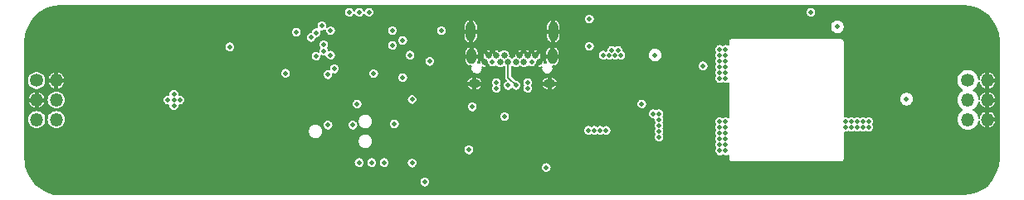
<source format=gbr>
G04 #@! TF.GenerationSoftware,KiCad,Pcbnew,(5.0.1)-rc2*
G04 #@! TF.CreationDate,2018-10-22T18:15:06-07:00*
G04 #@! TF.ProjectId,nixie_bottom_board,6E697869655F626F74746F6D5F626F61,rev?*
G04 #@! TF.SameCoordinates,Original*
G04 #@! TF.FileFunction,Copper,L3,Inr*
G04 #@! TF.FilePolarity,Positive*
%FSLAX46Y46*%
G04 Gerber Fmt 4.6, Leading zero omitted, Abs format (unit mm)*
G04 Created by KiCad (PCBNEW (5.0.1)-rc2) date 10/22/2018 6:15:06 PM*
%MOMM*%
%LPD*%
G01*
G04 APERTURE LIST*
G04 #@! TA.AperFunction,ViaPad*
%ADD10O,1.000000X1.600000*%
G04 #@! TD*
G04 #@! TA.AperFunction,ViaPad*
%ADD11O,1.000000X2.000000*%
G04 #@! TD*
G04 #@! TA.AperFunction,ViaPad*
%ADD12C,0.650000*%
G04 #@! TD*
G04 #@! TA.AperFunction,ViaPad*
%ADD13O,1.200000X0.900000*%
G04 #@! TD*
G04 #@! TA.AperFunction,ViaPad*
%ADD14C,1.350000*%
G04 #@! TD*
G04 #@! TA.AperFunction,ViaPad*
%ADD15O,1.350000X1.350000*%
G04 #@! TD*
G04 #@! TA.AperFunction,ViaPad*
%ADD16C,0.800000*%
G04 #@! TD*
G04 #@! TA.AperFunction,ViaPad*
%ADD17C,4.500000*%
G04 #@! TD*
G04 #@! TA.AperFunction,ViaPad*
%ADD18C,5.000000*%
G04 #@! TD*
G04 #@! TA.AperFunction,ViaPad*
%ADD19C,0.508000*%
G04 #@! TD*
G04 #@! TA.AperFunction,Conductor*
%ADD20C,0.200000*%
G04 #@! TD*
G04 #@! TA.AperFunction,Conductor*
%ADD21C,0.150000*%
G04 #@! TD*
G04 APERTURE END LIST*
D10*
G04 #@! TO.N,/GND*
G04 #@! TO.C,J1*
X154130000Y-95510000D03*
X145870000Y-95510000D03*
D11*
X145780000Y-92995000D03*
X154220000Y-92995000D03*
D12*
X147200000Y-96110000D03*
G04 #@! TO.N,/VBUS*
X148800000Y-96110000D03*
G04 #@! TO.N,/USB_P*
X149600000Y-96110000D03*
G04 #@! TO.N,/USB_N*
X150400000Y-96110000D03*
G04 #@! TO.N,/VBUS*
X151200000Y-96110000D03*
G04 #@! TO.N,/GND*
X152800000Y-96110000D03*
X147600000Y-95410000D03*
X148400000Y-95410000D03*
G04 #@! TO.N,/CC2*
X149200000Y-95410000D03*
G04 #@! TO.N,/GND*
X150800000Y-95410000D03*
X151600000Y-95410000D03*
X152400000Y-95410000D03*
D13*
X153845000Y-98310000D03*
X146155000Y-98310000D03*
G04 #@! TD*
D14*
G04 #@! TO.N,/VNIXIE*
G04 #@! TO.C,J4*
X101500000Y-98000000D03*
D15*
G04 #@! TO.N,/GND*
X103500000Y-98000000D03*
X101500000Y-100000000D03*
G04 #@! TO.N,/SCL*
X103500000Y-100000000D03*
G04 #@! TO.N,/NIXIE_EN*
X101500000Y-102000000D03*
G04 #@! TO.N,/SDA*
X103500000Y-102000000D03*
G04 #@! TD*
D14*
G04 #@! TO.N,/HV_OUT*
G04 #@! TO.C,J3*
X196500000Y-98000000D03*
D15*
G04 #@! TO.N,/GND*
X198500000Y-98000000D03*
G04 #@! TO.N,/HV_OUT*
X196500000Y-100000000D03*
G04 #@! TO.N,/GND*
X198500000Y-100000000D03*
G04 #@! TO.N,/HV_OUT*
X196500000Y-102000000D03*
G04 #@! TO.N,/GND*
X198500000Y-102000000D03*
G04 #@! TD*
D16*
G04 #@! TO.N,/GND*
G04 #@! TO.C,MH1*
X104237437Y-91862563D03*
X104750000Y-93100000D03*
X104237437Y-94337437D03*
X103000000Y-94850000D03*
X101762563Y-94337437D03*
X101250000Y-93100000D03*
X101762563Y-91862563D03*
X103000000Y-91350000D03*
D17*
X103000000Y-93100000D03*
G04 #@! TD*
G04 #@! TO.N,/GND*
G04 #@! TO.C,MH2*
X103000000Y-107000000D03*
D16*
X103000000Y-105250000D03*
X101762563Y-105762563D03*
X101250000Y-107000000D03*
X101762563Y-108237437D03*
X103000000Y-108750000D03*
X104237437Y-108237437D03*
X104750000Y-107000000D03*
X104237437Y-105762563D03*
G04 #@! TD*
G04 #@! TO.N,/GND*
G04 #@! TO.C,MH3*
X198237437Y-91762563D03*
X198750000Y-93000000D03*
X198237437Y-94237437D03*
X197000000Y-94750000D03*
X195762563Y-94237437D03*
X195250000Y-93000000D03*
X195762563Y-91762563D03*
X197000000Y-91250000D03*
D17*
X197000000Y-93000000D03*
G04 #@! TD*
G04 #@! TO.N,/GND*
G04 #@! TO.C,MH4*
X197000000Y-107200000D03*
D16*
X197000000Y-105450000D03*
X195762563Y-105962563D03*
X195250000Y-107200000D03*
X195762563Y-108437437D03*
X197000000Y-108950000D03*
X198237437Y-108437437D03*
X198750000Y-107200000D03*
X198237437Y-105962563D03*
G04 #@! TD*
D18*
G04 #@! TO.N,/GND*
G04 #@! TO.C,MH6*
X157000000Y-100000000D03*
D16*
X158875000Y-100000000D03*
X158325825Y-101325825D03*
X157000000Y-101875000D03*
X155674175Y-101325825D03*
X155125000Y-100000000D03*
X155674175Y-98674175D03*
X157000000Y-98125000D03*
X158325825Y-98674175D03*
G04 #@! TD*
G04 #@! TO.N,/GND*
G04 #@! TO.C,MH5*
X144325825Y-98674175D03*
X143000000Y-98125000D03*
X141674175Y-98674175D03*
X141125000Y-100000000D03*
X141674175Y-101325825D03*
X143000000Y-101875000D03*
X144325825Y-101325825D03*
X144875000Y-100000000D03*
D18*
X143000000Y-100000000D03*
G04 #@! TD*
D19*
G04 #@! TO.N,Net-(Q1-Pad1)*
X171200000Y-105200000D03*
X171800000Y-105200000D03*
X171200000Y-104600000D03*
X171800000Y-104600000D03*
X171200000Y-104000000D03*
X171800000Y-104000000D03*
X171200000Y-103400000D03*
X171800000Y-103400000D03*
X171200000Y-102800000D03*
X171800000Y-102800000D03*
X171200000Y-102200000D03*
X171800000Y-102200000D03*
G04 #@! TO.N,/HV_OUT*
X164600000Y-95400000D03*
X190250000Y-99900000D03*
X183200000Y-92500000D03*
G04 #@! TO.N,/VBUS*
X165000000Y-101400000D03*
X164400000Y-101400000D03*
X165000000Y-102000000D03*
X165000000Y-102600000D03*
X165000000Y-103200000D03*
X160200000Y-94900000D03*
X159300000Y-95400000D03*
X159900000Y-95400000D03*
X160500000Y-95400000D03*
X161100000Y-95400000D03*
X160800000Y-94900000D03*
X151600000Y-98200000D03*
X151600000Y-98800000D03*
X148400000Y-98200000D03*
X148400000Y-98800000D03*
X148000000Y-96100000D03*
X165000000Y-103800000D03*
X152000000Y-96100000D03*
X163250000Y-100400000D03*
G04 #@! TO.N,/VDD*
X130600000Y-92400000D03*
X139800000Y-106450000D03*
X145950000Y-100700000D03*
X141100000Y-108400000D03*
X138000000Y-102450000D03*
X139800000Y-99950000D03*
X131230000Y-102565000D03*
X128000000Y-93050000D03*
X159600000Y-103100000D03*
X159000000Y-103100000D03*
X158400000Y-103100000D03*
X157800000Y-103100000D03*
X138850000Y-97700000D03*
X138850000Y-93900000D03*
G04 #@! TO.N,/VNIXIE*
X121200000Y-94550000D03*
G04 #@! TO.N,/SCL*
X130000000Y-93100000D03*
X136950000Y-106400000D03*
G04 #@! TO.N,/SDA*
X129500000Y-93600000D03*
X135675000Y-106400000D03*
G04 #@! TO.N,/HV_EN*
X169500000Y-96500000D03*
X157900000Y-94500000D03*
X157900000Y-91700000D03*
G04 #@! TO.N,/SWO*
X131225000Y-97400000D03*
G04 #@! TO.N,/NRST*
X137800000Y-94400000D03*
X145600000Y-105100000D03*
X133770000Y-102565000D03*
G04 #@! TO.N,/DAC*
X135400000Y-91000000D03*
X126900000Y-97250000D03*
G04 #@! TO.N,/USB_N*
X149600000Y-98500000D03*
X130800000Y-94325000D03*
G04 #@! TO.N,/USB_P*
X150400000Y-98500000D03*
X130800000Y-94975000D03*
G04 #@! TO.N,Net-(D4-Pad2)*
X184000000Y-102800000D03*
X184600000Y-102800000D03*
X185800000Y-102800000D03*
X186400000Y-102800000D03*
X186400000Y-102200000D03*
X185800000Y-102200000D03*
X184600000Y-102200000D03*
X184000000Y-102200000D03*
X185200000Y-102200000D03*
X185200000Y-102800000D03*
G04 #@! TO.N,/SWDIO*
X131500000Y-95400000D03*
G04 #@! TO.N,/SWCLK*
X131875000Y-96800000D03*
G04 #@! TO.N,/GND*
X134500000Y-93800000D03*
X133900000Y-93800000D03*
X133300000Y-93800000D03*
X134500000Y-95500000D03*
X133900000Y-95500000D03*
X133300000Y-95500000D03*
X171900000Y-101300000D03*
X171300000Y-101300000D03*
X167687500Y-99668750D03*
X168512500Y-99668750D03*
X168512500Y-98956250D03*
X167687500Y-98956250D03*
X167687500Y-98243750D03*
X168512500Y-98243750D03*
X168512500Y-97531250D03*
X167687500Y-97531250D03*
X128000000Y-92250000D03*
X166350000Y-100800000D03*
X165750000Y-100800000D03*
X164600000Y-99750000D03*
X164500000Y-92800000D03*
X162100000Y-95200000D03*
X162700000Y-95200000D03*
X163300000Y-95200000D03*
X132500000Y-102565000D03*
X129800000Y-101300000D03*
X130900000Y-96300000D03*
X137900000Y-97800000D03*
X157900000Y-106150000D03*
X158500000Y-106150000D03*
X159100000Y-106150000D03*
X159700000Y-106150000D03*
X163000000Y-105000000D03*
X163000000Y-105600000D03*
X163000000Y-106200000D03*
X163000000Y-106800000D03*
X163000000Y-107400000D03*
X165100000Y-92800000D03*
X164500000Y-93400000D03*
X165100000Y-93400000D03*
X150000000Y-100700000D03*
X165850000Y-96150000D03*
X166450000Y-96150000D03*
X166450000Y-95550000D03*
X165850000Y-95550000D03*
X151700000Y-102550000D03*
X172600000Y-93500000D03*
X173200000Y-93500000D03*
X173800000Y-93500000D03*
X174400000Y-93500000D03*
G04 #@! TO.N,/HV_IN*
X171800000Y-94800000D03*
X171200000Y-94800000D03*
X171200000Y-95400000D03*
X171800000Y-95400000D03*
X171800000Y-97200000D03*
X171800000Y-97800000D03*
X171200000Y-97200000D03*
X171200000Y-97800000D03*
X171800000Y-96600000D03*
X171200000Y-96600000D03*
X171200000Y-96000000D03*
X171800000Y-96000000D03*
G04 #@! TO.N,/USB*
X134200000Y-100400000D03*
X149250000Y-101700000D03*
G04 #@! TO.N,/ILM*
X142800000Y-92900000D03*
G04 #@! TO.N,/32kHz*
X139600000Y-95400000D03*
G04 #@! TO.N,/AMP_EN*
X130000000Y-95500000D03*
X133400000Y-91000000D03*
G04 #@! TO.N,Net-(BT1-Pad1)*
X114900000Y-100000000D03*
X115500000Y-100600000D03*
X115500000Y-99400000D03*
X134400000Y-106400000D03*
X116100000Y-100000000D03*
X115500000Y-100000000D03*
G04 #@! TO.N,/NIXIE_EN*
X134400000Y-91000000D03*
G04 #@! TO.N,/MCO*
X131500000Y-92900000D03*
G04 #@! TO.N,Net-(R2-Pad1)*
X135900000Y-97300000D03*
X153500000Y-106900000D03*
X141600000Y-96050000D03*
G04 #@! TO.N,Net-(R20-Pad2)*
X137800000Y-92900000D03*
X180500000Y-91000000D03*
G04 #@! TD*
D20*
G04 #@! TO.N,/USB_P*
X149600000Y-97700000D02*
X150400000Y-98500000D01*
X149600000Y-96110000D02*
X149600000Y-97700000D01*
G04 #@! TD*
D21*
G04 #@! TO.N,/GND*
G36*
X196713508Y-90396518D02*
X197399842Y-90603735D01*
X198032852Y-90940313D01*
X198588433Y-91393434D01*
X199045421Y-91945838D01*
X199386412Y-92576488D01*
X199598412Y-93261352D01*
X199674962Y-93989675D01*
X199675001Y-94000841D01*
X199675000Y-105984103D01*
X199603482Y-106713508D01*
X199396266Y-107399839D01*
X199059687Y-108032852D01*
X198606567Y-108588433D01*
X198054163Y-109045421D01*
X197423512Y-109386412D01*
X196738653Y-109598411D01*
X196010325Y-109674962D01*
X195999447Y-109675000D01*
X104015897Y-109675000D01*
X103286492Y-109603482D01*
X102600161Y-109396266D01*
X101967148Y-109059687D01*
X101411567Y-108606567D01*
X101197578Y-108347898D01*
X140571000Y-108347898D01*
X140571000Y-108452102D01*
X140591329Y-108554304D01*
X140631206Y-108650576D01*
X140689099Y-108737218D01*
X140762782Y-108810901D01*
X140849424Y-108868794D01*
X140945696Y-108908671D01*
X141047898Y-108929000D01*
X141152102Y-108929000D01*
X141254304Y-108908671D01*
X141350576Y-108868794D01*
X141437218Y-108810901D01*
X141510901Y-108737218D01*
X141568794Y-108650576D01*
X141608671Y-108554304D01*
X141629000Y-108452102D01*
X141629000Y-108347898D01*
X141608671Y-108245696D01*
X141568794Y-108149424D01*
X141510901Y-108062782D01*
X141437218Y-107989099D01*
X141350576Y-107931206D01*
X141254304Y-107891329D01*
X141152102Y-107871000D01*
X141047898Y-107871000D01*
X140945696Y-107891329D01*
X140849424Y-107931206D01*
X140762782Y-107989099D01*
X140689099Y-108062782D01*
X140631206Y-108149424D01*
X140591329Y-108245696D01*
X140571000Y-108347898D01*
X101197578Y-108347898D01*
X100954579Y-108054163D01*
X100613588Y-107423512D01*
X100401589Y-106738653D01*
X100360519Y-106347898D01*
X133871000Y-106347898D01*
X133871000Y-106452102D01*
X133891329Y-106554304D01*
X133931206Y-106650576D01*
X133989099Y-106737218D01*
X134062782Y-106810901D01*
X134149424Y-106868794D01*
X134245696Y-106908671D01*
X134347898Y-106929000D01*
X134452102Y-106929000D01*
X134554304Y-106908671D01*
X134650576Y-106868794D01*
X134737218Y-106810901D01*
X134810901Y-106737218D01*
X134868794Y-106650576D01*
X134908671Y-106554304D01*
X134929000Y-106452102D01*
X134929000Y-106347898D01*
X135146000Y-106347898D01*
X135146000Y-106452102D01*
X135166329Y-106554304D01*
X135206206Y-106650576D01*
X135264099Y-106737218D01*
X135337782Y-106810901D01*
X135424424Y-106868794D01*
X135520696Y-106908671D01*
X135622898Y-106929000D01*
X135727102Y-106929000D01*
X135829304Y-106908671D01*
X135925576Y-106868794D01*
X136012218Y-106810901D01*
X136085901Y-106737218D01*
X136143794Y-106650576D01*
X136183671Y-106554304D01*
X136204000Y-106452102D01*
X136204000Y-106347898D01*
X136421000Y-106347898D01*
X136421000Y-106452102D01*
X136441329Y-106554304D01*
X136481206Y-106650576D01*
X136539099Y-106737218D01*
X136612782Y-106810901D01*
X136699424Y-106868794D01*
X136795696Y-106908671D01*
X136897898Y-106929000D01*
X137002102Y-106929000D01*
X137104304Y-106908671D01*
X137200576Y-106868794D01*
X137287218Y-106810901D01*
X137360901Y-106737218D01*
X137418794Y-106650576D01*
X137458671Y-106554304D01*
X137479000Y-106452102D01*
X137479000Y-106397898D01*
X139271000Y-106397898D01*
X139271000Y-106502102D01*
X139291329Y-106604304D01*
X139331206Y-106700576D01*
X139389099Y-106787218D01*
X139462782Y-106860901D01*
X139549424Y-106918794D01*
X139645696Y-106958671D01*
X139747898Y-106979000D01*
X139852102Y-106979000D01*
X139954304Y-106958671D01*
X140050576Y-106918794D01*
X140137218Y-106860901D01*
X140150221Y-106847898D01*
X152971000Y-106847898D01*
X152971000Y-106952102D01*
X152991329Y-107054304D01*
X153031206Y-107150576D01*
X153089099Y-107237218D01*
X153162782Y-107310901D01*
X153249424Y-107368794D01*
X153345696Y-107408671D01*
X153447898Y-107429000D01*
X153552102Y-107429000D01*
X153654304Y-107408671D01*
X153750576Y-107368794D01*
X153837218Y-107310901D01*
X153910901Y-107237218D01*
X153968794Y-107150576D01*
X154008671Y-107054304D01*
X154029000Y-106952102D01*
X154029000Y-106847898D01*
X154008671Y-106745696D01*
X153968794Y-106649424D01*
X153910901Y-106562782D01*
X153837218Y-106489099D01*
X153750576Y-106431206D01*
X153654304Y-106391329D01*
X153552102Y-106371000D01*
X153447898Y-106371000D01*
X153345696Y-106391329D01*
X153249424Y-106431206D01*
X153162782Y-106489099D01*
X153089099Y-106562782D01*
X153031206Y-106649424D01*
X152991329Y-106745696D01*
X152971000Y-106847898D01*
X140150221Y-106847898D01*
X140210901Y-106787218D01*
X140268794Y-106700576D01*
X140308671Y-106604304D01*
X140329000Y-106502102D01*
X140329000Y-106397898D01*
X140308671Y-106295696D01*
X140268794Y-106199424D01*
X140210901Y-106112782D01*
X140137218Y-106039099D01*
X140050576Y-105981206D01*
X139954304Y-105941329D01*
X139852102Y-105921000D01*
X139747898Y-105921000D01*
X139645696Y-105941329D01*
X139549424Y-105981206D01*
X139462782Y-106039099D01*
X139389099Y-106112782D01*
X139331206Y-106199424D01*
X139291329Y-106295696D01*
X139271000Y-106397898D01*
X137479000Y-106397898D01*
X137479000Y-106347898D01*
X137458671Y-106245696D01*
X137418794Y-106149424D01*
X137360901Y-106062782D01*
X137287218Y-105989099D01*
X137200576Y-105931206D01*
X137104304Y-105891329D01*
X137002102Y-105871000D01*
X136897898Y-105871000D01*
X136795696Y-105891329D01*
X136699424Y-105931206D01*
X136612782Y-105989099D01*
X136539099Y-106062782D01*
X136481206Y-106149424D01*
X136441329Y-106245696D01*
X136421000Y-106347898D01*
X136204000Y-106347898D01*
X136183671Y-106245696D01*
X136143794Y-106149424D01*
X136085901Y-106062782D01*
X136012218Y-105989099D01*
X135925576Y-105931206D01*
X135829304Y-105891329D01*
X135727102Y-105871000D01*
X135622898Y-105871000D01*
X135520696Y-105891329D01*
X135424424Y-105931206D01*
X135337782Y-105989099D01*
X135264099Y-106062782D01*
X135206206Y-106149424D01*
X135166329Y-106245696D01*
X135146000Y-106347898D01*
X134929000Y-106347898D01*
X134908671Y-106245696D01*
X134868794Y-106149424D01*
X134810901Y-106062782D01*
X134737218Y-105989099D01*
X134650576Y-105931206D01*
X134554304Y-105891329D01*
X134452102Y-105871000D01*
X134347898Y-105871000D01*
X134245696Y-105891329D01*
X134149424Y-105931206D01*
X134062782Y-105989099D01*
X133989099Y-106062782D01*
X133931206Y-106149424D01*
X133891329Y-106245696D01*
X133871000Y-106347898D01*
X100360519Y-106347898D01*
X100325038Y-106010325D01*
X100325000Y-105999447D01*
X100325000Y-105047898D01*
X145071000Y-105047898D01*
X145071000Y-105152102D01*
X145091329Y-105254304D01*
X145131206Y-105350576D01*
X145189099Y-105437218D01*
X145262782Y-105510901D01*
X145349424Y-105568794D01*
X145445696Y-105608671D01*
X145547898Y-105629000D01*
X145652102Y-105629000D01*
X145754304Y-105608671D01*
X145850576Y-105568794D01*
X145937218Y-105510901D01*
X146010901Y-105437218D01*
X146068794Y-105350576D01*
X146108671Y-105254304D01*
X146129000Y-105152102D01*
X146129000Y-105047898D01*
X146108671Y-104945696D01*
X146068794Y-104849424D01*
X146010901Y-104762782D01*
X145937218Y-104689099D01*
X145850576Y-104631206D01*
X145754304Y-104591329D01*
X145652102Y-104571000D01*
X145547898Y-104571000D01*
X145445696Y-104591329D01*
X145349424Y-104631206D01*
X145262782Y-104689099D01*
X145189099Y-104762782D01*
X145131206Y-104849424D01*
X145091329Y-104945696D01*
X145071000Y-105047898D01*
X100325000Y-105047898D01*
X100325000Y-104140132D01*
X134269700Y-104140132D01*
X134269700Y-104291868D01*
X134299302Y-104440688D01*
X134357369Y-104580874D01*
X134441669Y-104707038D01*
X134548962Y-104814331D01*
X134675126Y-104898631D01*
X134815312Y-104956698D01*
X134964132Y-104986300D01*
X135115868Y-104986300D01*
X135264688Y-104956698D01*
X135404874Y-104898631D01*
X135531038Y-104814331D01*
X135638331Y-104707038D01*
X135722631Y-104580874D01*
X135780698Y-104440688D01*
X135810300Y-104291868D01*
X135810300Y-104140132D01*
X135780698Y-103991312D01*
X135722631Y-103851126D01*
X135638331Y-103724962D01*
X135531038Y-103617669D01*
X135404874Y-103533369D01*
X135264688Y-103475302D01*
X135115868Y-103445700D01*
X134964132Y-103445700D01*
X134815312Y-103475302D01*
X134675126Y-103533369D01*
X134548962Y-103617669D01*
X134441669Y-103724962D01*
X134357369Y-103851126D01*
X134299302Y-103991312D01*
X134269700Y-104140132D01*
X100325000Y-104140132D01*
X100325000Y-103124132D01*
X129189700Y-103124132D01*
X129189700Y-103275868D01*
X129219302Y-103424688D01*
X129277369Y-103564874D01*
X129361669Y-103691038D01*
X129468962Y-103798331D01*
X129595126Y-103882631D01*
X129735312Y-103940698D01*
X129884132Y-103970300D01*
X130035868Y-103970300D01*
X130184688Y-103940698D01*
X130324874Y-103882631D01*
X130451038Y-103798331D01*
X130558331Y-103691038D01*
X130642631Y-103564874D01*
X130700698Y-103424688D01*
X130730300Y-103275868D01*
X130730300Y-103124132D01*
X130700698Y-102975312D01*
X130642631Y-102835126D01*
X130558331Y-102708962D01*
X130451038Y-102601669D01*
X130324874Y-102517369D01*
X130314081Y-102512898D01*
X130701000Y-102512898D01*
X130701000Y-102617102D01*
X130721329Y-102719304D01*
X130761206Y-102815576D01*
X130819099Y-102902218D01*
X130892782Y-102975901D01*
X130979424Y-103033794D01*
X131075696Y-103073671D01*
X131177898Y-103094000D01*
X131282102Y-103094000D01*
X131384304Y-103073671D01*
X131480576Y-103033794D01*
X131567218Y-102975901D01*
X131640901Y-102902218D01*
X131698794Y-102815576D01*
X131738671Y-102719304D01*
X131759000Y-102617102D01*
X131759000Y-102512898D01*
X133241000Y-102512898D01*
X133241000Y-102617102D01*
X133261329Y-102719304D01*
X133301206Y-102815576D01*
X133359099Y-102902218D01*
X133432782Y-102975901D01*
X133519424Y-103033794D01*
X133615696Y-103073671D01*
X133717898Y-103094000D01*
X133822102Y-103094000D01*
X133924304Y-103073671D01*
X133986525Y-103047898D01*
X157271000Y-103047898D01*
X157271000Y-103152102D01*
X157291329Y-103254304D01*
X157331206Y-103350576D01*
X157389099Y-103437218D01*
X157462782Y-103510901D01*
X157549424Y-103568794D01*
X157645696Y-103608671D01*
X157747898Y-103629000D01*
X157852102Y-103629000D01*
X157954304Y-103608671D01*
X158050576Y-103568794D01*
X158100000Y-103535770D01*
X158149424Y-103568794D01*
X158245696Y-103608671D01*
X158347898Y-103629000D01*
X158452102Y-103629000D01*
X158554304Y-103608671D01*
X158650576Y-103568794D01*
X158700000Y-103535770D01*
X158749424Y-103568794D01*
X158845696Y-103608671D01*
X158947898Y-103629000D01*
X159052102Y-103629000D01*
X159154304Y-103608671D01*
X159250576Y-103568794D01*
X159300000Y-103535770D01*
X159349424Y-103568794D01*
X159445696Y-103608671D01*
X159547898Y-103629000D01*
X159652102Y-103629000D01*
X159754304Y-103608671D01*
X159850576Y-103568794D01*
X159937218Y-103510901D01*
X160010901Y-103437218D01*
X160068794Y-103350576D01*
X160108671Y-103254304D01*
X160129000Y-103152102D01*
X160129000Y-103047898D01*
X160108671Y-102945696D01*
X160068794Y-102849424D01*
X160010901Y-102762782D01*
X159937218Y-102689099D01*
X159850576Y-102631206D01*
X159754304Y-102591329D01*
X159652102Y-102571000D01*
X159547898Y-102571000D01*
X159445696Y-102591329D01*
X159349424Y-102631206D01*
X159300000Y-102664230D01*
X159250576Y-102631206D01*
X159154304Y-102591329D01*
X159052102Y-102571000D01*
X158947898Y-102571000D01*
X158845696Y-102591329D01*
X158749424Y-102631206D01*
X158700000Y-102664230D01*
X158650576Y-102631206D01*
X158554304Y-102591329D01*
X158452102Y-102571000D01*
X158347898Y-102571000D01*
X158245696Y-102591329D01*
X158149424Y-102631206D01*
X158100000Y-102664230D01*
X158050576Y-102631206D01*
X157954304Y-102591329D01*
X157852102Y-102571000D01*
X157747898Y-102571000D01*
X157645696Y-102591329D01*
X157549424Y-102631206D01*
X157462782Y-102689099D01*
X157389099Y-102762782D01*
X157331206Y-102849424D01*
X157291329Y-102945696D01*
X157271000Y-103047898D01*
X133986525Y-103047898D01*
X134020576Y-103033794D01*
X134107218Y-102975901D01*
X134180901Y-102902218D01*
X134238794Y-102815576D01*
X134278671Y-102719304D01*
X134299000Y-102617102D01*
X134299000Y-102512898D01*
X134278671Y-102410696D01*
X134238794Y-102314424D01*
X134180901Y-102227782D01*
X134107218Y-102154099D01*
X134038425Y-102108132D01*
X134269700Y-102108132D01*
X134269700Y-102259868D01*
X134299302Y-102408688D01*
X134357369Y-102548874D01*
X134441669Y-102675038D01*
X134548962Y-102782331D01*
X134675126Y-102866631D01*
X134815312Y-102924698D01*
X134964132Y-102954300D01*
X135115868Y-102954300D01*
X135264688Y-102924698D01*
X135404874Y-102866631D01*
X135531038Y-102782331D01*
X135638331Y-102675038D01*
X135722631Y-102548874D01*
X135780698Y-102408688D01*
X135782844Y-102397898D01*
X137471000Y-102397898D01*
X137471000Y-102502102D01*
X137491329Y-102604304D01*
X137531206Y-102700576D01*
X137589099Y-102787218D01*
X137662782Y-102860901D01*
X137749424Y-102918794D01*
X137845696Y-102958671D01*
X137947898Y-102979000D01*
X138052102Y-102979000D01*
X138154304Y-102958671D01*
X138250576Y-102918794D01*
X138337218Y-102860901D01*
X138410901Y-102787218D01*
X138468794Y-102700576D01*
X138508671Y-102604304D01*
X138529000Y-102502102D01*
X138529000Y-102397898D01*
X138508671Y-102295696D01*
X138468794Y-102199424D01*
X138410901Y-102112782D01*
X138337218Y-102039099D01*
X138250576Y-101981206D01*
X138154304Y-101941329D01*
X138052102Y-101921000D01*
X137947898Y-101921000D01*
X137845696Y-101941329D01*
X137749424Y-101981206D01*
X137662782Y-102039099D01*
X137589099Y-102112782D01*
X137531206Y-102199424D01*
X137491329Y-102295696D01*
X137471000Y-102397898D01*
X135782844Y-102397898D01*
X135810300Y-102259868D01*
X135810300Y-102108132D01*
X135780698Y-101959312D01*
X135722631Y-101819126D01*
X135638331Y-101692962D01*
X135593267Y-101647898D01*
X148721000Y-101647898D01*
X148721000Y-101752102D01*
X148741329Y-101854304D01*
X148781206Y-101950576D01*
X148839099Y-102037218D01*
X148912782Y-102110901D01*
X148999424Y-102168794D01*
X149095696Y-102208671D01*
X149197898Y-102229000D01*
X149302102Y-102229000D01*
X149404304Y-102208671D01*
X149500576Y-102168794D01*
X149587218Y-102110901D01*
X149660901Y-102037218D01*
X149718794Y-101950576D01*
X149758671Y-101854304D01*
X149779000Y-101752102D01*
X149779000Y-101647898D01*
X149758671Y-101545696D01*
X149718794Y-101449424D01*
X149660901Y-101362782D01*
X149646017Y-101347898D01*
X163871000Y-101347898D01*
X163871000Y-101452102D01*
X163891329Y-101554304D01*
X163931206Y-101650576D01*
X163989099Y-101737218D01*
X164062782Y-101810901D01*
X164149424Y-101868794D01*
X164245696Y-101908671D01*
X164347898Y-101929000D01*
X164452102Y-101929000D01*
X164475692Y-101924308D01*
X164471000Y-101947898D01*
X164471000Y-102052102D01*
X164491329Y-102154304D01*
X164531206Y-102250576D01*
X164564230Y-102300000D01*
X164531206Y-102349424D01*
X164491329Y-102445696D01*
X164471000Y-102547898D01*
X164471000Y-102652102D01*
X164491329Y-102754304D01*
X164531206Y-102850576D01*
X164564230Y-102900000D01*
X164531206Y-102949424D01*
X164491329Y-103045696D01*
X164471000Y-103147898D01*
X164471000Y-103252102D01*
X164491329Y-103354304D01*
X164531206Y-103450576D01*
X164564230Y-103500000D01*
X164531206Y-103549424D01*
X164491329Y-103645696D01*
X164471000Y-103747898D01*
X164471000Y-103852102D01*
X164491329Y-103954304D01*
X164531206Y-104050576D01*
X164589099Y-104137218D01*
X164662782Y-104210901D01*
X164749424Y-104268794D01*
X164845696Y-104308671D01*
X164947898Y-104329000D01*
X165052102Y-104329000D01*
X165154304Y-104308671D01*
X165250576Y-104268794D01*
X165337218Y-104210901D01*
X165410901Y-104137218D01*
X165468794Y-104050576D01*
X165508671Y-103954304D01*
X165529000Y-103852102D01*
X165529000Y-103747898D01*
X165508671Y-103645696D01*
X165468794Y-103549424D01*
X165435770Y-103500000D01*
X165468794Y-103450576D01*
X165508671Y-103354304D01*
X165529000Y-103252102D01*
X165529000Y-103147898D01*
X165508671Y-103045696D01*
X165468794Y-102949424D01*
X165435770Y-102900000D01*
X165468794Y-102850576D01*
X165508671Y-102754304D01*
X165529000Y-102652102D01*
X165529000Y-102547898D01*
X165508671Y-102445696D01*
X165468794Y-102349424D01*
X165435770Y-102300000D01*
X165468794Y-102250576D01*
X165508671Y-102154304D01*
X165529000Y-102052102D01*
X165529000Y-101947898D01*
X165508671Y-101845696D01*
X165468794Y-101749424D01*
X165435770Y-101700000D01*
X165468794Y-101650576D01*
X165508671Y-101554304D01*
X165529000Y-101452102D01*
X165529000Y-101347898D01*
X165508671Y-101245696D01*
X165468794Y-101149424D01*
X165410901Y-101062782D01*
X165337218Y-100989099D01*
X165250576Y-100931206D01*
X165154304Y-100891329D01*
X165052102Y-100871000D01*
X164947898Y-100871000D01*
X164845696Y-100891329D01*
X164749424Y-100931206D01*
X164700000Y-100964230D01*
X164650576Y-100931206D01*
X164554304Y-100891329D01*
X164452102Y-100871000D01*
X164347898Y-100871000D01*
X164245696Y-100891329D01*
X164149424Y-100931206D01*
X164062782Y-100989099D01*
X163989099Y-101062782D01*
X163931206Y-101149424D01*
X163891329Y-101245696D01*
X163871000Y-101347898D01*
X149646017Y-101347898D01*
X149587218Y-101289099D01*
X149500576Y-101231206D01*
X149404304Y-101191329D01*
X149302102Y-101171000D01*
X149197898Y-101171000D01*
X149095696Y-101191329D01*
X148999424Y-101231206D01*
X148912782Y-101289099D01*
X148839099Y-101362782D01*
X148781206Y-101449424D01*
X148741329Y-101545696D01*
X148721000Y-101647898D01*
X135593267Y-101647898D01*
X135531038Y-101585669D01*
X135404874Y-101501369D01*
X135264688Y-101443302D01*
X135115868Y-101413700D01*
X134964132Y-101413700D01*
X134815312Y-101443302D01*
X134675126Y-101501369D01*
X134548962Y-101585669D01*
X134441669Y-101692962D01*
X134357369Y-101819126D01*
X134299302Y-101959312D01*
X134269700Y-102108132D01*
X134038425Y-102108132D01*
X134020576Y-102096206D01*
X133924304Y-102056329D01*
X133822102Y-102036000D01*
X133717898Y-102036000D01*
X133615696Y-102056329D01*
X133519424Y-102096206D01*
X133432782Y-102154099D01*
X133359099Y-102227782D01*
X133301206Y-102314424D01*
X133261329Y-102410696D01*
X133241000Y-102512898D01*
X131759000Y-102512898D01*
X131738671Y-102410696D01*
X131698794Y-102314424D01*
X131640901Y-102227782D01*
X131567218Y-102154099D01*
X131480576Y-102096206D01*
X131384304Y-102056329D01*
X131282102Y-102036000D01*
X131177898Y-102036000D01*
X131075696Y-102056329D01*
X130979424Y-102096206D01*
X130892782Y-102154099D01*
X130819099Y-102227782D01*
X130761206Y-102314424D01*
X130721329Y-102410696D01*
X130701000Y-102512898D01*
X130314081Y-102512898D01*
X130184688Y-102459302D01*
X130035868Y-102429700D01*
X129884132Y-102429700D01*
X129735312Y-102459302D01*
X129595126Y-102517369D01*
X129468962Y-102601669D01*
X129361669Y-102708962D01*
X129277369Y-102835126D01*
X129219302Y-102975312D01*
X129189700Y-103124132D01*
X100325000Y-103124132D01*
X100325000Y-102000000D01*
X100545404Y-102000000D01*
X100563746Y-102186232D01*
X100618068Y-102365308D01*
X100706282Y-102530345D01*
X100824999Y-102675001D01*
X100969655Y-102793718D01*
X101134692Y-102881932D01*
X101313768Y-102936254D01*
X101453335Y-102950000D01*
X101546665Y-102950000D01*
X101686232Y-102936254D01*
X101865308Y-102881932D01*
X102030345Y-102793718D01*
X102175001Y-102675001D01*
X102293718Y-102530345D01*
X102381932Y-102365308D01*
X102436254Y-102186232D01*
X102454596Y-102000000D01*
X102545404Y-102000000D01*
X102563746Y-102186232D01*
X102618068Y-102365308D01*
X102706282Y-102530345D01*
X102824999Y-102675001D01*
X102969655Y-102793718D01*
X103134692Y-102881932D01*
X103313768Y-102936254D01*
X103453335Y-102950000D01*
X103546665Y-102950000D01*
X103686232Y-102936254D01*
X103865308Y-102881932D01*
X104030345Y-102793718D01*
X104175001Y-102675001D01*
X104293718Y-102530345D01*
X104381932Y-102365308D01*
X104436254Y-102186232D01*
X104454596Y-102000000D01*
X104436254Y-101813768D01*
X104381932Y-101634692D01*
X104293718Y-101469655D01*
X104175001Y-101324999D01*
X104030345Y-101206282D01*
X103865308Y-101118068D01*
X103686232Y-101063746D01*
X103546665Y-101050000D01*
X103453335Y-101050000D01*
X103313768Y-101063746D01*
X103134692Y-101118068D01*
X102969655Y-101206282D01*
X102824999Y-101324999D01*
X102706282Y-101469655D01*
X102618068Y-101634692D01*
X102563746Y-101813768D01*
X102545404Y-102000000D01*
X102454596Y-102000000D01*
X102436254Y-101813768D01*
X102381932Y-101634692D01*
X102293718Y-101469655D01*
X102175001Y-101324999D01*
X102030345Y-101206282D01*
X101865308Y-101118068D01*
X101686232Y-101063746D01*
X101546665Y-101050000D01*
X101453335Y-101050000D01*
X101313768Y-101063746D01*
X101134692Y-101118068D01*
X100969655Y-101206282D01*
X100824999Y-101324999D01*
X100706282Y-101469655D01*
X100618068Y-101634692D01*
X100563746Y-101813768D01*
X100545404Y-102000000D01*
X100325000Y-102000000D01*
X100325000Y-100262887D01*
X100639250Y-100262887D01*
X100705462Y-100422758D01*
X100803205Y-100569641D01*
X100927725Y-100694633D01*
X101074237Y-100792931D01*
X101237111Y-100860757D01*
X101375000Y-100835035D01*
X101375000Y-100125000D01*
X101625000Y-100125000D01*
X101625000Y-100835035D01*
X101762889Y-100860757D01*
X101925763Y-100792931D01*
X102072275Y-100694633D01*
X102196795Y-100569641D01*
X102294538Y-100422758D01*
X102360750Y-100262887D01*
X102334439Y-100125000D01*
X101625000Y-100125000D01*
X101375000Y-100125000D01*
X100665561Y-100125000D01*
X100639250Y-100262887D01*
X100325000Y-100262887D01*
X100325000Y-100000000D01*
X102545404Y-100000000D01*
X102563746Y-100186232D01*
X102618068Y-100365308D01*
X102706282Y-100530345D01*
X102824999Y-100675001D01*
X102969655Y-100793718D01*
X103134692Y-100881932D01*
X103313768Y-100936254D01*
X103453335Y-100950000D01*
X103546665Y-100950000D01*
X103686232Y-100936254D01*
X103865308Y-100881932D01*
X104030345Y-100793718D01*
X104175001Y-100675001D01*
X104293718Y-100530345D01*
X104381932Y-100365308D01*
X104436254Y-100186232D01*
X104454596Y-100000000D01*
X104449465Y-99947898D01*
X114371000Y-99947898D01*
X114371000Y-100052102D01*
X114391329Y-100154304D01*
X114431206Y-100250576D01*
X114489099Y-100337218D01*
X114562782Y-100410901D01*
X114649424Y-100468794D01*
X114745696Y-100508671D01*
X114847898Y-100529000D01*
X114952102Y-100529000D01*
X114975692Y-100524308D01*
X114971000Y-100547898D01*
X114971000Y-100652102D01*
X114991329Y-100754304D01*
X115031206Y-100850576D01*
X115089099Y-100937218D01*
X115162782Y-101010901D01*
X115249424Y-101068794D01*
X115345696Y-101108671D01*
X115447898Y-101129000D01*
X115552102Y-101129000D01*
X115654304Y-101108671D01*
X115750576Y-101068794D01*
X115837218Y-101010901D01*
X115910901Y-100937218D01*
X115968794Y-100850576D01*
X116008671Y-100754304D01*
X116029000Y-100652102D01*
X116029000Y-100547898D01*
X116024308Y-100524308D01*
X116047898Y-100529000D01*
X116152102Y-100529000D01*
X116254304Y-100508671D01*
X116350576Y-100468794D01*
X116437218Y-100410901D01*
X116500221Y-100347898D01*
X133671000Y-100347898D01*
X133671000Y-100452102D01*
X133691329Y-100554304D01*
X133731206Y-100650576D01*
X133789099Y-100737218D01*
X133862782Y-100810901D01*
X133949424Y-100868794D01*
X134045696Y-100908671D01*
X134147898Y-100929000D01*
X134252102Y-100929000D01*
X134354304Y-100908671D01*
X134450576Y-100868794D01*
X134537218Y-100810901D01*
X134610901Y-100737218D01*
X134668794Y-100650576D01*
X134669903Y-100647898D01*
X145421000Y-100647898D01*
X145421000Y-100752102D01*
X145441329Y-100854304D01*
X145481206Y-100950576D01*
X145539099Y-101037218D01*
X145612782Y-101110901D01*
X145699424Y-101168794D01*
X145795696Y-101208671D01*
X145897898Y-101229000D01*
X146002102Y-101229000D01*
X146104304Y-101208671D01*
X146200576Y-101168794D01*
X146287218Y-101110901D01*
X146360901Y-101037218D01*
X146418794Y-100950576D01*
X146458671Y-100854304D01*
X146479000Y-100752102D01*
X146479000Y-100647898D01*
X146458671Y-100545696D01*
X146418794Y-100449424D01*
X146360901Y-100362782D01*
X146346017Y-100347898D01*
X162721000Y-100347898D01*
X162721000Y-100452102D01*
X162741329Y-100554304D01*
X162781206Y-100650576D01*
X162839099Y-100737218D01*
X162912782Y-100810901D01*
X162999424Y-100868794D01*
X163095696Y-100908671D01*
X163197898Y-100929000D01*
X163302102Y-100929000D01*
X163404304Y-100908671D01*
X163500576Y-100868794D01*
X163587218Y-100810901D01*
X163660901Y-100737218D01*
X163718794Y-100650576D01*
X163758671Y-100554304D01*
X163779000Y-100452102D01*
X163779000Y-100347898D01*
X163758671Y-100245696D01*
X163718794Y-100149424D01*
X163660901Y-100062782D01*
X163587218Y-99989099D01*
X163500576Y-99931206D01*
X163404304Y-99891329D01*
X163302102Y-99871000D01*
X163197898Y-99871000D01*
X163095696Y-99891329D01*
X162999424Y-99931206D01*
X162912782Y-99989099D01*
X162839099Y-100062782D01*
X162781206Y-100149424D01*
X162741329Y-100245696D01*
X162721000Y-100347898D01*
X146346017Y-100347898D01*
X146287218Y-100289099D01*
X146200576Y-100231206D01*
X146104304Y-100191329D01*
X146002102Y-100171000D01*
X145897898Y-100171000D01*
X145795696Y-100191329D01*
X145699424Y-100231206D01*
X145612782Y-100289099D01*
X145539099Y-100362782D01*
X145481206Y-100449424D01*
X145441329Y-100545696D01*
X145421000Y-100647898D01*
X134669903Y-100647898D01*
X134708671Y-100554304D01*
X134729000Y-100452102D01*
X134729000Y-100347898D01*
X134708671Y-100245696D01*
X134668794Y-100149424D01*
X134610901Y-100062782D01*
X134537218Y-99989099D01*
X134450576Y-99931206D01*
X134370164Y-99897898D01*
X139271000Y-99897898D01*
X139271000Y-100002102D01*
X139291329Y-100104304D01*
X139331206Y-100200576D01*
X139389099Y-100287218D01*
X139462782Y-100360901D01*
X139549424Y-100418794D01*
X139645696Y-100458671D01*
X139747898Y-100479000D01*
X139852102Y-100479000D01*
X139954304Y-100458671D01*
X140050576Y-100418794D01*
X140137218Y-100360901D01*
X140210901Y-100287218D01*
X140268794Y-100200576D01*
X140308671Y-100104304D01*
X140329000Y-100002102D01*
X140329000Y-99897898D01*
X140308671Y-99795696D01*
X140268794Y-99699424D01*
X140210901Y-99612782D01*
X140137218Y-99539099D01*
X140050576Y-99481206D01*
X139954304Y-99441329D01*
X139852102Y-99421000D01*
X139747898Y-99421000D01*
X139645696Y-99441329D01*
X139549424Y-99481206D01*
X139462782Y-99539099D01*
X139389099Y-99612782D01*
X139331206Y-99699424D01*
X139291329Y-99795696D01*
X139271000Y-99897898D01*
X134370164Y-99897898D01*
X134354304Y-99891329D01*
X134252102Y-99871000D01*
X134147898Y-99871000D01*
X134045696Y-99891329D01*
X133949424Y-99931206D01*
X133862782Y-99989099D01*
X133789099Y-100062782D01*
X133731206Y-100149424D01*
X133691329Y-100245696D01*
X133671000Y-100347898D01*
X116500221Y-100347898D01*
X116510901Y-100337218D01*
X116568794Y-100250576D01*
X116608671Y-100154304D01*
X116629000Y-100052102D01*
X116629000Y-99947898D01*
X116608671Y-99845696D01*
X116568794Y-99749424D01*
X116510901Y-99662782D01*
X116437218Y-99589099D01*
X116350576Y-99531206D01*
X116254304Y-99491329D01*
X116152102Y-99471000D01*
X116047898Y-99471000D01*
X116024308Y-99475692D01*
X116029000Y-99452102D01*
X116029000Y-99347898D01*
X116008671Y-99245696D01*
X115968794Y-99149424D01*
X115910901Y-99062782D01*
X115837218Y-98989099D01*
X115750576Y-98931206D01*
X115654304Y-98891329D01*
X115552102Y-98871000D01*
X115447898Y-98871000D01*
X115345696Y-98891329D01*
X115249424Y-98931206D01*
X115162782Y-98989099D01*
X115089099Y-99062782D01*
X115031206Y-99149424D01*
X114991329Y-99245696D01*
X114971000Y-99347898D01*
X114971000Y-99452102D01*
X114975692Y-99475692D01*
X114952102Y-99471000D01*
X114847898Y-99471000D01*
X114745696Y-99491329D01*
X114649424Y-99531206D01*
X114562782Y-99589099D01*
X114489099Y-99662782D01*
X114431206Y-99749424D01*
X114391329Y-99845696D01*
X114371000Y-99947898D01*
X104449465Y-99947898D01*
X104436254Y-99813768D01*
X104381932Y-99634692D01*
X104293718Y-99469655D01*
X104175001Y-99324999D01*
X104030345Y-99206282D01*
X103865308Y-99118068D01*
X103686232Y-99063746D01*
X103546665Y-99050000D01*
X103453335Y-99050000D01*
X103313768Y-99063746D01*
X103134692Y-99118068D01*
X102969655Y-99206282D01*
X102824999Y-99324999D01*
X102706282Y-99469655D01*
X102618068Y-99634692D01*
X102563746Y-99813768D01*
X102545404Y-100000000D01*
X100325000Y-100000000D01*
X100325000Y-99737113D01*
X100639250Y-99737113D01*
X100665561Y-99875000D01*
X101375000Y-99875000D01*
X101375000Y-99164965D01*
X101625000Y-99164965D01*
X101625000Y-99875000D01*
X102334439Y-99875000D01*
X102360750Y-99737113D01*
X102294538Y-99577242D01*
X102196795Y-99430359D01*
X102072275Y-99305367D01*
X101925763Y-99207069D01*
X101762889Y-99139243D01*
X101625000Y-99164965D01*
X101375000Y-99164965D01*
X101237111Y-99139243D01*
X101074237Y-99207069D01*
X100927725Y-99305367D01*
X100803205Y-99430359D01*
X100705462Y-99577242D01*
X100639250Y-99737113D01*
X100325000Y-99737113D01*
X100325000Y-97906433D01*
X100550000Y-97906433D01*
X100550000Y-98093567D01*
X100586508Y-98277105D01*
X100658121Y-98449994D01*
X100762087Y-98605590D01*
X100894410Y-98737913D01*
X101050006Y-98841879D01*
X101222895Y-98913492D01*
X101406433Y-98950000D01*
X101593567Y-98950000D01*
X101777105Y-98913492D01*
X101949994Y-98841879D01*
X102105590Y-98737913D01*
X102237913Y-98605590D01*
X102341879Y-98449994D01*
X102413492Y-98277105D01*
X102416320Y-98262887D01*
X102639250Y-98262887D01*
X102705462Y-98422758D01*
X102803205Y-98569641D01*
X102927725Y-98694633D01*
X103074237Y-98792931D01*
X103237111Y-98860757D01*
X103375000Y-98835035D01*
X103375000Y-98125000D01*
X103625000Y-98125000D01*
X103625000Y-98835035D01*
X103762889Y-98860757D01*
X103925763Y-98792931D01*
X104072275Y-98694633D01*
X104196795Y-98569641D01*
X104218364Y-98537228D01*
X145369396Y-98537228D01*
X145400374Y-98616266D01*
X145471741Y-98728338D01*
X145563601Y-98824333D01*
X145672424Y-98900563D01*
X145794027Y-98954098D01*
X145923738Y-98982881D01*
X146030000Y-98931059D01*
X146030000Y-98435000D01*
X146280000Y-98435000D01*
X146280000Y-98931059D01*
X146386262Y-98982881D01*
X146515973Y-98954098D01*
X146637576Y-98900563D01*
X146746399Y-98824333D01*
X146838259Y-98728338D01*
X146909626Y-98616266D01*
X146940604Y-98537228D01*
X146910992Y-98435000D01*
X146280000Y-98435000D01*
X146030000Y-98435000D01*
X145399008Y-98435000D01*
X145369396Y-98537228D01*
X104218364Y-98537228D01*
X104294538Y-98422758D01*
X104360750Y-98262887D01*
X104334439Y-98125000D01*
X103625000Y-98125000D01*
X103375000Y-98125000D01*
X102665561Y-98125000D01*
X102639250Y-98262887D01*
X102416320Y-98262887D01*
X102450000Y-98093567D01*
X102450000Y-97906433D01*
X102416321Y-97737113D01*
X102639250Y-97737113D01*
X102665561Y-97875000D01*
X103375000Y-97875000D01*
X103375000Y-97164965D01*
X103625000Y-97164965D01*
X103625000Y-97875000D01*
X104334439Y-97875000D01*
X104360750Y-97737113D01*
X104294538Y-97577242D01*
X104196795Y-97430359D01*
X104072275Y-97305367D01*
X103925763Y-97207069D01*
X103903741Y-97197898D01*
X126371000Y-97197898D01*
X126371000Y-97302102D01*
X126391329Y-97404304D01*
X126431206Y-97500576D01*
X126489099Y-97587218D01*
X126562782Y-97660901D01*
X126649424Y-97718794D01*
X126745696Y-97758671D01*
X126847898Y-97779000D01*
X126952102Y-97779000D01*
X127054304Y-97758671D01*
X127150576Y-97718794D01*
X127237218Y-97660901D01*
X127310901Y-97587218D01*
X127368794Y-97500576D01*
X127408671Y-97404304D01*
X127419890Y-97347898D01*
X130696000Y-97347898D01*
X130696000Y-97452102D01*
X130716329Y-97554304D01*
X130756206Y-97650576D01*
X130814099Y-97737218D01*
X130887782Y-97810901D01*
X130974424Y-97868794D01*
X131070696Y-97908671D01*
X131172898Y-97929000D01*
X131277102Y-97929000D01*
X131379304Y-97908671D01*
X131475576Y-97868794D01*
X131562218Y-97810901D01*
X131635901Y-97737218D01*
X131693794Y-97650576D01*
X131733671Y-97554304D01*
X131754000Y-97452102D01*
X131754000Y-97347898D01*
X131747248Y-97313952D01*
X131822898Y-97329000D01*
X131927102Y-97329000D01*
X132029304Y-97308671D01*
X132125576Y-97268794D01*
X132156848Y-97247898D01*
X135371000Y-97247898D01*
X135371000Y-97352102D01*
X135391329Y-97454304D01*
X135431206Y-97550576D01*
X135489099Y-97637218D01*
X135562782Y-97710901D01*
X135649424Y-97768794D01*
X135745696Y-97808671D01*
X135847898Y-97829000D01*
X135952102Y-97829000D01*
X136054304Y-97808671D01*
X136150576Y-97768794D01*
X136237218Y-97710901D01*
X136300221Y-97647898D01*
X138321000Y-97647898D01*
X138321000Y-97752102D01*
X138341329Y-97854304D01*
X138381206Y-97950576D01*
X138439099Y-98037218D01*
X138512782Y-98110901D01*
X138599424Y-98168794D01*
X138695696Y-98208671D01*
X138797898Y-98229000D01*
X138902102Y-98229000D01*
X139004304Y-98208671D01*
X139100576Y-98168794D01*
X139187218Y-98110901D01*
X139215347Y-98082772D01*
X145369396Y-98082772D01*
X145399008Y-98185000D01*
X146030000Y-98185000D01*
X146030000Y-97688941D01*
X146280000Y-97688941D01*
X146280000Y-98185000D01*
X146910992Y-98185000D01*
X146921739Y-98147898D01*
X147871000Y-98147898D01*
X147871000Y-98252102D01*
X147891329Y-98354304D01*
X147931206Y-98450576D01*
X147964230Y-98500000D01*
X147931206Y-98549424D01*
X147891329Y-98645696D01*
X147871000Y-98747898D01*
X147871000Y-98852102D01*
X147891329Y-98954304D01*
X147931206Y-99050576D01*
X147989099Y-99137218D01*
X148062782Y-99210901D01*
X148149424Y-99268794D01*
X148245696Y-99308671D01*
X148347898Y-99329000D01*
X148452102Y-99329000D01*
X148554304Y-99308671D01*
X148650576Y-99268794D01*
X148737218Y-99210901D01*
X148810901Y-99137218D01*
X148868794Y-99050576D01*
X148908671Y-98954304D01*
X148929000Y-98852102D01*
X148929000Y-98747898D01*
X148908671Y-98645696D01*
X148868794Y-98549424D01*
X148835770Y-98500000D01*
X148868794Y-98450576D01*
X148908671Y-98354304D01*
X148929000Y-98252102D01*
X148929000Y-98147898D01*
X148908671Y-98045696D01*
X148868794Y-97949424D01*
X148810901Y-97862782D01*
X148737218Y-97789099D01*
X148650576Y-97731206D01*
X148554304Y-97691329D01*
X148452102Y-97671000D01*
X148347898Y-97671000D01*
X148245696Y-97691329D01*
X148149424Y-97731206D01*
X148062782Y-97789099D01*
X147989099Y-97862782D01*
X147931206Y-97949424D01*
X147891329Y-98045696D01*
X147871000Y-98147898D01*
X146921739Y-98147898D01*
X146940604Y-98082772D01*
X146909626Y-98003734D01*
X146838259Y-97891662D01*
X146746399Y-97795667D01*
X146637576Y-97719437D01*
X146515973Y-97665902D01*
X146386262Y-97637119D01*
X146280000Y-97688941D01*
X146030000Y-97688941D01*
X145923738Y-97637119D01*
X145794027Y-97665902D01*
X145672424Y-97719437D01*
X145563601Y-97795667D01*
X145471741Y-97891662D01*
X145400374Y-98003734D01*
X145369396Y-98082772D01*
X139215347Y-98082772D01*
X139260901Y-98037218D01*
X139318794Y-97950576D01*
X139358671Y-97854304D01*
X139379000Y-97752102D01*
X139379000Y-97647898D01*
X139358671Y-97545696D01*
X139318794Y-97449424D01*
X139260901Y-97362782D01*
X139187218Y-97289099D01*
X139100576Y-97231206D01*
X139004304Y-97191329D01*
X138902102Y-97171000D01*
X138797898Y-97171000D01*
X138695696Y-97191329D01*
X138599424Y-97231206D01*
X138512782Y-97289099D01*
X138439099Y-97362782D01*
X138381206Y-97449424D01*
X138341329Y-97545696D01*
X138321000Y-97647898D01*
X136300221Y-97647898D01*
X136310901Y-97637218D01*
X136368794Y-97550576D01*
X136408671Y-97454304D01*
X136429000Y-97352102D01*
X136429000Y-97247898D01*
X136408671Y-97145696D01*
X136368794Y-97049424D01*
X136310901Y-96962782D01*
X136237218Y-96889099D01*
X136150576Y-96831206D01*
X136054304Y-96791329D01*
X135952102Y-96771000D01*
X135847898Y-96771000D01*
X135745696Y-96791329D01*
X135649424Y-96831206D01*
X135562782Y-96889099D01*
X135489099Y-96962782D01*
X135431206Y-97049424D01*
X135391329Y-97145696D01*
X135371000Y-97247898D01*
X132156848Y-97247898D01*
X132212218Y-97210901D01*
X132285901Y-97137218D01*
X132343794Y-97050576D01*
X132383671Y-96954304D01*
X132404000Y-96852102D01*
X132404000Y-96747898D01*
X132383671Y-96645696D01*
X132343794Y-96549424D01*
X132285901Y-96462782D01*
X132212218Y-96389099D01*
X132125576Y-96331206D01*
X132029304Y-96291329D01*
X131927102Y-96271000D01*
X131822898Y-96271000D01*
X131720696Y-96291329D01*
X131624424Y-96331206D01*
X131537782Y-96389099D01*
X131464099Y-96462782D01*
X131406206Y-96549424D01*
X131366329Y-96645696D01*
X131346000Y-96747898D01*
X131346000Y-96852102D01*
X131352752Y-96886048D01*
X131277102Y-96871000D01*
X131172898Y-96871000D01*
X131070696Y-96891329D01*
X130974424Y-96931206D01*
X130887782Y-96989099D01*
X130814099Y-97062782D01*
X130756206Y-97149424D01*
X130716329Y-97245696D01*
X130696000Y-97347898D01*
X127419890Y-97347898D01*
X127429000Y-97302102D01*
X127429000Y-97197898D01*
X127408671Y-97095696D01*
X127368794Y-96999424D01*
X127310901Y-96912782D01*
X127237218Y-96839099D01*
X127150576Y-96781206D01*
X127054304Y-96741329D01*
X126952102Y-96721000D01*
X126847898Y-96721000D01*
X126745696Y-96741329D01*
X126649424Y-96781206D01*
X126562782Y-96839099D01*
X126489099Y-96912782D01*
X126431206Y-96999424D01*
X126391329Y-97095696D01*
X126371000Y-97197898D01*
X103903741Y-97197898D01*
X103762889Y-97139243D01*
X103625000Y-97164965D01*
X103375000Y-97164965D01*
X103237111Y-97139243D01*
X103074237Y-97207069D01*
X102927725Y-97305367D01*
X102803205Y-97430359D01*
X102705462Y-97577242D01*
X102639250Y-97737113D01*
X102416321Y-97737113D01*
X102413492Y-97722895D01*
X102341879Y-97550006D01*
X102237913Y-97394410D01*
X102105590Y-97262087D01*
X101949994Y-97158121D01*
X101777105Y-97086508D01*
X101593567Y-97050000D01*
X101406433Y-97050000D01*
X101222895Y-97086508D01*
X101050006Y-97158121D01*
X100894410Y-97262087D01*
X100762087Y-97394410D01*
X100658121Y-97550006D01*
X100586508Y-97722895D01*
X100550000Y-97906433D01*
X100325000Y-97906433D01*
X100325000Y-95447898D01*
X129471000Y-95447898D01*
X129471000Y-95552102D01*
X129491329Y-95654304D01*
X129531206Y-95750576D01*
X129589099Y-95837218D01*
X129662782Y-95910901D01*
X129749424Y-95968794D01*
X129845696Y-96008671D01*
X129947898Y-96029000D01*
X130052102Y-96029000D01*
X130154304Y-96008671D01*
X130180312Y-95997898D01*
X141071000Y-95997898D01*
X141071000Y-96102102D01*
X141091329Y-96204304D01*
X141131206Y-96300576D01*
X141189099Y-96387218D01*
X141262782Y-96460901D01*
X141349424Y-96518794D01*
X141445696Y-96558671D01*
X141547898Y-96579000D01*
X141652102Y-96579000D01*
X141754304Y-96558671D01*
X141850576Y-96518794D01*
X141937218Y-96460901D01*
X142010901Y-96387218D01*
X142068794Y-96300576D01*
X142108671Y-96204304D01*
X142129000Y-96102102D01*
X142129000Y-95997898D01*
X142108671Y-95895696D01*
X142068794Y-95799424D01*
X142010901Y-95712782D01*
X141937218Y-95639099D01*
X141931084Y-95635000D01*
X145145000Y-95635000D01*
X145145000Y-95935000D01*
X145183317Y-96074039D01*
X145248023Y-96202931D01*
X145336631Y-96316723D01*
X145445736Y-96411042D01*
X145571146Y-96482263D01*
X145634822Y-96495796D01*
X145744998Y-96466965D01*
X145744998Y-96535000D01*
X145841255Y-96535000D01*
X145808682Y-96642379D01*
X145797097Y-96760000D01*
X145808682Y-96877621D01*
X145842990Y-96990721D01*
X145898704Y-97094955D01*
X145973683Y-97186317D01*
X146065045Y-97261296D01*
X146169279Y-97317010D01*
X146282379Y-97351318D01*
X146370526Y-97360000D01*
X146429474Y-97360000D01*
X146517621Y-97351318D01*
X146630721Y-97317010D01*
X146734955Y-97261296D01*
X146826317Y-97186317D01*
X146901296Y-97094955D01*
X146957010Y-96990721D01*
X146991318Y-96877621D01*
X147002903Y-96760000D01*
X146991318Y-96642379D01*
X146983214Y-96615662D01*
X146984699Y-96618999D01*
X147088137Y-96651221D01*
X147195873Y-96662645D01*
X147303769Y-96652831D01*
X147407676Y-96622156D01*
X147415301Y-96618999D01*
X147451316Y-96538093D01*
X147200000Y-96286777D01*
X147185858Y-96300919D01*
X147009081Y-96124142D01*
X147023223Y-96110000D01*
X146771907Y-95858684D01*
X146691001Y-95894699D01*
X146658779Y-95998137D01*
X146647355Y-96105873D01*
X146657169Y-96213769D01*
X146658346Y-96217756D01*
X146630721Y-96202990D01*
X146517621Y-96168682D01*
X146509569Y-96167889D01*
X146556683Y-96074039D01*
X146595000Y-95935000D01*
X146595000Y-95681907D01*
X146948684Y-95681907D01*
X147200000Y-95933223D01*
X147214142Y-95919081D01*
X147390919Y-96095858D01*
X147376777Y-96110000D01*
X147483942Y-96217165D01*
X147491329Y-96254304D01*
X147531206Y-96350576D01*
X147589099Y-96437218D01*
X147662782Y-96510901D01*
X147749424Y-96568794D01*
X147845696Y-96608671D01*
X147947898Y-96629000D01*
X148052102Y-96629000D01*
X148154304Y-96608671D01*
X148250576Y-96568794D01*
X148337218Y-96510901D01*
X148344796Y-96503324D01*
X148417522Y-96576050D01*
X148515793Y-96641713D01*
X148624986Y-96686942D01*
X148740905Y-96710000D01*
X148859095Y-96710000D01*
X148975014Y-96686942D01*
X149084207Y-96641713D01*
X149182478Y-96576050D01*
X149200000Y-96558528D01*
X149217522Y-96576050D01*
X149225000Y-96581047D01*
X149225001Y-97681574D01*
X149223186Y-97700000D01*
X149226043Y-97729000D01*
X149230427Y-97773513D01*
X149241092Y-97808671D01*
X149251870Y-97844200D01*
X149286331Y-97908671D01*
X149286692Y-97909347D01*
X149333553Y-97966448D01*
X149347862Y-97978191D01*
X149385807Y-98016136D01*
X149349424Y-98031206D01*
X149262782Y-98089099D01*
X149189099Y-98162782D01*
X149131206Y-98249424D01*
X149091329Y-98345696D01*
X149071000Y-98447898D01*
X149071000Y-98552102D01*
X149091329Y-98654304D01*
X149131206Y-98750576D01*
X149189099Y-98837218D01*
X149262782Y-98910901D01*
X149349424Y-98968794D01*
X149445696Y-99008671D01*
X149547898Y-99029000D01*
X149652102Y-99029000D01*
X149754304Y-99008671D01*
X149850576Y-98968794D01*
X149937218Y-98910901D01*
X150000000Y-98848119D01*
X150062782Y-98910901D01*
X150149424Y-98968794D01*
X150245696Y-99008671D01*
X150347898Y-99029000D01*
X150452102Y-99029000D01*
X150554304Y-99008671D01*
X150650576Y-98968794D01*
X150737218Y-98910901D01*
X150810901Y-98837218D01*
X150868794Y-98750576D01*
X150908671Y-98654304D01*
X150929000Y-98552102D01*
X150929000Y-98447898D01*
X150908671Y-98345696D01*
X150868794Y-98249424D01*
X150810901Y-98162782D01*
X150796017Y-98147898D01*
X151071000Y-98147898D01*
X151071000Y-98252102D01*
X151091329Y-98354304D01*
X151131206Y-98450576D01*
X151164230Y-98500000D01*
X151131206Y-98549424D01*
X151091329Y-98645696D01*
X151071000Y-98747898D01*
X151071000Y-98852102D01*
X151091329Y-98954304D01*
X151131206Y-99050576D01*
X151189099Y-99137218D01*
X151262782Y-99210901D01*
X151349424Y-99268794D01*
X151445696Y-99308671D01*
X151547898Y-99329000D01*
X151652102Y-99329000D01*
X151754304Y-99308671D01*
X151850576Y-99268794D01*
X151937218Y-99210901D01*
X152010901Y-99137218D01*
X152068794Y-99050576D01*
X152108671Y-98954304D01*
X152129000Y-98852102D01*
X152129000Y-98747898D01*
X152108671Y-98645696D01*
X152068794Y-98549424D01*
X152060645Y-98537228D01*
X153059396Y-98537228D01*
X153090374Y-98616266D01*
X153161741Y-98728338D01*
X153253601Y-98824333D01*
X153362424Y-98900563D01*
X153484027Y-98954098D01*
X153613738Y-98982881D01*
X153720000Y-98931059D01*
X153720000Y-98435000D01*
X153970000Y-98435000D01*
X153970000Y-98931059D01*
X154076262Y-98982881D01*
X154205973Y-98954098D01*
X154327576Y-98900563D01*
X154436399Y-98824333D01*
X154528259Y-98728338D01*
X154599626Y-98616266D01*
X154630604Y-98537228D01*
X154600992Y-98435000D01*
X153970000Y-98435000D01*
X153720000Y-98435000D01*
X153089008Y-98435000D01*
X153059396Y-98537228D01*
X152060645Y-98537228D01*
X152035770Y-98500000D01*
X152068794Y-98450576D01*
X152108671Y-98354304D01*
X152129000Y-98252102D01*
X152129000Y-98147898D01*
X152116046Y-98082772D01*
X153059396Y-98082772D01*
X153089008Y-98185000D01*
X153720000Y-98185000D01*
X153720000Y-97688941D01*
X153970000Y-97688941D01*
X153970000Y-98185000D01*
X154600992Y-98185000D01*
X154630604Y-98082772D01*
X154599626Y-98003734D01*
X154528259Y-97891662D01*
X154436399Y-97795667D01*
X154327576Y-97719437D01*
X154205973Y-97665902D01*
X154076262Y-97637119D01*
X153970000Y-97688941D01*
X153720000Y-97688941D01*
X153613738Y-97637119D01*
X153484027Y-97665902D01*
X153362424Y-97719437D01*
X153253601Y-97795667D01*
X153161741Y-97891662D01*
X153090374Y-98003734D01*
X153059396Y-98082772D01*
X152116046Y-98082772D01*
X152108671Y-98045696D01*
X152068794Y-97949424D01*
X152010901Y-97862782D01*
X151937218Y-97789099D01*
X151850576Y-97731206D01*
X151754304Y-97691329D01*
X151652102Y-97671000D01*
X151547898Y-97671000D01*
X151445696Y-97691329D01*
X151349424Y-97731206D01*
X151262782Y-97789099D01*
X151189099Y-97862782D01*
X151131206Y-97949424D01*
X151091329Y-98045696D01*
X151071000Y-98147898D01*
X150796017Y-98147898D01*
X150737218Y-98089099D01*
X150650576Y-98031206D01*
X150554304Y-97991329D01*
X150452102Y-97971000D01*
X150401330Y-97971000D01*
X149975000Y-97544671D01*
X149975000Y-96581047D01*
X149982478Y-96576050D01*
X150000000Y-96558528D01*
X150017522Y-96576050D01*
X150115793Y-96641713D01*
X150224986Y-96686942D01*
X150340905Y-96710000D01*
X150459095Y-96710000D01*
X150575014Y-96686942D01*
X150684207Y-96641713D01*
X150782478Y-96576050D01*
X150800000Y-96558528D01*
X150817522Y-96576050D01*
X150915793Y-96641713D01*
X151024986Y-96686942D01*
X151140905Y-96710000D01*
X151259095Y-96710000D01*
X151375014Y-96686942D01*
X151484207Y-96641713D01*
X151582478Y-96576050D01*
X151655205Y-96503324D01*
X151662782Y-96510901D01*
X151749424Y-96568794D01*
X151845696Y-96608671D01*
X151947898Y-96629000D01*
X152052102Y-96629000D01*
X152154304Y-96608671D01*
X152250576Y-96568794D01*
X152296522Y-96538093D01*
X152548684Y-96538093D01*
X152584699Y-96618999D01*
X152688137Y-96651221D01*
X152795873Y-96662645D01*
X152903769Y-96652831D01*
X153007676Y-96622156D01*
X153015301Y-96618999D01*
X153017093Y-96614973D01*
X153000000Y-96700905D01*
X153000000Y-96819095D01*
X153023058Y-96935014D01*
X153068287Y-97044207D01*
X153133950Y-97142478D01*
X153217522Y-97226050D01*
X153315793Y-97291713D01*
X153424986Y-97336942D01*
X153540905Y-97360000D01*
X153659095Y-97360000D01*
X153775014Y-97336942D01*
X153884207Y-97291713D01*
X153982478Y-97226050D01*
X154066050Y-97142478D01*
X154131713Y-97044207D01*
X154176942Y-96935014D01*
X154200000Y-96819095D01*
X154200000Y-96700905D01*
X154176942Y-96584986D01*
X154156237Y-96535000D01*
X154255002Y-96535000D01*
X154255002Y-96466965D01*
X154365178Y-96495796D01*
X154428854Y-96482263D01*
X154489365Y-96447898D01*
X168971000Y-96447898D01*
X168971000Y-96552102D01*
X168991329Y-96654304D01*
X169031206Y-96750576D01*
X169089099Y-96837218D01*
X169162782Y-96910901D01*
X169249424Y-96968794D01*
X169345696Y-97008671D01*
X169447898Y-97029000D01*
X169552102Y-97029000D01*
X169654304Y-97008671D01*
X169750576Y-96968794D01*
X169837218Y-96910901D01*
X169910901Y-96837218D01*
X169968794Y-96750576D01*
X170008671Y-96654304D01*
X170029000Y-96552102D01*
X170029000Y-96447898D01*
X170008671Y-96345696D01*
X169968794Y-96249424D01*
X169910901Y-96162782D01*
X169837218Y-96089099D01*
X169750576Y-96031206D01*
X169654304Y-95991329D01*
X169552102Y-95971000D01*
X169447898Y-95971000D01*
X169345696Y-95991329D01*
X169249424Y-96031206D01*
X169162782Y-96089099D01*
X169089099Y-96162782D01*
X169031206Y-96249424D01*
X168991329Y-96345696D01*
X168971000Y-96447898D01*
X154489365Y-96447898D01*
X154554264Y-96411042D01*
X154663369Y-96316723D01*
X154751977Y-96202931D01*
X154816683Y-96074039D01*
X154855000Y-95935000D01*
X154855000Y-95635000D01*
X154255000Y-95635000D01*
X154255000Y-95655000D01*
X154005000Y-95655000D01*
X154005000Y-95635000D01*
X153405000Y-95635000D01*
X153405000Y-95935000D01*
X153443317Y-96074039D01*
X153491413Y-96169845D01*
X153424986Y-96183058D01*
X153341677Y-96217566D01*
X153352645Y-96114127D01*
X153342831Y-96006231D01*
X153312156Y-95902324D01*
X153308999Y-95894699D01*
X153228093Y-95858684D01*
X152976777Y-96110000D01*
X152990919Y-96124142D01*
X152814142Y-96300919D01*
X152800000Y-96286777D01*
X152548684Y-96538093D01*
X152296522Y-96538093D01*
X152337218Y-96510901D01*
X152410901Y-96437218D01*
X152468794Y-96350576D01*
X152508671Y-96254304D01*
X152516058Y-96217165D01*
X152623223Y-96110000D01*
X152609081Y-96095858D01*
X152785858Y-95919081D01*
X152800000Y-95933223D01*
X153051316Y-95681907D01*
X153015301Y-95601001D01*
X152925302Y-95572965D01*
X152941221Y-95521863D01*
X152952645Y-95414127D01*
X152942831Y-95306231D01*
X152912156Y-95202324D01*
X152908999Y-95194699D01*
X152828093Y-95158684D01*
X152576777Y-95410000D01*
X152590919Y-95424142D01*
X152414142Y-95600919D01*
X152400000Y-95586777D01*
X152385858Y-95600919D01*
X152209081Y-95424142D01*
X152223223Y-95410000D01*
X152145170Y-95331947D01*
X152142831Y-95306231D01*
X152112156Y-95202324D01*
X152108999Y-95194699D01*
X152028093Y-95158684D01*
X152000000Y-95186777D01*
X151971907Y-95158684D01*
X151891001Y-95194699D01*
X151858779Y-95298137D01*
X151855237Y-95331540D01*
X151776777Y-95410000D01*
X151790919Y-95424142D01*
X151614142Y-95600919D01*
X151600000Y-95586777D01*
X151585858Y-95600919D01*
X151409081Y-95424142D01*
X151423223Y-95410000D01*
X151345170Y-95331947D01*
X151342831Y-95306231D01*
X151312156Y-95202324D01*
X151308999Y-95194699D01*
X151228093Y-95158684D01*
X151200000Y-95186777D01*
X151171907Y-95158684D01*
X151091001Y-95194699D01*
X151058779Y-95298137D01*
X151055237Y-95331540D01*
X150976777Y-95410000D01*
X150990919Y-95424142D01*
X150814142Y-95600919D01*
X150800000Y-95586777D01*
X150785858Y-95600919D01*
X150609081Y-95424142D01*
X150623223Y-95410000D01*
X150371907Y-95158684D01*
X150291001Y-95194699D01*
X150258779Y-95298137D01*
X150247355Y-95405873D01*
X150257169Y-95513769D01*
X150260763Y-95525942D01*
X150224986Y-95533058D01*
X150115793Y-95578287D01*
X150017522Y-95643950D01*
X150000000Y-95661472D01*
X149982478Y-95643950D01*
X149884207Y-95578287D01*
X149786343Y-95537751D01*
X149800000Y-95469095D01*
X149800000Y-95350905D01*
X149776942Y-95234986D01*
X149731713Y-95125793D01*
X149666050Y-95027522D01*
X149620435Y-94981907D01*
X150548684Y-94981907D01*
X150800000Y-95233223D01*
X151051316Y-94981907D01*
X151348684Y-94981907D01*
X151600000Y-95233223D01*
X151851316Y-94981907D01*
X152148684Y-94981907D01*
X152400000Y-95233223D01*
X152548223Y-95085000D01*
X153405000Y-95085000D01*
X153405000Y-95385000D01*
X154005000Y-95385000D01*
X154005000Y-94553036D01*
X154255000Y-94553036D01*
X154255000Y-95385000D01*
X154855000Y-95385000D01*
X154855000Y-95347898D01*
X158771000Y-95347898D01*
X158771000Y-95452102D01*
X158791329Y-95554304D01*
X158831206Y-95650576D01*
X158889099Y-95737218D01*
X158962782Y-95810901D01*
X159049424Y-95868794D01*
X159145696Y-95908671D01*
X159247898Y-95929000D01*
X159352102Y-95929000D01*
X159454304Y-95908671D01*
X159550576Y-95868794D01*
X159600000Y-95835770D01*
X159649424Y-95868794D01*
X159745696Y-95908671D01*
X159847898Y-95929000D01*
X159952102Y-95929000D01*
X160054304Y-95908671D01*
X160150576Y-95868794D01*
X160200000Y-95835770D01*
X160249424Y-95868794D01*
X160345696Y-95908671D01*
X160447898Y-95929000D01*
X160552102Y-95929000D01*
X160654304Y-95908671D01*
X160750576Y-95868794D01*
X160800000Y-95835770D01*
X160849424Y-95868794D01*
X160945696Y-95908671D01*
X161047898Y-95929000D01*
X161152102Y-95929000D01*
X161254304Y-95908671D01*
X161350576Y-95868794D01*
X161437218Y-95810901D01*
X161510901Y-95737218D01*
X161568794Y-95650576D01*
X161608671Y-95554304D01*
X161629000Y-95452102D01*
X161629000Y-95347898D01*
X161625082Y-95328200D01*
X163871000Y-95328200D01*
X163871000Y-95471800D01*
X163899015Y-95612641D01*
X163953969Y-95745311D01*
X164033749Y-95864710D01*
X164135290Y-95966251D01*
X164254689Y-96046031D01*
X164387359Y-96100985D01*
X164528200Y-96129000D01*
X164671800Y-96129000D01*
X164812641Y-96100985D01*
X164945311Y-96046031D01*
X165064710Y-95966251D01*
X165166251Y-95864710D01*
X165246031Y-95745311D01*
X165300985Y-95612641D01*
X165329000Y-95471800D01*
X165329000Y-95328200D01*
X165300985Y-95187359D01*
X165246031Y-95054689D01*
X165166251Y-94935290D01*
X165064710Y-94833749D01*
X164945311Y-94753969D01*
X164930655Y-94747898D01*
X170671000Y-94747898D01*
X170671000Y-94852102D01*
X170691329Y-94954304D01*
X170731206Y-95050576D01*
X170764230Y-95100000D01*
X170731206Y-95149424D01*
X170691329Y-95245696D01*
X170671000Y-95347898D01*
X170671000Y-95452102D01*
X170691329Y-95554304D01*
X170731206Y-95650576D01*
X170764230Y-95700000D01*
X170731206Y-95749424D01*
X170691329Y-95845696D01*
X170671000Y-95947898D01*
X170671000Y-96052102D01*
X170691329Y-96154304D01*
X170731206Y-96250576D01*
X170764230Y-96300000D01*
X170731206Y-96349424D01*
X170691329Y-96445696D01*
X170671000Y-96547898D01*
X170671000Y-96652102D01*
X170691329Y-96754304D01*
X170731206Y-96850576D01*
X170764230Y-96900000D01*
X170731206Y-96949424D01*
X170691329Y-97045696D01*
X170671000Y-97147898D01*
X170671000Y-97252102D01*
X170691329Y-97354304D01*
X170731206Y-97450576D01*
X170764230Y-97500000D01*
X170731206Y-97549424D01*
X170691329Y-97645696D01*
X170671000Y-97747898D01*
X170671000Y-97852102D01*
X170691329Y-97954304D01*
X170731206Y-98050576D01*
X170789099Y-98137218D01*
X170862782Y-98210901D01*
X170949424Y-98268794D01*
X171045696Y-98308671D01*
X171147898Y-98329000D01*
X171252102Y-98329000D01*
X171354304Y-98308671D01*
X171450576Y-98268794D01*
X171500000Y-98235770D01*
X171549424Y-98268794D01*
X171645696Y-98308671D01*
X171747898Y-98329000D01*
X171852102Y-98329000D01*
X171954304Y-98308671D01*
X172050576Y-98268794D01*
X172075001Y-98252474D01*
X172075000Y-101747526D01*
X172050576Y-101731206D01*
X171954304Y-101691329D01*
X171852102Y-101671000D01*
X171747898Y-101671000D01*
X171645696Y-101691329D01*
X171549424Y-101731206D01*
X171500000Y-101764230D01*
X171450576Y-101731206D01*
X171354304Y-101691329D01*
X171252102Y-101671000D01*
X171147898Y-101671000D01*
X171045696Y-101691329D01*
X170949424Y-101731206D01*
X170862782Y-101789099D01*
X170789099Y-101862782D01*
X170731206Y-101949424D01*
X170691329Y-102045696D01*
X170671000Y-102147898D01*
X170671000Y-102252102D01*
X170691329Y-102354304D01*
X170731206Y-102450576D01*
X170764230Y-102500000D01*
X170731206Y-102549424D01*
X170691329Y-102645696D01*
X170671000Y-102747898D01*
X170671000Y-102852102D01*
X170691329Y-102954304D01*
X170731206Y-103050576D01*
X170764230Y-103100000D01*
X170731206Y-103149424D01*
X170691329Y-103245696D01*
X170671000Y-103347898D01*
X170671000Y-103452102D01*
X170691329Y-103554304D01*
X170731206Y-103650576D01*
X170764230Y-103700000D01*
X170731206Y-103749424D01*
X170691329Y-103845696D01*
X170671000Y-103947898D01*
X170671000Y-104052102D01*
X170691329Y-104154304D01*
X170731206Y-104250576D01*
X170764230Y-104300000D01*
X170731206Y-104349424D01*
X170691329Y-104445696D01*
X170671000Y-104547898D01*
X170671000Y-104652102D01*
X170691329Y-104754304D01*
X170731206Y-104850576D01*
X170764230Y-104900000D01*
X170731206Y-104949424D01*
X170691329Y-105045696D01*
X170671000Y-105147898D01*
X170671000Y-105252102D01*
X170691329Y-105354304D01*
X170731206Y-105450576D01*
X170789099Y-105537218D01*
X170862782Y-105610901D01*
X170949424Y-105668794D01*
X171045696Y-105708671D01*
X171147898Y-105729000D01*
X171252102Y-105729000D01*
X171354304Y-105708671D01*
X171450576Y-105668794D01*
X171500000Y-105635770D01*
X171549424Y-105668794D01*
X171645696Y-105708671D01*
X171747898Y-105729000D01*
X171852102Y-105729000D01*
X171954304Y-105708671D01*
X172050576Y-105668794D01*
X172075000Y-105652474D01*
X172075000Y-105984039D01*
X172073428Y-106000000D01*
X172079703Y-106063711D01*
X172098287Y-106124974D01*
X172128465Y-106181434D01*
X172169079Y-106230921D01*
X172218566Y-106271535D01*
X172275026Y-106301713D01*
X172336289Y-106320297D01*
X172400000Y-106326572D01*
X172415960Y-106325000D01*
X183584040Y-106325000D01*
X183600000Y-106326572D01*
X183663711Y-106320297D01*
X183724974Y-106301713D01*
X183781434Y-106271535D01*
X183830921Y-106230921D01*
X183871535Y-106181434D01*
X183901713Y-106124974D01*
X183920297Y-106063711D01*
X183925000Y-106015961D01*
X183925000Y-106015960D01*
X183926572Y-106000000D01*
X183925000Y-105984039D01*
X183925000Y-103324445D01*
X183947898Y-103329000D01*
X184052102Y-103329000D01*
X184154304Y-103308671D01*
X184250576Y-103268794D01*
X184300000Y-103235770D01*
X184349424Y-103268794D01*
X184445696Y-103308671D01*
X184547898Y-103329000D01*
X184652102Y-103329000D01*
X184754304Y-103308671D01*
X184850576Y-103268794D01*
X184900000Y-103235770D01*
X184949424Y-103268794D01*
X185045696Y-103308671D01*
X185147898Y-103329000D01*
X185252102Y-103329000D01*
X185354304Y-103308671D01*
X185450576Y-103268794D01*
X185500000Y-103235770D01*
X185549424Y-103268794D01*
X185645696Y-103308671D01*
X185747898Y-103329000D01*
X185852102Y-103329000D01*
X185954304Y-103308671D01*
X186050576Y-103268794D01*
X186100000Y-103235770D01*
X186149424Y-103268794D01*
X186245696Y-103308671D01*
X186347898Y-103329000D01*
X186452102Y-103329000D01*
X186554304Y-103308671D01*
X186650576Y-103268794D01*
X186737218Y-103210901D01*
X186810901Y-103137218D01*
X186868794Y-103050576D01*
X186908671Y-102954304D01*
X186929000Y-102852102D01*
X186929000Y-102747898D01*
X186908671Y-102645696D01*
X186868794Y-102549424D01*
X186835770Y-102500000D01*
X186868794Y-102450576D01*
X186908671Y-102354304D01*
X186929000Y-102252102D01*
X186929000Y-102147898D01*
X186908671Y-102045696D01*
X186868794Y-101949424D01*
X186810901Y-101862782D01*
X186737218Y-101789099D01*
X186650576Y-101731206D01*
X186554304Y-101691329D01*
X186452102Y-101671000D01*
X186347898Y-101671000D01*
X186245696Y-101691329D01*
X186149424Y-101731206D01*
X186100000Y-101764230D01*
X186050576Y-101731206D01*
X185954304Y-101691329D01*
X185852102Y-101671000D01*
X185747898Y-101671000D01*
X185645696Y-101691329D01*
X185549424Y-101731206D01*
X185500000Y-101764230D01*
X185450576Y-101731206D01*
X185354304Y-101691329D01*
X185252102Y-101671000D01*
X185147898Y-101671000D01*
X185045696Y-101691329D01*
X184949424Y-101731206D01*
X184900000Y-101764230D01*
X184850576Y-101731206D01*
X184754304Y-101691329D01*
X184652102Y-101671000D01*
X184547898Y-101671000D01*
X184445696Y-101691329D01*
X184349424Y-101731206D01*
X184300000Y-101764230D01*
X184250576Y-101731206D01*
X184154304Y-101691329D01*
X184052102Y-101671000D01*
X183947898Y-101671000D01*
X183925000Y-101675555D01*
X183925000Y-99828200D01*
X189521000Y-99828200D01*
X189521000Y-99971800D01*
X189549015Y-100112641D01*
X189603969Y-100245311D01*
X189683749Y-100364710D01*
X189785290Y-100466251D01*
X189904689Y-100546031D01*
X190037359Y-100600985D01*
X190178200Y-100629000D01*
X190321800Y-100629000D01*
X190462641Y-100600985D01*
X190595311Y-100546031D01*
X190714710Y-100466251D01*
X190816251Y-100364710D01*
X190896031Y-100245311D01*
X190950985Y-100112641D01*
X190973390Y-100000000D01*
X195344436Y-100000000D01*
X195366640Y-100225439D01*
X195432398Y-100442215D01*
X195539184Y-100641997D01*
X195682893Y-100817107D01*
X195858003Y-100960816D01*
X195931311Y-101000000D01*
X195858003Y-101039184D01*
X195682893Y-101182893D01*
X195539184Y-101358003D01*
X195432398Y-101557785D01*
X195366640Y-101774561D01*
X195344436Y-102000000D01*
X195366640Y-102225439D01*
X195432398Y-102442215D01*
X195539184Y-102641997D01*
X195682893Y-102817107D01*
X195858003Y-102960816D01*
X196057785Y-103067602D01*
X196274561Y-103133360D01*
X196443508Y-103150000D01*
X196556492Y-103150000D01*
X196725439Y-103133360D01*
X196942215Y-103067602D01*
X197141997Y-102960816D01*
X197317107Y-102817107D01*
X197460816Y-102641997D01*
X197567602Y-102442215D01*
X197633360Y-102225439D01*
X197643252Y-102125002D01*
X197665561Y-102125002D01*
X197639250Y-102262887D01*
X197705462Y-102422758D01*
X197803205Y-102569641D01*
X197927725Y-102694633D01*
X198074237Y-102792931D01*
X198237111Y-102860757D01*
X198375000Y-102835035D01*
X198375000Y-102125000D01*
X198625000Y-102125000D01*
X198625000Y-102835035D01*
X198762889Y-102860757D01*
X198925763Y-102792931D01*
X199072275Y-102694633D01*
X199196795Y-102569641D01*
X199294538Y-102422758D01*
X199360750Y-102262887D01*
X199334439Y-102125000D01*
X198625000Y-102125000D01*
X198375000Y-102125000D01*
X198355000Y-102125000D01*
X198355000Y-101875000D01*
X198375000Y-101875000D01*
X198375000Y-101164965D01*
X198625000Y-101164965D01*
X198625000Y-101875000D01*
X199334439Y-101875000D01*
X199360750Y-101737113D01*
X199294538Y-101577242D01*
X199196795Y-101430359D01*
X199072275Y-101305367D01*
X198925763Y-101207069D01*
X198762889Y-101139243D01*
X198625000Y-101164965D01*
X198375000Y-101164965D01*
X198237111Y-101139243D01*
X198074237Y-101207069D01*
X197927725Y-101305367D01*
X197803205Y-101430359D01*
X197705462Y-101577242D01*
X197639250Y-101737113D01*
X197665561Y-101874998D01*
X197643252Y-101874998D01*
X197633360Y-101774561D01*
X197567602Y-101557785D01*
X197460816Y-101358003D01*
X197317107Y-101182893D01*
X197141997Y-101039184D01*
X197068689Y-101000000D01*
X197141997Y-100960816D01*
X197317107Y-100817107D01*
X197460816Y-100641997D01*
X197567602Y-100442215D01*
X197633360Y-100225439D01*
X197643252Y-100125002D01*
X197665561Y-100125002D01*
X197639250Y-100262887D01*
X197705462Y-100422758D01*
X197803205Y-100569641D01*
X197927725Y-100694633D01*
X198074237Y-100792931D01*
X198237111Y-100860757D01*
X198375000Y-100835035D01*
X198375000Y-100125000D01*
X198625000Y-100125000D01*
X198625000Y-100835035D01*
X198762889Y-100860757D01*
X198925763Y-100792931D01*
X199072275Y-100694633D01*
X199196795Y-100569641D01*
X199294538Y-100422758D01*
X199360750Y-100262887D01*
X199334439Y-100125000D01*
X198625000Y-100125000D01*
X198375000Y-100125000D01*
X198355000Y-100125000D01*
X198355000Y-99875000D01*
X198375000Y-99875000D01*
X198375000Y-99164965D01*
X198625000Y-99164965D01*
X198625000Y-99875000D01*
X199334439Y-99875000D01*
X199360750Y-99737113D01*
X199294538Y-99577242D01*
X199196795Y-99430359D01*
X199072275Y-99305367D01*
X198925763Y-99207069D01*
X198762889Y-99139243D01*
X198625000Y-99164965D01*
X198375000Y-99164965D01*
X198237111Y-99139243D01*
X198074237Y-99207069D01*
X197927725Y-99305367D01*
X197803205Y-99430359D01*
X197705462Y-99577242D01*
X197639250Y-99737113D01*
X197665561Y-99874998D01*
X197643252Y-99874998D01*
X197633360Y-99774561D01*
X197567602Y-99557785D01*
X197460816Y-99358003D01*
X197317107Y-99182893D01*
X197141997Y-99039184D01*
X197071272Y-99001381D01*
X197233082Y-98893263D01*
X197393263Y-98733082D01*
X197519116Y-98544729D01*
X197605806Y-98335443D01*
X197647665Y-98125002D01*
X197665561Y-98125002D01*
X197639250Y-98262887D01*
X197705462Y-98422758D01*
X197803205Y-98569641D01*
X197927725Y-98694633D01*
X198074237Y-98792931D01*
X198237111Y-98860757D01*
X198375000Y-98835035D01*
X198375000Y-98125000D01*
X198625000Y-98125000D01*
X198625000Y-98835035D01*
X198762889Y-98860757D01*
X198925763Y-98792931D01*
X199072275Y-98694633D01*
X199196795Y-98569641D01*
X199294538Y-98422758D01*
X199360750Y-98262887D01*
X199334439Y-98125000D01*
X198625000Y-98125000D01*
X198375000Y-98125000D01*
X198355000Y-98125000D01*
X198355000Y-97875000D01*
X198375000Y-97875000D01*
X198375000Y-97164965D01*
X198625000Y-97164965D01*
X198625000Y-97875000D01*
X199334439Y-97875000D01*
X199360750Y-97737113D01*
X199294538Y-97577242D01*
X199196795Y-97430359D01*
X199072275Y-97305367D01*
X198925763Y-97207069D01*
X198762889Y-97139243D01*
X198625000Y-97164965D01*
X198375000Y-97164965D01*
X198237111Y-97139243D01*
X198074237Y-97207069D01*
X197927725Y-97305367D01*
X197803205Y-97430359D01*
X197705462Y-97577242D01*
X197639250Y-97737113D01*
X197665561Y-97874998D01*
X197647665Y-97874998D01*
X197605806Y-97664557D01*
X197519116Y-97455271D01*
X197393263Y-97266918D01*
X197233082Y-97106737D01*
X197044729Y-96980884D01*
X196835443Y-96894194D01*
X196613265Y-96850000D01*
X196386735Y-96850000D01*
X196164557Y-96894194D01*
X195955271Y-96980884D01*
X195766918Y-97106737D01*
X195606737Y-97266918D01*
X195480884Y-97455271D01*
X195394194Y-97664557D01*
X195350000Y-97886735D01*
X195350000Y-98113265D01*
X195394194Y-98335443D01*
X195480884Y-98544729D01*
X195606737Y-98733082D01*
X195766918Y-98893263D01*
X195928728Y-99001381D01*
X195858003Y-99039184D01*
X195682893Y-99182893D01*
X195539184Y-99358003D01*
X195432398Y-99557785D01*
X195366640Y-99774561D01*
X195344436Y-100000000D01*
X190973390Y-100000000D01*
X190979000Y-99971800D01*
X190979000Y-99828200D01*
X190950985Y-99687359D01*
X190896031Y-99554689D01*
X190816251Y-99435290D01*
X190714710Y-99333749D01*
X190595311Y-99253969D01*
X190462641Y-99199015D01*
X190321800Y-99171000D01*
X190178200Y-99171000D01*
X190037359Y-99199015D01*
X189904689Y-99253969D01*
X189785290Y-99333749D01*
X189683749Y-99435290D01*
X189603969Y-99554689D01*
X189549015Y-99687359D01*
X189521000Y-99828200D01*
X183925000Y-99828200D01*
X183925000Y-94015961D01*
X183926572Y-94000000D01*
X183920297Y-93936289D01*
X183901713Y-93875026D01*
X183871535Y-93818566D01*
X183830921Y-93769079D01*
X183781434Y-93728465D01*
X183724974Y-93698287D01*
X183663711Y-93679703D01*
X183615961Y-93675000D01*
X183615960Y-93675000D01*
X183600000Y-93673428D01*
X183584039Y-93675000D01*
X172415961Y-93675000D01*
X172400000Y-93673428D01*
X172384040Y-93675000D01*
X172384039Y-93675000D01*
X172336289Y-93679703D01*
X172275026Y-93698287D01*
X172218566Y-93728465D01*
X172169079Y-93769079D01*
X172128465Y-93818566D01*
X172098287Y-93875026D01*
X172079703Y-93936289D01*
X172073428Y-94000000D01*
X172075001Y-94015971D01*
X172075001Y-94347526D01*
X172050576Y-94331206D01*
X171954304Y-94291329D01*
X171852102Y-94271000D01*
X171747898Y-94271000D01*
X171645696Y-94291329D01*
X171549424Y-94331206D01*
X171500000Y-94364230D01*
X171450576Y-94331206D01*
X171354304Y-94291329D01*
X171252102Y-94271000D01*
X171147898Y-94271000D01*
X171045696Y-94291329D01*
X170949424Y-94331206D01*
X170862782Y-94389099D01*
X170789099Y-94462782D01*
X170731206Y-94549424D01*
X170691329Y-94645696D01*
X170671000Y-94747898D01*
X164930655Y-94747898D01*
X164812641Y-94699015D01*
X164671800Y-94671000D01*
X164528200Y-94671000D01*
X164387359Y-94699015D01*
X164254689Y-94753969D01*
X164135290Y-94833749D01*
X164033749Y-94935290D01*
X163953969Y-95054689D01*
X163899015Y-95187359D01*
X163871000Y-95328200D01*
X161625082Y-95328200D01*
X161608671Y-95245696D01*
X161568794Y-95149424D01*
X161510901Y-95062782D01*
X161437218Y-94989099D01*
X161350576Y-94931206D01*
X161329000Y-94922269D01*
X161329000Y-94847898D01*
X161308671Y-94745696D01*
X161268794Y-94649424D01*
X161210901Y-94562782D01*
X161137218Y-94489099D01*
X161050576Y-94431206D01*
X160954304Y-94391329D01*
X160852102Y-94371000D01*
X160747898Y-94371000D01*
X160645696Y-94391329D01*
X160549424Y-94431206D01*
X160500000Y-94464230D01*
X160450576Y-94431206D01*
X160354304Y-94391329D01*
X160252102Y-94371000D01*
X160147898Y-94371000D01*
X160045696Y-94391329D01*
X159949424Y-94431206D01*
X159862782Y-94489099D01*
X159789099Y-94562782D01*
X159731206Y-94649424D01*
X159691329Y-94745696D01*
X159671000Y-94847898D01*
X159671000Y-94922269D01*
X159649424Y-94931206D01*
X159600000Y-94964230D01*
X159550576Y-94931206D01*
X159454304Y-94891329D01*
X159352102Y-94871000D01*
X159247898Y-94871000D01*
X159145696Y-94891329D01*
X159049424Y-94931206D01*
X158962782Y-94989099D01*
X158889099Y-95062782D01*
X158831206Y-95149424D01*
X158791329Y-95245696D01*
X158771000Y-95347898D01*
X154855000Y-95347898D01*
X154855000Y-95085000D01*
X154816683Y-94945961D01*
X154751977Y-94817069D01*
X154663369Y-94703277D01*
X154554264Y-94608958D01*
X154428854Y-94537737D01*
X154365178Y-94524204D01*
X154255000Y-94553036D01*
X154005000Y-94553036D01*
X153894822Y-94524204D01*
X153831146Y-94537737D01*
X153705736Y-94608958D01*
X153596631Y-94703277D01*
X153508023Y-94817069D01*
X153443317Y-94945961D01*
X153405000Y-95085000D01*
X152548223Y-95085000D01*
X152651316Y-94981907D01*
X152615301Y-94901001D01*
X152511863Y-94868779D01*
X152404127Y-94857355D01*
X152296231Y-94867169D01*
X152192324Y-94897844D01*
X152184699Y-94901001D01*
X152148684Y-94981907D01*
X151851316Y-94981907D01*
X151815301Y-94901001D01*
X151711863Y-94868779D01*
X151604127Y-94857355D01*
X151496231Y-94867169D01*
X151392324Y-94897844D01*
X151384699Y-94901001D01*
X151348684Y-94981907D01*
X151051316Y-94981907D01*
X151015301Y-94901001D01*
X150911863Y-94868779D01*
X150804127Y-94857355D01*
X150696231Y-94867169D01*
X150592324Y-94897844D01*
X150584699Y-94901001D01*
X150548684Y-94981907D01*
X149620435Y-94981907D01*
X149582478Y-94943950D01*
X149484207Y-94878287D01*
X149375014Y-94833058D01*
X149259095Y-94810000D01*
X149140905Y-94810000D01*
X149024986Y-94833058D01*
X148915793Y-94878287D01*
X148817522Y-94943950D01*
X148766270Y-94995203D01*
X148702144Y-94931077D01*
X148651315Y-94981906D01*
X148615301Y-94901001D01*
X148511863Y-94868779D01*
X148404127Y-94857355D01*
X148296231Y-94867169D01*
X148192324Y-94897844D01*
X148184699Y-94901001D01*
X148148684Y-94981907D01*
X148400000Y-95233223D01*
X148414142Y-95219081D01*
X148590919Y-95395858D01*
X148576777Y-95410000D01*
X148590919Y-95424142D01*
X148414142Y-95600919D01*
X148400000Y-95586777D01*
X148385858Y-95600919D01*
X148209081Y-95424142D01*
X148223223Y-95410000D01*
X148145170Y-95331947D01*
X148142831Y-95306231D01*
X148112156Y-95202324D01*
X148108999Y-95194699D01*
X148028093Y-95158684D01*
X148000000Y-95186777D01*
X147971907Y-95158684D01*
X147891001Y-95194699D01*
X147858779Y-95298137D01*
X147855237Y-95331540D01*
X147776777Y-95410000D01*
X147790919Y-95424142D01*
X147614142Y-95600919D01*
X147600000Y-95586777D01*
X147585858Y-95600919D01*
X147409081Y-95424142D01*
X147423223Y-95410000D01*
X147171907Y-95158684D01*
X147091001Y-95194699D01*
X147058779Y-95298137D01*
X147047355Y-95405873D01*
X147057169Y-95513769D01*
X147074801Y-95573495D01*
X146992324Y-95597844D01*
X146984699Y-95601001D01*
X146948684Y-95681907D01*
X146595000Y-95681907D01*
X146595000Y-95635000D01*
X145995000Y-95635000D01*
X145995000Y-95655000D01*
X145745000Y-95655000D01*
X145745000Y-95635000D01*
X145145000Y-95635000D01*
X141931084Y-95635000D01*
X141850576Y-95581206D01*
X141754304Y-95541329D01*
X141652102Y-95521000D01*
X141547898Y-95521000D01*
X141445696Y-95541329D01*
X141349424Y-95581206D01*
X141262782Y-95639099D01*
X141189099Y-95712782D01*
X141131206Y-95799424D01*
X141091329Y-95895696D01*
X141071000Y-95997898D01*
X130180312Y-95997898D01*
X130250576Y-95968794D01*
X130337218Y-95910901D01*
X130410901Y-95837218D01*
X130468794Y-95750576D01*
X130508671Y-95654304D01*
X130529000Y-95552102D01*
X130529000Y-95447898D01*
X130524928Y-95427426D01*
X130549424Y-95443794D01*
X130645696Y-95483671D01*
X130747898Y-95504000D01*
X130852102Y-95504000D01*
X130954304Y-95483671D01*
X130975531Y-95474879D01*
X130991329Y-95554304D01*
X131031206Y-95650576D01*
X131089099Y-95737218D01*
X131162782Y-95810901D01*
X131249424Y-95868794D01*
X131345696Y-95908671D01*
X131447898Y-95929000D01*
X131552102Y-95929000D01*
X131654304Y-95908671D01*
X131750576Y-95868794D01*
X131837218Y-95810901D01*
X131910901Y-95737218D01*
X131968794Y-95650576D01*
X132008671Y-95554304D01*
X132029000Y-95452102D01*
X132029000Y-95347898D01*
X139071000Y-95347898D01*
X139071000Y-95452102D01*
X139091329Y-95554304D01*
X139131206Y-95650576D01*
X139189099Y-95737218D01*
X139262782Y-95810901D01*
X139349424Y-95868794D01*
X139445696Y-95908671D01*
X139547898Y-95929000D01*
X139652102Y-95929000D01*
X139754304Y-95908671D01*
X139850576Y-95868794D01*
X139937218Y-95810901D01*
X140010901Y-95737218D01*
X140068794Y-95650576D01*
X140108671Y-95554304D01*
X140129000Y-95452102D01*
X140129000Y-95347898D01*
X140108671Y-95245696D01*
X140068794Y-95149424D01*
X140025747Y-95085000D01*
X145145000Y-95085000D01*
X145145000Y-95385000D01*
X145745000Y-95385000D01*
X145745000Y-94553036D01*
X145995000Y-94553036D01*
X145995000Y-95385000D01*
X146595000Y-95385000D01*
X146595000Y-95085000D01*
X146566590Y-94981907D01*
X147348684Y-94981907D01*
X147600000Y-95233223D01*
X147851316Y-94981907D01*
X147815301Y-94901001D01*
X147711863Y-94868779D01*
X147604127Y-94857355D01*
X147496231Y-94867169D01*
X147392324Y-94897844D01*
X147384699Y-94901001D01*
X147348684Y-94981907D01*
X146566590Y-94981907D01*
X146556683Y-94945961D01*
X146491977Y-94817069D01*
X146403369Y-94703277D01*
X146294264Y-94608958D01*
X146168854Y-94537737D01*
X146105178Y-94524204D01*
X145995000Y-94553036D01*
X145745000Y-94553036D01*
X145634822Y-94524204D01*
X145571146Y-94537737D01*
X145445736Y-94608958D01*
X145336631Y-94703277D01*
X145248023Y-94817069D01*
X145183317Y-94945961D01*
X145145000Y-95085000D01*
X140025747Y-95085000D01*
X140010901Y-95062782D01*
X139937218Y-94989099D01*
X139850576Y-94931206D01*
X139754304Y-94891329D01*
X139652102Y-94871000D01*
X139547898Y-94871000D01*
X139445696Y-94891329D01*
X139349424Y-94931206D01*
X139262782Y-94989099D01*
X139189099Y-95062782D01*
X139131206Y-95149424D01*
X139091329Y-95245696D01*
X139071000Y-95347898D01*
X132029000Y-95347898D01*
X132008671Y-95245696D01*
X131968794Y-95149424D01*
X131910901Y-95062782D01*
X131837218Y-94989099D01*
X131750576Y-94931206D01*
X131654304Y-94891329D01*
X131552102Y-94871000D01*
X131447898Y-94871000D01*
X131345696Y-94891329D01*
X131324469Y-94900121D01*
X131308671Y-94820696D01*
X131268794Y-94724424D01*
X131219065Y-94650000D01*
X131268794Y-94575576D01*
X131308671Y-94479304D01*
X131329000Y-94377102D01*
X131329000Y-94347898D01*
X137271000Y-94347898D01*
X137271000Y-94452102D01*
X137291329Y-94554304D01*
X137331206Y-94650576D01*
X137389099Y-94737218D01*
X137462782Y-94810901D01*
X137549424Y-94868794D01*
X137645696Y-94908671D01*
X137747898Y-94929000D01*
X137852102Y-94929000D01*
X137954304Y-94908671D01*
X138050576Y-94868794D01*
X138137218Y-94810901D01*
X138210901Y-94737218D01*
X138268794Y-94650576D01*
X138308671Y-94554304D01*
X138329000Y-94452102D01*
X138329000Y-94447898D01*
X157371000Y-94447898D01*
X157371000Y-94552102D01*
X157391329Y-94654304D01*
X157431206Y-94750576D01*
X157489099Y-94837218D01*
X157562782Y-94910901D01*
X157649424Y-94968794D01*
X157745696Y-95008671D01*
X157847898Y-95029000D01*
X157952102Y-95029000D01*
X158054304Y-95008671D01*
X158150576Y-94968794D01*
X158237218Y-94910901D01*
X158310901Y-94837218D01*
X158368794Y-94750576D01*
X158408671Y-94654304D01*
X158429000Y-94552102D01*
X158429000Y-94447898D01*
X158408671Y-94345696D01*
X158368794Y-94249424D01*
X158310901Y-94162782D01*
X158237218Y-94089099D01*
X158150576Y-94031206D01*
X158054304Y-93991329D01*
X157952102Y-93971000D01*
X157847898Y-93971000D01*
X157745696Y-93991329D01*
X157649424Y-94031206D01*
X157562782Y-94089099D01*
X157489099Y-94162782D01*
X157431206Y-94249424D01*
X157391329Y-94345696D01*
X157371000Y-94447898D01*
X138329000Y-94447898D01*
X138329000Y-94347898D01*
X138308671Y-94245696D01*
X138268794Y-94149424D01*
X138210901Y-94062782D01*
X138137218Y-93989099D01*
X138050576Y-93931206D01*
X137954304Y-93891329D01*
X137852102Y-93871000D01*
X137747898Y-93871000D01*
X137645696Y-93891329D01*
X137549424Y-93931206D01*
X137462782Y-93989099D01*
X137389099Y-94062782D01*
X137331206Y-94149424D01*
X137291329Y-94245696D01*
X137271000Y-94347898D01*
X131329000Y-94347898D01*
X131329000Y-94272898D01*
X131308671Y-94170696D01*
X131268794Y-94074424D01*
X131210901Y-93987782D01*
X131137218Y-93914099D01*
X131050576Y-93856206D01*
X131030519Y-93847898D01*
X138321000Y-93847898D01*
X138321000Y-93952102D01*
X138341329Y-94054304D01*
X138381206Y-94150576D01*
X138439099Y-94237218D01*
X138512782Y-94310901D01*
X138599424Y-94368794D01*
X138695696Y-94408671D01*
X138797898Y-94429000D01*
X138902102Y-94429000D01*
X139004304Y-94408671D01*
X139100576Y-94368794D01*
X139187218Y-94310901D01*
X139260901Y-94237218D01*
X139318794Y-94150576D01*
X139358671Y-94054304D01*
X139379000Y-93952102D01*
X139379000Y-93847898D01*
X139358671Y-93745696D01*
X139318794Y-93649424D01*
X139260901Y-93562782D01*
X139187218Y-93489099D01*
X139100576Y-93431206D01*
X139004304Y-93391329D01*
X138902102Y-93371000D01*
X138797898Y-93371000D01*
X138695696Y-93391329D01*
X138599424Y-93431206D01*
X138512782Y-93489099D01*
X138439099Y-93562782D01*
X138381206Y-93649424D01*
X138341329Y-93745696D01*
X138321000Y-93847898D01*
X131030519Y-93847898D01*
X130954304Y-93816329D01*
X130852102Y-93796000D01*
X130747898Y-93796000D01*
X130645696Y-93816329D01*
X130549424Y-93856206D01*
X130462782Y-93914099D01*
X130389099Y-93987782D01*
X130331206Y-94074424D01*
X130291329Y-94170696D01*
X130271000Y-94272898D01*
X130271000Y-94377102D01*
X130291329Y-94479304D01*
X130331206Y-94575576D01*
X130380935Y-94650000D01*
X130331206Y-94724424D01*
X130291329Y-94820696D01*
X130271000Y-94922898D01*
X130271000Y-95027102D01*
X130275072Y-95047574D01*
X130250576Y-95031206D01*
X130154304Y-94991329D01*
X130052102Y-94971000D01*
X129947898Y-94971000D01*
X129845696Y-94991329D01*
X129749424Y-95031206D01*
X129662782Y-95089099D01*
X129589099Y-95162782D01*
X129531206Y-95249424D01*
X129491329Y-95345696D01*
X129471000Y-95447898D01*
X100325000Y-95447898D01*
X100325000Y-94497898D01*
X120671000Y-94497898D01*
X120671000Y-94602102D01*
X120691329Y-94704304D01*
X120731206Y-94800576D01*
X120789099Y-94887218D01*
X120862782Y-94960901D01*
X120949424Y-95018794D01*
X121045696Y-95058671D01*
X121147898Y-95079000D01*
X121252102Y-95079000D01*
X121354304Y-95058671D01*
X121450576Y-95018794D01*
X121537218Y-94960901D01*
X121610901Y-94887218D01*
X121668794Y-94800576D01*
X121708671Y-94704304D01*
X121729000Y-94602102D01*
X121729000Y-94497898D01*
X121708671Y-94395696D01*
X121668794Y-94299424D01*
X121610901Y-94212782D01*
X121537218Y-94139099D01*
X121450576Y-94081206D01*
X121354304Y-94041329D01*
X121252102Y-94021000D01*
X121147898Y-94021000D01*
X121045696Y-94041329D01*
X120949424Y-94081206D01*
X120862782Y-94139099D01*
X120789099Y-94212782D01*
X120731206Y-94299424D01*
X120691329Y-94395696D01*
X120671000Y-94497898D01*
X100325000Y-94497898D01*
X100325000Y-94015896D01*
X100396518Y-93286492D01*
X100483649Y-92997898D01*
X127471000Y-92997898D01*
X127471000Y-93102102D01*
X127491329Y-93204304D01*
X127531206Y-93300576D01*
X127589099Y-93387218D01*
X127662782Y-93460901D01*
X127749424Y-93518794D01*
X127845696Y-93558671D01*
X127947898Y-93579000D01*
X128052102Y-93579000D01*
X128154304Y-93558671D01*
X128180312Y-93547898D01*
X128971000Y-93547898D01*
X128971000Y-93652102D01*
X128991329Y-93754304D01*
X129031206Y-93850576D01*
X129089099Y-93937218D01*
X129162782Y-94010901D01*
X129249424Y-94068794D01*
X129345696Y-94108671D01*
X129447898Y-94129000D01*
X129552102Y-94129000D01*
X129654304Y-94108671D01*
X129750576Y-94068794D01*
X129837218Y-94010901D01*
X129910901Y-93937218D01*
X129968794Y-93850576D01*
X130008671Y-93754304D01*
X130029000Y-93652102D01*
X130029000Y-93629000D01*
X130052102Y-93629000D01*
X130154304Y-93608671D01*
X130250576Y-93568794D01*
X130337218Y-93510901D01*
X130410901Y-93437218D01*
X130468794Y-93350576D01*
X130508671Y-93254304D01*
X130529000Y-93152102D01*
X130529000Y-93047898D01*
X130508671Y-92945696D01*
X130497612Y-92918998D01*
X130547898Y-92929000D01*
X130652102Y-92929000D01*
X130754304Y-92908671D01*
X130850576Y-92868794D01*
X130937218Y-92810901D01*
X130988574Y-92759545D01*
X130971000Y-92847898D01*
X130971000Y-92952102D01*
X130991329Y-93054304D01*
X131031206Y-93150576D01*
X131089099Y-93237218D01*
X131162782Y-93310901D01*
X131249424Y-93368794D01*
X131345696Y-93408671D01*
X131447898Y-93429000D01*
X131552102Y-93429000D01*
X131654304Y-93408671D01*
X131750576Y-93368794D01*
X131837218Y-93310901D01*
X131910901Y-93237218D01*
X131968794Y-93150576D01*
X132008671Y-93054304D01*
X132029000Y-92952102D01*
X132029000Y-92847898D01*
X137271000Y-92847898D01*
X137271000Y-92952102D01*
X137291329Y-93054304D01*
X137331206Y-93150576D01*
X137389099Y-93237218D01*
X137462782Y-93310901D01*
X137549424Y-93368794D01*
X137645696Y-93408671D01*
X137747898Y-93429000D01*
X137852102Y-93429000D01*
X137954304Y-93408671D01*
X138050576Y-93368794D01*
X138137218Y-93310901D01*
X138210901Y-93237218D01*
X138268794Y-93150576D01*
X138308671Y-93054304D01*
X138329000Y-92952102D01*
X138329000Y-92847898D01*
X142271000Y-92847898D01*
X142271000Y-92952102D01*
X142291329Y-93054304D01*
X142331206Y-93150576D01*
X142389099Y-93237218D01*
X142462782Y-93310901D01*
X142549424Y-93368794D01*
X142645696Y-93408671D01*
X142747898Y-93429000D01*
X142852102Y-93429000D01*
X142954304Y-93408671D01*
X143050576Y-93368794D01*
X143137218Y-93310901D01*
X143210901Y-93237218D01*
X143268794Y-93150576D01*
X143281458Y-93120000D01*
X145055000Y-93120000D01*
X145055000Y-93620000D01*
X145093317Y-93759039D01*
X145158023Y-93887931D01*
X145246631Y-94001723D01*
X145355736Y-94096042D01*
X145481146Y-94167263D01*
X145544822Y-94180796D01*
X145655000Y-94151964D01*
X145655000Y-93120000D01*
X145905000Y-93120000D01*
X145905000Y-94151964D01*
X146015178Y-94180796D01*
X146078854Y-94167263D01*
X146204264Y-94096042D01*
X146313369Y-94001723D01*
X146401977Y-93887931D01*
X146466683Y-93759039D01*
X146505000Y-93620000D01*
X146505000Y-93120000D01*
X153495000Y-93120000D01*
X153495000Y-93620000D01*
X153533317Y-93759039D01*
X153598023Y-93887931D01*
X153686631Y-94001723D01*
X153795736Y-94096042D01*
X153921146Y-94167263D01*
X153984822Y-94180796D01*
X154095000Y-94151964D01*
X154095000Y-93120000D01*
X154345000Y-93120000D01*
X154345000Y-94151964D01*
X154455178Y-94180796D01*
X154518854Y-94167263D01*
X154644264Y-94096042D01*
X154753369Y-94001723D01*
X154841977Y-93887931D01*
X154906683Y-93759039D01*
X154945000Y-93620000D01*
X154945000Y-93120000D01*
X154345000Y-93120000D01*
X154095000Y-93120000D01*
X153495000Y-93120000D01*
X146505000Y-93120000D01*
X145905000Y-93120000D01*
X145655000Y-93120000D01*
X145055000Y-93120000D01*
X143281458Y-93120000D01*
X143308671Y-93054304D01*
X143329000Y-92952102D01*
X143329000Y-92847898D01*
X143308671Y-92745696D01*
X143268794Y-92649424D01*
X143210901Y-92562782D01*
X143137218Y-92489099D01*
X143050576Y-92431206D01*
X142954304Y-92391329D01*
X142852102Y-92371000D01*
X142747898Y-92371000D01*
X142645696Y-92391329D01*
X142549424Y-92431206D01*
X142462782Y-92489099D01*
X142389099Y-92562782D01*
X142331206Y-92649424D01*
X142291329Y-92745696D01*
X142271000Y-92847898D01*
X138329000Y-92847898D01*
X138308671Y-92745696D01*
X138268794Y-92649424D01*
X138210901Y-92562782D01*
X138137218Y-92489099D01*
X138050576Y-92431206D01*
X137954304Y-92391329D01*
X137852102Y-92371000D01*
X137747898Y-92371000D01*
X137645696Y-92391329D01*
X137549424Y-92431206D01*
X137462782Y-92489099D01*
X137389099Y-92562782D01*
X137331206Y-92649424D01*
X137291329Y-92745696D01*
X137271000Y-92847898D01*
X132029000Y-92847898D01*
X132008671Y-92745696D01*
X131968794Y-92649424D01*
X131910901Y-92562782D01*
X131837218Y-92489099D01*
X131750576Y-92431206D01*
X131654304Y-92391329D01*
X131552102Y-92371000D01*
X131447898Y-92371000D01*
X131345696Y-92391329D01*
X131249424Y-92431206D01*
X131162782Y-92489099D01*
X131111426Y-92540455D01*
X131129000Y-92452102D01*
X131129000Y-92370000D01*
X145055000Y-92370000D01*
X145055000Y-92870000D01*
X145655000Y-92870000D01*
X145655000Y-91838036D01*
X145905000Y-91838036D01*
X145905000Y-92870000D01*
X146505000Y-92870000D01*
X146505000Y-92370000D01*
X153495000Y-92370000D01*
X153495000Y-92870000D01*
X154095000Y-92870000D01*
X154095000Y-91838036D01*
X154345000Y-91838036D01*
X154345000Y-92870000D01*
X154945000Y-92870000D01*
X154945000Y-92428200D01*
X182471000Y-92428200D01*
X182471000Y-92571800D01*
X182499015Y-92712641D01*
X182553969Y-92845311D01*
X182633749Y-92964710D01*
X182735290Y-93066251D01*
X182854689Y-93146031D01*
X182987359Y-93200985D01*
X183128200Y-93229000D01*
X183271800Y-93229000D01*
X183412641Y-93200985D01*
X183545311Y-93146031D01*
X183664710Y-93066251D01*
X183766251Y-92964710D01*
X183846031Y-92845311D01*
X183900985Y-92712641D01*
X183929000Y-92571800D01*
X183929000Y-92428200D01*
X183900985Y-92287359D01*
X183846031Y-92154689D01*
X183766251Y-92035290D01*
X183664710Y-91933749D01*
X183545311Y-91853969D01*
X183412641Y-91799015D01*
X183271800Y-91771000D01*
X183128200Y-91771000D01*
X182987359Y-91799015D01*
X182854689Y-91853969D01*
X182735290Y-91933749D01*
X182633749Y-92035290D01*
X182553969Y-92154689D01*
X182499015Y-92287359D01*
X182471000Y-92428200D01*
X154945000Y-92428200D01*
X154945000Y-92370000D01*
X154906683Y-92230961D01*
X154841977Y-92102069D01*
X154753369Y-91988277D01*
X154644264Y-91893958D01*
X154518854Y-91822737D01*
X154455178Y-91809204D01*
X154345000Y-91838036D01*
X154095000Y-91838036D01*
X153984822Y-91809204D01*
X153921146Y-91822737D01*
X153795736Y-91893958D01*
X153686631Y-91988277D01*
X153598023Y-92102069D01*
X153533317Y-92230961D01*
X153495000Y-92370000D01*
X146505000Y-92370000D01*
X146466683Y-92230961D01*
X146401977Y-92102069D01*
X146313369Y-91988277D01*
X146204264Y-91893958D01*
X146078854Y-91822737D01*
X146015178Y-91809204D01*
X145905000Y-91838036D01*
X145655000Y-91838036D01*
X145544822Y-91809204D01*
X145481146Y-91822737D01*
X145355736Y-91893958D01*
X145246631Y-91988277D01*
X145158023Y-92102069D01*
X145093317Y-92230961D01*
X145055000Y-92370000D01*
X131129000Y-92370000D01*
X131129000Y-92347898D01*
X131108671Y-92245696D01*
X131068794Y-92149424D01*
X131010901Y-92062782D01*
X130937218Y-91989099D01*
X130850576Y-91931206D01*
X130754304Y-91891329D01*
X130652102Y-91871000D01*
X130547898Y-91871000D01*
X130445696Y-91891329D01*
X130349424Y-91931206D01*
X130262782Y-91989099D01*
X130189099Y-92062782D01*
X130131206Y-92149424D01*
X130091329Y-92245696D01*
X130071000Y-92347898D01*
X130071000Y-92452102D01*
X130091329Y-92554304D01*
X130102388Y-92581002D01*
X130052102Y-92571000D01*
X129947898Y-92571000D01*
X129845696Y-92591329D01*
X129749424Y-92631206D01*
X129662782Y-92689099D01*
X129589099Y-92762782D01*
X129531206Y-92849424D01*
X129491329Y-92945696D01*
X129471000Y-93047898D01*
X129471000Y-93071000D01*
X129447898Y-93071000D01*
X129345696Y-93091329D01*
X129249424Y-93131206D01*
X129162782Y-93189099D01*
X129089099Y-93262782D01*
X129031206Y-93349424D01*
X128991329Y-93445696D01*
X128971000Y-93547898D01*
X128180312Y-93547898D01*
X128250576Y-93518794D01*
X128337218Y-93460901D01*
X128410901Y-93387218D01*
X128468794Y-93300576D01*
X128508671Y-93204304D01*
X128529000Y-93102102D01*
X128529000Y-92997898D01*
X128508671Y-92895696D01*
X128468794Y-92799424D01*
X128410901Y-92712782D01*
X128337218Y-92639099D01*
X128250576Y-92581206D01*
X128154304Y-92541329D01*
X128052102Y-92521000D01*
X127947898Y-92521000D01*
X127845696Y-92541329D01*
X127749424Y-92581206D01*
X127662782Y-92639099D01*
X127589099Y-92712782D01*
X127531206Y-92799424D01*
X127491329Y-92895696D01*
X127471000Y-92997898D01*
X100483649Y-92997898D01*
X100603735Y-92600158D01*
X100940313Y-91967148D01*
X101200687Y-91647898D01*
X157371000Y-91647898D01*
X157371000Y-91752102D01*
X157391329Y-91854304D01*
X157431206Y-91950576D01*
X157489099Y-92037218D01*
X157562782Y-92110901D01*
X157649424Y-92168794D01*
X157745696Y-92208671D01*
X157847898Y-92229000D01*
X157952102Y-92229000D01*
X158054304Y-92208671D01*
X158150576Y-92168794D01*
X158237218Y-92110901D01*
X158310901Y-92037218D01*
X158368794Y-91950576D01*
X158408671Y-91854304D01*
X158429000Y-91752102D01*
X158429000Y-91647898D01*
X158408671Y-91545696D01*
X158368794Y-91449424D01*
X158310901Y-91362782D01*
X158237218Y-91289099D01*
X158150576Y-91231206D01*
X158054304Y-91191329D01*
X157952102Y-91171000D01*
X157847898Y-91171000D01*
X157745696Y-91191329D01*
X157649424Y-91231206D01*
X157562782Y-91289099D01*
X157489099Y-91362782D01*
X157431206Y-91449424D01*
X157391329Y-91545696D01*
X157371000Y-91647898D01*
X101200687Y-91647898D01*
X101393434Y-91411567D01*
X101945838Y-90954579D01*
X101958194Y-90947898D01*
X132871000Y-90947898D01*
X132871000Y-91052102D01*
X132891329Y-91154304D01*
X132931206Y-91250576D01*
X132989099Y-91337218D01*
X133062782Y-91410901D01*
X133149424Y-91468794D01*
X133245696Y-91508671D01*
X133347898Y-91529000D01*
X133452102Y-91529000D01*
X133554304Y-91508671D01*
X133650576Y-91468794D01*
X133737218Y-91410901D01*
X133810901Y-91337218D01*
X133868794Y-91250576D01*
X133900000Y-91175238D01*
X133931206Y-91250576D01*
X133989099Y-91337218D01*
X134062782Y-91410901D01*
X134149424Y-91468794D01*
X134245696Y-91508671D01*
X134347898Y-91529000D01*
X134452102Y-91529000D01*
X134554304Y-91508671D01*
X134650576Y-91468794D01*
X134737218Y-91410901D01*
X134810901Y-91337218D01*
X134868794Y-91250576D01*
X134900000Y-91175238D01*
X134931206Y-91250576D01*
X134989099Y-91337218D01*
X135062782Y-91410901D01*
X135149424Y-91468794D01*
X135245696Y-91508671D01*
X135347898Y-91529000D01*
X135452102Y-91529000D01*
X135554304Y-91508671D01*
X135650576Y-91468794D01*
X135737218Y-91410901D01*
X135810901Y-91337218D01*
X135868794Y-91250576D01*
X135908671Y-91154304D01*
X135929000Y-91052102D01*
X135929000Y-90947898D01*
X179971000Y-90947898D01*
X179971000Y-91052102D01*
X179991329Y-91154304D01*
X180031206Y-91250576D01*
X180089099Y-91337218D01*
X180162782Y-91410901D01*
X180249424Y-91468794D01*
X180345696Y-91508671D01*
X180447898Y-91529000D01*
X180552102Y-91529000D01*
X180654304Y-91508671D01*
X180750576Y-91468794D01*
X180837218Y-91410901D01*
X180910901Y-91337218D01*
X180968794Y-91250576D01*
X181008671Y-91154304D01*
X181029000Y-91052102D01*
X181029000Y-90947898D01*
X181008671Y-90845696D01*
X180968794Y-90749424D01*
X180910901Y-90662782D01*
X180837218Y-90589099D01*
X180750576Y-90531206D01*
X180654304Y-90491329D01*
X180552102Y-90471000D01*
X180447898Y-90471000D01*
X180345696Y-90491329D01*
X180249424Y-90531206D01*
X180162782Y-90589099D01*
X180089099Y-90662782D01*
X180031206Y-90749424D01*
X179991329Y-90845696D01*
X179971000Y-90947898D01*
X135929000Y-90947898D01*
X135908671Y-90845696D01*
X135868794Y-90749424D01*
X135810901Y-90662782D01*
X135737218Y-90589099D01*
X135650576Y-90531206D01*
X135554304Y-90491329D01*
X135452102Y-90471000D01*
X135347898Y-90471000D01*
X135245696Y-90491329D01*
X135149424Y-90531206D01*
X135062782Y-90589099D01*
X134989099Y-90662782D01*
X134931206Y-90749424D01*
X134900000Y-90824762D01*
X134868794Y-90749424D01*
X134810901Y-90662782D01*
X134737218Y-90589099D01*
X134650576Y-90531206D01*
X134554304Y-90491329D01*
X134452102Y-90471000D01*
X134347898Y-90471000D01*
X134245696Y-90491329D01*
X134149424Y-90531206D01*
X134062782Y-90589099D01*
X133989099Y-90662782D01*
X133931206Y-90749424D01*
X133900000Y-90824762D01*
X133868794Y-90749424D01*
X133810901Y-90662782D01*
X133737218Y-90589099D01*
X133650576Y-90531206D01*
X133554304Y-90491329D01*
X133452102Y-90471000D01*
X133347898Y-90471000D01*
X133245696Y-90491329D01*
X133149424Y-90531206D01*
X133062782Y-90589099D01*
X132989099Y-90662782D01*
X132931206Y-90749424D01*
X132891329Y-90845696D01*
X132871000Y-90947898D01*
X101958194Y-90947898D01*
X102576488Y-90613588D01*
X103261352Y-90401588D01*
X103989675Y-90325038D01*
X104000553Y-90325000D01*
X195984104Y-90325000D01*
X196713508Y-90396518D01*
X196713508Y-90396518D01*
G37*
X196713508Y-90396518D02*
X197399842Y-90603735D01*
X198032852Y-90940313D01*
X198588433Y-91393434D01*
X199045421Y-91945838D01*
X199386412Y-92576488D01*
X199598412Y-93261352D01*
X199674962Y-93989675D01*
X199675001Y-94000841D01*
X199675000Y-105984103D01*
X199603482Y-106713508D01*
X199396266Y-107399839D01*
X199059687Y-108032852D01*
X198606567Y-108588433D01*
X198054163Y-109045421D01*
X197423512Y-109386412D01*
X196738653Y-109598411D01*
X196010325Y-109674962D01*
X195999447Y-109675000D01*
X104015897Y-109675000D01*
X103286492Y-109603482D01*
X102600161Y-109396266D01*
X101967148Y-109059687D01*
X101411567Y-108606567D01*
X101197578Y-108347898D01*
X140571000Y-108347898D01*
X140571000Y-108452102D01*
X140591329Y-108554304D01*
X140631206Y-108650576D01*
X140689099Y-108737218D01*
X140762782Y-108810901D01*
X140849424Y-108868794D01*
X140945696Y-108908671D01*
X141047898Y-108929000D01*
X141152102Y-108929000D01*
X141254304Y-108908671D01*
X141350576Y-108868794D01*
X141437218Y-108810901D01*
X141510901Y-108737218D01*
X141568794Y-108650576D01*
X141608671Y-108554304D01*
X141629000Y-108452102D01*
X141629000Y-108347898D01*
X141608671Y-108245696D01*
X141568794Y-108149424D01*
X141510901Y-108062782D01*
X141437218Y-107989099D01*
X141350576Y-107931206D01*
X141254304Y-107891329D01*
X141152102Y-107871000D01*
X141047898Y-107871000D01*
X140945696Y-107891329D01*
X140849424Y-107931206D01*
X140762782Y-107989099D01*
X140689099Y-108062782D01*
X140631206Y-108149424D01*
X140591329Y-108245696D01*
X140571000Y-108347898D01*
X101197578Y-108347898D01*
X100954579Y-108054163D01*
X100613588Y-107423512D01*
X100401589Y-106738653D01*
X100360519Y-106347898D01*
X133871000Y-106347898D01*
X133871000Y-106452102D01*
X133891329Y-106554304D01*
X133931206Y-106650576D01*
X133989099Y-106737218D01*
X134062782Y-106810901D01*
X134149424Y-106868794D01*
X134245696Y-106908671D01*
X134347898Y-106929000D01*
X134452102Y-106929000D01*
X134554304Y-106908671D01*
X134650576Y-106868794D01*
X134737218Y-106810901D01*
X134810901Y-106737218D01*
X134868794Y-106650576D01*
X134908671Y-106554304D01*
X134929000Y-106452102D01*
X134929000Y-106347898D01*
X135146000Y-106347898D01*
X135146000Y-106452102D01*
X135166329Y-106554304D01*
X135206206Y-106650576D01*
X135264099Y-106737218D01*
X135337782Y-106810901D01*
X135424424Y-106868794D01*
X135520696Y-106908671D01*
X135622898Y-106929000D01*
X135727102Y-106929000D01*
X135829304Y-106908671D01*
X135925576Y-106868794D01*
X136012218Y-106810901D01*
X136085901Y-106737218D01*
X136143794Y-106650576D01*
X136183671Y-106554304D01*
X136204000Y-106452102D01*
X136204000Y-106347898D01*
X136421000Y-106347898D01*
X136421000Y-106452102D01*
X136441329Y-106554304D01*
X136481206Y-106650576D01*
X136539099Y-106737218D01*
X136612782Y-106810901D01*
X136699424Y-106868794D01*
X136795696Y-106908671D01*
X136897898Y-106929000D01*
X137002102Y-106929000D01*
X137104304Y-106908671D01*
X137200576Y-106868794D01*
X137287218Y-106810901D01*
X137360901Y-106737218D01*
X137418794Y-106650576D01*
X137458671Y-106554304D01*
X137479000Y-106452102D01*
X137479000Y-106397898D01*
X139271000Y-106397898D01*
X139271000Y-106502102D01*
X139291329Y-106604304D01*
X139331206Y-106700576D01*
X139389099Y-106787218D01*
X139462782Y-106860901D01*
X139549424Y-106918794D01*
X139645696Y-106958671D01*
X139747898Y-106979000D01*
X139852102Y-106979000D01*
X139954304Y-106958671D01*
X140050576Y-106918794D01*
X140137218Y-106860901D01*
X140150221Y-106847898D01*
X152971000Y-106847898D01*
X152971000Y-106952102D01*
X152991329Y-107054304D01*
X153031206Y-107150576D01*
X153089099Y-107237218D01*
X153162782Y-107310901D01*
X153249424Y-107368794D01*
X153345696Y-107408671D01*
X153447898Y-107429000D01*
X153552102Y-107429000D01*
X153654304Y-107408671D01*
X153750576Y-107368794D01*
X153837218Y-107310901D01*
X153910901Y-107237218D01*
X153968794Y-107150576D01*
X154008671Y-107054304D01*
X154029000Y-106952102D01*
X154029000Y-106847898D01*
X154008671Y-106745696D01*
X153968794Y-106649424D01*
X153910901Y-106562782D01*
X153837218Y-106489099D01*
X153750576Y-106431206D01*
X153654304Y-106391329D01*
X153552102Y-106371000D01*
X153447898Y-106371000D01*
X153345696Y-106391329D01*
X153249424Y-106431206D01*
X153162782Y-106489099D01*
X153089099Y-106562782D01*
X153031206Y-106649424D01*
X152991329Y-106745696D01*
X152971000Y-106847898D01*
X140150221Y-106847898D01*
X140210901Y-106787218D01*
X140268794Y-106700576D01*
X140308671Y-106604304D01*
X140329000Y-106502102D01*
X140329000Y-106397898D01*
X140308671Y-106295696D01*
X140268794Y-106199424D01*
X140210901Y-106112782D01*
X140137218Y-106039099D01*
X140050576Y-105981206D01*
X139954304Y-105941329D01*
X139852102Y-105921000D01*
X139747898Y-105921000D01*
X139645696Y-105941329D01*
X139549424Y-105981206D01*
X139462782Y-106039099D01*
X139389099Y-106112782D01*
X139331206Y-106199424D01*
X139291329Y-106295696D01*
X139271000Y-106397898D01*
X137479000Y-106397898D01*
X137479000Y-106347898D01*
X137458671Y-106245696D01*
X137418794Y-106149424D01*
X137360901Y-106062782D01*
X137287218Y-105989099D01*
X137200576Y-105931206D01*
X137104304Y-105891329D01*
X137002102Y-105871000D01*
X136897898Y-105871000D01*
X136795696Y-105891329D01*
X136699424Y-105931206D01*
X136612782Y-105989099D01*
X136539099Y-106062782D01*
X136481206Y-106149424D01*
X136441329Y-106245696D01*
X136421000Y-106347898D01*
X136204000Y-106347898D01*
X136183671Y-106245696D01*
X136143794Y-106149424D01*
X136085901Y-106062782D01*
X136012218Y-105989099D01*
X135925576Y-105931206D01*
X135829304Y-105891329D01*
X135727102Y-105871000D01*
X135622898Y-105871000D01*
X135520696Y-105891329D01*
X135424424Y-105931206D01*
X135337782Y-105989099D01*
X135264099Y-106062782D01*
X135206206Y-106149424D01*
X135166329Y-106245696D01*
X135146000Y-106347898D01*
X134929000Y-106347898D01*
X134908671Y-106245696D01*
X134868794Y-106149424D01*
X134810901Y-106062782D01*
X134737218Y-105989099D01*
X134650576Y-105931206D01*
X134554304Y-105891329D01*
X134452102Y-105871000D01*
X134347898Y-105871000D01*
X134245696Y-105891329D01*
X134149424Y-105931206D01*
X134062782Y-105989099D01*
X133989099Y-106062782D01*
X133931206Y-106149424D01*
X133891329Y-106245696D01*
X133871000Y-106347898D01*
X100360519Y-106347898D01*
X100325038Y-106010325D01*
X100325000Y-105999447D01*
X100325000Y-105047898D01*
X145071000Y-105047898D01*
X145071000Y-105152102D01*
X145091329Y-105254304D01*
X145131206Y-105350576D01*
X145189099Y-105437218D01*
X145262782Y-105510901D01*
X145349424Y-105568794D01*
X145445696Y-105608671D01*
X145547898Y-105629000D01*
X145652102Y-105629000D01*
X145754304Y-105608671D01*
X145850576Y-105568794D01*
X145937218Y-105510901D01*
X146010901Y-105437218D01*
X146068794Y-105350576D01*
X146108671Y-105254304D01*
X146129000Y-105152102D01*
X146129000Y-105047898D01*
X146108671Y-104945696D01*
X146068794Y-104849424D01*
X146010901Y-104762782D01*
X145937218Y-104689099D01*
X145850576Y-104631206D01*
X145754304Y-104591329D01*
X145652102Y-104571000D01*
X145547898Y-104571000D01*
X145445696Y-104591329D01*
X145349424Y-104631206D01*
X145262782Y-104689099D01*
X145189099Y-104762782D01*
X145131206Y-104849424D01*
X145091329Y-104945696D01*
X145071000Y-105047898D01*
X100325000Y-105047898D01*
X100325000Y-104140132D01*
X134269700Y-104140132D01*
X134269700Y-104291868D01*
X134299302Y-104440688D01*
X134357369Y-104580874D01*
X134441669Y-104707038D01*
X134548962Y-104814331D01*
X134675126Y-104898631D01*
X134815312Y-104956698D01*
X134964132Y-104986300D01*
X135115868Y-104986300D01*
X135264688Y-104956698D01*
X135404874Y-104898631D01*
X135531038Y-104814331D01*
X135638331Y-104707038D01*
X135722631Y-104580874D01*
X135780698Y-104440688D01*
X135810300Y-104291868D01*
X135810300Y-104140132D01*
X135780698Y-103991312D01*
X135722631Y-103851126D01*
X135638331Y-103724962D01*
X135531038Y-103617669D01*
X135404874Y-103533369D01*
X135264688Y-103475302D01*
X135115868Y-103445700D01*
X134964132Y-103445700D01*
X134815312Y-103475302D01*
X134675126Y-103533369D01*
X134548962Y-103617669D01*
X134441669Y-103724962D01*
X134357369Y-103851126D01*
X134299302Y-103991312D01*
X134269700Y-104140132D01*
X100325000Y-104140132D01*
X100325000Y-103124132D01*
X129189700Y-103124132D01*
X129189700Y-103275868D01*
X129219302Y-103424688D01*
X129277369Y-103564874D01*
X129361669Y-103691038D01*
X129468962Y-103798331D01*
X129595126Y-103882631D01*
X129735312Y-103940698D01*
X129884132Y-103970300D01*
X130035868Y-103970300D01*
X130184688Y-103940698D01*
X130324874Y-103882631D01*
X130451038Y-103798331D01*
X130558331Y-103691038D01*
X130642631Y-103564874D01*
X130700698Y-103424688D01*
X130730300Y-103275868D01*
X130730300Y-103124132D01*
X130700698Y-102975312D01*
X130642631Y-102835126D01*
X130558331Y-102708962D01*
X130451038Y-102601669D01*
X130324874Y-102517369D01*
X130314081Y-102512898D01*
X130701000Y-102512898D01*
X130701000Y-102617102D01*
X130721329Y-102719304D01*
X130761206Y-102815576D01*
X130819099Y-102902218D01*
X130892782Y-102975901D01*
X130979424Y-103033794D01*
X131075696Y-103073671D01*
X131177898Y-103094000D01*
X131282102Y-103094000D01*
X131384304Y-103073671D01*
X131480576Y-103033794D01*
X131567218Y-102975901D01*
X131640901Y-102902218D01*
X131698794Y-102815576D01*
X131738671Y-102719304D01*
X131759000Y-102617102D01*
X131759000Y-102512898D01*
X133241000Y-102512898D01*
X133241000Y-102617102D01*
X133261329Y-102719304D01*
X133301206Y-102815576D01*
X133359099Y-102902218D01*
X133432782Y-102975901D01*
X133519424Y-103033794D01*
X133615696Y-103073671D01*
X133717898Y-103094000D01*
X133822102Y-103094000D01*
X133924304Y-103073671D01*
X133986525Y-103047898D01*
X157271000Y-103047898D01*
X157271000Y-103152102D01*
X157291329Y-103254304D01*
X157331206Y-103350576D01*
X157389099Y-103437218D01*
X157462782Y-103510901D01*
X157549424Y-103568794D01*
X157645696Y-103608671D01*
X157747898Y-103629000D01*
X157852102Y-103629000D01*
X157954304Y-103608671D01*
X158050576Y-103568794D01*
X158100000Y-103535770D01*
X158149424Y-103568794D01*
X158245696Y-103608671D01*
X158347898Y-103629000D01*
X158452102Y-103629000D01*
X158554304Y-103608671D01*
X158650576Y-103568794D01*
X158700000Y-103535770D01*
X158749424Y-103568794D01*
X158845696Y-103608671D01*
X158947898Y-103629000D01*
X159052102Y-103629000D01*
X159154304Y-103608671D01*
X159250576Y-103568794D01*
X159300000Y-103535770D01*
X159349424Y-103568794D01*
X159445696Y-103608671D01*
X159547898Y-103629000D01*
X159652102Y-103629000D01*
X159754304Y-103608671D01*
X159850576Y-103568794D01*
X159937218Y-103510901D01*
X160010901Y-103437218D01*
X160068794Y-103350576D01*
X160108671Y-103254304D01*
X160129000Y-103152102D01*
X160129000Y-103047898D01*
X160108671Y-102945696D01*
X160068794Y-102849424D01*
X160010901Y-102762782D01*
X159937218Y-102689099D01*
X159850576Y-102631206D01*
X159754304Y-102591329D01*
X159652102Y-102571000D01*
X159547898Y-102571000D01*
X159445696Y-102591329D01*
X159349424Y-102631206D01*
X159300000Y-102664230D01*
X159250576Y-102631206D01*
X159154304Y-102591329D01*
X159052102Y-102571000D01*
X158947898Y-102571000D01*
X158845696Y-102591329D01*
X158749424Y-102631206D01*
X158700000Y-102664230D01*
X158650576Y-102631206D01*
X158554304Y-102591329D01*
X158452102Y-102571000D01*
X158347898Y-102571000D01*
X158245696Y-102591329D01*
X158149424Y-102631206D01*
X158100000Y-102664230D01*
X158050576Y-102631206D01*
X157954304Y-102591329D01*
X157852102Y-102571000D01*
X157747898Y-102571000D01*
X157645696Y-102591329D01*
X157549424Y-102631206D01*
X157462782Y-102689099D01*
X157389099Y-102762782D01*
X157331206Y-102849424D01*
X157291329Y-102945696D01*
X157271000Y-103047898D01*
X133986525Y-103047898D01*
X134020576Y-103033794D01*
X134107218Y-102975901D01*
X134180901Y-102902218D01*
X134238794Y-102815576D01*
X134278671Y-102719304D01*
X134299000Y-102617102D01*
X134299000Y-102512898D01*
X134278671Y-102410696D01*
X134238794Y-102314424D01*
X134180901Y-102227782D01*
X134107218Y-102154099D01*
X134038425Y-102108132D01*
X134269700Y-102108132D01*
X134269700Y-102259868D01*
X134299302Y-102408688D01*
X134357369Y-102548874D01*
X134441669Y-102675038D01*
X134548962Y-102782331D01*
X134675126Y-102866631D01*
X134815312Y-102924698D01*
X134964132Y-102954300D01*
X135115868Y-102954300D01*
X135264688Y-102924698D01*
X135404874Y-102866631D01*
X135531038Y-102782331D01*
X135638331Y-102675038D01*
X135722631Y-102548874D01*
X135780698Y-102408688D01*
X135782844Y-102397898D01*
X137471000Y-102397898D01*
X137471000Y-102502102D01*
X137491329Y-102604304D01*
X137531206Y-102700576D01*
X137589099Y-102787218D01*
X137662782Y-102860901D01*
X137749424Y-102918794D01*
X137845696Y-102958671D01*
X137947898Y-102979000D01*
X138052102Y-102979000D01*
X138154304Y-102958671D01*
X138250576Y-102918794D01*
X138337218Y-102860901D01*
X138410901Y-102787218D01*
X138468794Y-102700576D01*
X138508671Y-102604304D01*
X138529000Y-102502102D01*
X138529000Y-102397898D01*
X138508671Y-102295696D01*
X138468794Y-102199424D01*
X138410901Y-102112782D01*
X138337218Y-102039099D01*
X138250576Y-101981206D01*
X138154304Y-101941329D01*
X138052102Y-101921000D01*
X137947898Y-101921000D01*
X137845696Y-101941329D01*
X137749424Y-101981206D01*
X137662782Y-102039099D01*
X137589099Y-102112782D01*
X137531206Y-102199424D01*
X137491329Y-102295696D01*
X137471000Y-102397898D01*
X135782844Y-102397898D01*
X135810300Y-102259868D01*
X135810300Y-102108132D01*
X135780698Y-101959312D01*
X135722631Y-101819126D01*
X135638331Y-101692962D01*
X135593267Y-101647898D01*
X148721000Y-101647898D01*
X148721000Y-101752102D01*
X148741329Y-101854304D01*
X148781206Y-101950576D01*
X148839099Y-102037218D01*
X148912782Y-102110901D01*
X148999424Y-102168794D01*
X149095696Y-102208671D01*
X149197898Y-102229000D01*
X149302102Y-102229000D01*
X149404304Y-102208671D01*
X149500576Y-102168794D01*
X149587218Y-102110901D01*
X149660901Y-102037218D01*
X149718794Y-101950576D01*
X149758671Y-101854304D01*
X149779000Y-101752102D01*
X149779000Y-101647898D01*
X149758671Y-101545696D01*
X149718794Y-101449424D01*
X149660901Y-101362782D01*
X149646017Y-101347898D01*
X163871000Y-101347898D01*
X163871000Y-101452102D01*
X163891329Y-101554304D01*
X163931206Y-101650576D01*
X163989099Y-101737218D01*
X164062782Y-101810901D01*
X164149424Y-101868794D01*
X164245696Y-101908671D01*
X164347898Y-101929000D01*
X164452102Y-101929000D01*
X164475692Y-101924308D01*
X164471000Y-101947898D01*
X164471000Y-102052102D01*
X164491329Y-102154304D01*
X164531206Y-102250576D01*
X164564230Y-102300000D01*
X164531206Y-102349424D01*
X164491329Y-102445696D01*
X164471000Y-102547898D01*
X164471000Y-102652102D01*
X164491329Y-102754304D01*
X164531206Y-102850576D01*
X164564230Y-102900000D01*
X164531206Y-102949424D01*
X164491329Y-103045696D01*
X164471000Y-103147898D01*
X164471000Y-103252102D01*
X164491329Y-103354304D01*
X164531206Y-103450576D01*
X164564230Y-103500000D01*
X164531206Y-103549424D01*
X164491329Y-103645696D01*
X164471000Y-103747898D01*
X164471000Y-103852102D01*
X164491329Y-103954304D01*
X164531206Y-104050576D01*
X164589099Y-104137218D01*
X164662782Y-104210901D01*
X164749424Y-104268794D01*
X164845696Y-104308671D01*
X164947898Y-104329000D01*
X165052102Y-104329000D01*
X165154304Y-104308671D01*
X165250576Y-104268794D01*
X165337218Y-104210901D01*
X165410901Y-104137218D01*
X165468794Y-104050576D01*
X165508671Y-103954304D01*
X165529000Y-103852102D01*
X165529000Y-103747898D01*
X165508671Y-103645696D01*
X165468794Y-103549424D01*
X165435770Y-103500000D01*
X165468794Y-103450576D01*
X165508671Y-103354304D01*
X165529000Y-103252102D01*
X165529000Y-103147898D01*
X165508671Y-103045696D01*
X165468794Y-102949424D01*
X165435770Y-102900000D01*
X165468794Y-102850576D01*
X165508671Y-102754304D01*
X165529000Y-102652102D01*
X165529000Y-102547898D01*
X165508671Y-102445696D01*
X165468794Y-102349424D01*
X165435770Y-102300000D01*
X165468794Y-102250576D01*
X165508671Y-102154304D01*
X165529000Y-102052102D01*
X165529000Y-101947898D01*
X165508671Y-101845696D01*
X165468794Y-101749424D01*
X165435770Y-101700000D01*
X165468794Y-101650576D01*
X165508671Y-101554304D01*
X165529000Y-101452102D01*
X165529000Y-101347898D01*
X165508671Y-101245696D01*
X165468794Y-101149424D01*
X165410901Y-101062782D01*
X165337218Y-100989099D01*
X165250576Y-100931206D01*
X165154304Y-100891329D01*
X165052102Y-100871000D01*
X164947898Y-100871000D01*
X164845696Y-100891329D01*
X164749424Y-100931206D01*
X164700000Y-100964230D01*
X164650576Y-100931206D01*
X164554304Y-100891329D01*
X164452102Y-100871000D01*
X164347898Y-100871000D01*
X164245696Y-100891329D01*
X164149424Y-100931206D01*
X164062782Y-100989099D01*
X163989099Y-101062782D01*
X163931206Y-101149424D01*
X163891329Y-101245696D01*
X163871000Y-101347898D01*
X149646017Y-101347898D01*
X149587218Y-101289099D01*
X149500576Y-101231206D01*
X149404304Y-101191329D01*
X149302102Y-101171000D01*
X149197898Y-101171000D01*
X149095696Y-101191329D01*
X148999424Y-101231206D01*
X148912782Y-101289099D01*
X148839099Y-101362782D01*
X148781206Y-101449424D01*
X148741329Y-101545696D01*
X148721000Y-101647898D01*
X135593267Y-101647898D01*
X135531038Y-101585669D01*
X135404874Y-101501369D01*
X135264688Y-101443302D01*
X135115868Y-101413700D01*
X134964132Y-101413700D01*
X134815312Y-101443302D01*
X134675126Y-101501369D01*
X134548962Y-101585669D01*
X134441669Y-101692962D01*
X134357369Y-101819126D01*
X134299302Y-101959312D01*
X134269700Y-102108132D01*
X134038425Y-102108132D01*
X134020576Y-102096206D01*
X133924304Y-102056329D01*
X133822102Y-102036000D01*
X133717898Y-102036000D01*
X133615696Y-102056329D01*
X133519424Y-102096206D01*
X133432782Y-102154099D01*
X133359099Y-102227782D01*
X133301206Y-102314424D01*
X133261329Y-102410696D01*
X133241000Y-102512898D01*
X131759000Y-102512898D01*
X131738671Y-102410696D01*
X131698794Y-102314424D01*
X131640901Y-102227782D01*
X131567218Y-102154099D01*
X131480576Y-102096206D01*
X131384304Y-102056329D01*
X131282102Y-102036000D01*
X131177898Y-102036000D01*
X131075696Y-102056329D01*
X130979424Y-102096206D01*
X130892782Y-102154099D01*
X130819099Y-102227782D01*
X130761206Y-102314424D01*
X130721329Y-102410696D01*
X130701000Y-102512898D01*
X130314081Y-102512898D01*
X130184688Y-102459302D01*
X130035868Y-102429700D01*
X129884132Y-102429700D01*
X129735312Y-102459302D01*
X129595126Y-102517369D01*
X129468962Y-102601669D01*
X129361669Y-102708962D01*
X129277369Y-102835126D01*
X129219302Y-102975312D01*
X129189700Y-103124132D01*
X100325000Y-103124132D01*
X100325000Y-102000000D01*
X100545404Y-102000000D01*
X100563746Y-102186232D01*
X100618068Y-102365308D01*
X100706282Y-102530345D01*
X100824999Y-102675001D01*
X100969655Y-102793718D01*
X101134692Y-102881932D01*
X101313768Y-102936254D01*
X101453335Y-102950000D01*
X101546665Y-102950000D01*
X101686232Y-102936254D01*
X101865308Y-102881932D01*
X102030345Y-102793718D01*
X102175001Y-102675001D01*
X102293718Y-102530345D01*
X102381932Y-102365308D01*
X102436254Y-102186232D01*
X102454596Y-102000000D01*
X102545404Y-102000000D01*
X102563746Y-102186232D01*
X102618068Y-102365308D01*
X102706282Y-102530345D01*
X102824999Y-102675001D01*
X102969655Y-102793718D01*
X103134692Y-102881932D01*
X103313768Y-102936254D01*
X103453335Y-102950000D01*
X103546665Y-102950000D01*
X103686232Y-102936254D01*
X103865308Y-102881932D01*
X104030345Y-102793718D01*
X104175001Y-102675001D01*
X104293718Y-102530345D01*
X104381932Y-102365308D01*
X104436254Y-102186232D01*
X104454596Y-102000000D01*
X104436254Y-101813768D01*
X104381932Y-101634692D01*
X104293718Y-101469655D01*
X104175001Y-101324999D01*
X104030345Y-101206282D01*
X103865308Y-101118068D01*
X103686232Y-101063746D01*
X103546665Y-101050000D01*
X103453335Y-101050000D01*
X103313768Y-101063746D01*
X103134692Y-101118068D01*
X102969655Y-101206282D01*
X102824999Y-101324999D01*
X102706282Y-101469655D01*
X102618068Y-101634692D01*
X102563746Y-101813768D01*
X102545404Y-102000000D01*
X102454596Y-102000000D01*
X102436254Y-101813768D01*
X102381932Y-101634692D01*
X102293718Y-101469655D01*
X102175001Y-101324999D01*
X102030345Y-101206282D01*
X101865308Y-101118068D01*
X101686232Y-101063746D01*
X101546665Y-101050000D01*
X101453335Y-101050000D01*
X101313768Y-101063746D01*
X101134692Y-101118068D01*
X100969655Y-101206282D01*
X100824999Y-101324999D01*
X100706282Y-101469655D01*
X100618068Y-101634692D01*
X100563746Y-101813768D01*
X100545404Y-102000000D01*
X100325000Y-102000000D01*
X100325000Y-100262887D01*
X100639250Y-100262887D01*
X100705462Y-100422758D01*
X100803205Y-100569641D01*
X100927725Y-100694633D01*
X101074237Y-100792931D01*
X101237111Y-100860757D01*
X101375000Y-100835035D01*
X101375000Y-100125000D01*
X101625000Y-100125000D01*
X101625000Y-100835035D01*
X101762889Y-100860757D01*
X101925763Y-100792931D01*
X102072275Y-100694633D01*
X102196795Y-100569641D01*
X102294538Y-100422758D01*
X102360750Y-100262887D01*
X102334439Y-100125000D01*
X101625000Y-100125000D01*
X101375000Y-100125000D01*
X100665561Y-100125000D01*
X100639250Y-100262887D01*
X100325000Y-100262887D01*
X100325000Y-100000000D01*
X102545404Y-100000000D01*
X102563746Y-100186232D01*
X102618068Y-100365308D01*
X102706282Y-100530345D01*
X102824999Y-100675001D01*
X102969655Y-100793718D01*
X103134692Y-100881932D01*
X103313768Y-100936254D01*
X103453335Y-100950000D01*
X103546665Y-100950000D01*
X103686232Y-100936254D01*
X103865308Y-100881932D01*
X104030345Y-100793718D01*
X104175001Y-100675001D01*
X104293718Y-100530345D01*
X104381932Y-100365308D01*
X104436254Y-100186232D01*
X104454596Y-100000000D01*
X104449465Y-99947898D01*
X114371000Y-99947898D01*
X114371000Y-100052102D01*
X114391329Y-100154304D01*
X114431206Y-100250576D01*
X114489099Y-100337218D01*
X114562782Y-100410901D01*
X114649424Y-100468794D01*
X114745696Y-100508671D01*
X114847898Y-100529000D01*
X114952102Y-100529000D01*
X114975692Y-100524308D01*
X114971000Y-100547898D01*
X114971000Y-100652102D01*
X114991329Y-100754304D01*
X115031206Y-100850576D01*
X115089099Y-100937218D01*
X115162782Y-101010901D01*
X115249424Y-101068794D01*
X115345696Y-101108671D01*
X115447898Y-101129000D01*
X115552102Y-101129000D01*
X115654304Y-101108671D01*
X115750576Y-101068794D01*
X115837218Y-101010901D01*
X115910901Y-100937218D01*
X115968794Y-100850576D01*
X116008671Y-100754304D01*
X116029000Y-100652102D01*
X116029000Y-100547898D01*
X116024308Y-100524308D01*
X116047898Y-100529000D01*
X116152102Y-100529000D01*
X116254304Y-100508671D01*
X116350576Y-100468794D01*
X116437218Y-100410901D01*
X116500221Y-100347898D01*
X133671000Y-100347898D01*
X133671000Y-100452102D01*
X133691329Y-100554304D01*
X133731206Y-100650576D01*
X133789099Y-100737218D01*
X133862782Y-100810901D01*
X133949424Y-100868794D01*
X134045696Y-100908671D01*
X134147898Y-100929000D01*
X134252102Y-100929000D01*
X134354304Y-100908671D01*
X134450576Y-100868794D01*
X134537218Y-100810901D01*
X134610901Y-100737218D01*
X134668794Y-100650576D01*
X134669903Y-100647898D01*
X145421000Y-100647898D01*
X145421000Y-100752102D01*
X145441329Y-100854304D01*
X145481206Y-100950576D01*
X145539099Y-101037218D01*
X145612782Y-101110901D01*
X145699424Y-101168794D01*
X145795696Y-101208671D01*
X145897898Y-101229000D01*
X146002102Y-101229000D01*
X146104304Y-101208671D01*
X146200576Y-101168794D01*
X146287218Y-101110901D01*
X146360901Y-101037218D01*
X146418794Y-100950576D01*
X146458671Y-100854304D01*
X146479000Y-100752102D01*
X146479000Y-100647898D01*
X146458671Y-100545696D01*
X146418794Y-100449424D01*
X146360901Y-100362782D01*
X146346017Y-100347898D01*
X162721000Y-100347898D01*
X162721000Y-100452102D01*
X162741329Y-100554304D01*
X162781206Y-100650576D01*
X162839099Y-100737218D01*
X162912782Y-100810901D01*
X162999424Y-100868794D01*
X163095696Y-100908671D01*
X163197898Y-100929000D01*
X163302102Y-100929000D01*
X163404304Y-100908671D01*
X163500576Y-100868794D01*
X163587218Y-100810901D01*
X163660901Y-100737218D01*
X163718794Y-100650576D01*
X163758671Y-100554304D01*
X163779000Y-100452102D01*
X163779000Y-100347898D01*
X163758671Y-100245696D01*
X163718794Y-100149424D01*
X163660901Y-100062782D01*
X163587218Y-99989099D01*
X163500576Y-99931206D01*
X163404304Y-99891329D01*
X163302102Y-99871000D01*
X163197898Y-99871000D01*
X163095696Y-99891329D01*
X162999424Y-99931206D01*
X162912782Y-99989099D01*
X162839099Y-100062782D01*
X162781206Y-100149424D01*
X162741329Y-100245696D01*
X162721000Y-100347898D01*
X146346017Y-100347898D01*
X146287218Y-100289099D01*
X146200576Y-100231206D01*
X146104304Y-100191329D01*
X146002102Y-100171000D01*
X145897898Y-100171000D01*
X145795696Y-100191329D01*
X145699424Y-100231206D01*
X145612782Y-100289099D01*
X145539099Y-100362782D01*
X145481206Y-100449424D01*
X145441329Y-100545696D01*
X145421000Y-100647898D01*
X134669903Y-100647898D01*
X134708671Y-100554304D01*
X134729000Y-100452102D01*
X134729000Y-100347898D01*
X134708671Y-100245696D01*
X134668794Y-100149424D01*
X134610901Y-100062782D01*
X134537218Y-99989099D01*
X134450576Y-99931206D01*
X134370164Y-99897898D01*
X139271000Y-99897898D01*
X139271000Y-100002102D01*
X139291329Y-100104304D01*
X139331206Y-100200576D01*
X139389099Y-100287218D01*
X139462782Y-100360901D01*
X139549424Y-100418794D01*
X139645696Y-100458671D01*
X139747898Y-100479000D01*
X139852102Y-100479000D01*
X139954304Y-100458671D01*
X140050576Y-100418794D01*
X140137218Y-100360901D01*
X140210901Y-100287218D01*
X140268794Y-100200576D01*
X140308671Y-100104304D01*
X140329000Y-100002102D01*
X140329000Y-99897898D01*
X140308671Y-99795696D01*
X140268794Y-99699424D01*
X140210901Y-99612782D01*
X140137218Y-99539099D01*
X140050576Y-99481206D01*
X139954304Y-99441329D01*
X139852102Y-99421000D01*
X139747898Y-99421000D01*
X139645696Y-99441329D01*
X139549424Y-99481206D01*
X139462782Y-99539099D01*
X139389099Y-99612782D01*
X139331206Y-99699424D01*
X139291329Y-99795696D01*
X139271000Y-99897898D01*
X134370164Y-99897898D01*
X134354304Y-99891329D01*
X134252102Y-99871000D01*
X134147898Y-99871000D01*
X134045696Y-99891329D01*
X133949424Y-99931206D01*
X133862782Y-99989099D01*
X133789099Y-100062782D01*
X133731206Y-100149424D01*
X133691329Y-100245696D01*
X133671000Y-100347898D01*
X116500221Y-100347898D01*
X116510901Y-100337218D01*
X116568794Y-100250576D01*
X116608671Y-100154304D01*
X116629000Y-100052102D01*
X116629000Y-99947898D01*
X116608671Y-99845696D01*
X116568794Y-99749424D01*
X116510901Y-99662782D01*
X116437218Y-99589099D01*
X116350576Y-99531206D01*
X116254304Y-99491329D01*
X116152102Y-99471000D01*
X116047898Y-99471000D01*
X116024308Y-99475692D01*
X116029000Y-99452102D01*
X116029000Y-99347898D01*
X116008671Y-99245696D01*
X115968794Y-99149424D01*
X115910901Y-99062782D01*
X115837218Y-98989099D01*
X115750576Y-98931206D01*
X115654304Y-98891329D01*
X115552102Y-98871000D01*
X115447898Y-98871000D01*
X115345696Y-98891329D01*
X115249424Y-98931206D01*
X115162782Y-98989099D01*
X115089099Y-99062782D01*
X115031206Y-99149424D01*
X114991329Y-99245696D01*
X114971000Y-99347898D01*
X114971000Y-99452102D01*
X114975692Y-99475692D01*
X114952102Y-99471000D01*
X114847898Y-99471000D01*
X114745696Y-99491329D01*
X114649424Y-99531206D01*
X114562782Y-99589099D01*
X114489099Y-99662782D01*
X114431206Y-99749424D01*
X114391329Y-99845696D01*
X114371000Y-99947898D01*
X104449465Y-99947898D01*
X104436254Y-99813768D01*
X104381932Y-99634692D01*
X104293718Y-99469655D01*
X104175001Y-99324999D01*
X104030345Y-99206282D01*
X103865308Y-99118068D01*
X103686232Y-99063746D01*
X103546665Y-99050000D01*
X103453335Y-99050000D01*
X103313768Y-99063746D01*
X103134692Y-99118068D01*
X102969655Y-99206282D01*
X102824999Y-99324999D01*
X102706282Y-99469655D01*
X102618068Y-99634692D01*
X102563746Y-99813768D01*
X102545404Y-100000000D01*
X100325000Y-100000000D01*
X100325000Y-99737113D01*
X100639250Y-99737113D01*
X100665561Y-99875000D01*
X101375000Y-99875000D01*
X101375000Y-99164965D01*
X101625000Y-99164965D01*
X101625000Y-99875000D01*
X102334439Y-99875000D01*
X102360750Y-99737113D01*
X102294538Y-99577242D01*
X102196795Y-99430359D01*
X102072275Y-99305367D01*
X101925763Y-99207069D01*
X101762889Y-99139243D01*
X101625000Y-99164965D01*
X101375000Y-99164965D01*
X101237111Y-99139243D01*
X101074237Y-99207069D01*
X100927725Y-99305367D01*
X100803205Y-99430359D01*
X100705462Y-99577242D01*
X100639250Y-99737113D01*
X100325000Y-99737113D01*
X100325000Y-97906433D01*
X100550000Y-97906433D01*
X100550000Y-98093567D01*
X100586508Y-98277105D01*
X100658121Y-98449994D01*
X100762087Y-98605590D01*
X100894410Y-98737913D01*
X101050006Y-98841879D01*
X101222895Y-98913492D01*
X101406433Y-98950000D01*
X101593567Y-98950000D01*
X101777105Y-98913492D01*
X101949994Y-98841879D01*
X102105590Y-98737913D01*
X102237913Y-98605590D01*
X102341879Y-98449994D01*
X102413492Y-98277105D01*
X102416320Y-98262887D01*
X102639250Y-98262887D01*
X102705462Y-98422758D01*
X102803205Y-98569641D01*
X102927725Y-98694633D01*
X103074237Y-98792931D01*
X103237111Y-98860757D01*
X103375000Y-98835035D01*
X103375000Y-98125000D01*
X103625000Y-98125000D01*
X103625000Y-98835035D01*
X103762889Y-98860757D01*
X103925763Y-98792931D01*
X104072275Y-98694633D01*
X104196795Y-98569641D01*
X104218364Y-98537228D01*
X145369396Y-98537228D01*
X145400374Y-98616266D01*
X145471741Y-98728338D01*
X145563601Y-98824333D01*
X145672424Y-98900563D01*
X145794027Y-98954098D01*
X145923738Y-98982881D01*
X146030000Y-98931059D01*
X146030000Y-98435000D01*
X146280000Y-98435000D01*
X146280000Y-98931059D01*
X146386262Y-98982881D01*
X146515973Y-98954098D01*
X146637576Y-98900563D01*
X146746399Y-98824333D01*
X146838259Y-98728338D01*
X146909626Y-98616266D01*
X146940604Y-98537228D01*
X146910992Y-98435000D01*
X146280000Y-98435000D01*
X146030000Y-98435000D01*
X145399008Y-98435000D01*
X145369396Y-98537228D01*
X104218364Y-98537228D01*
X104294538Y-98422758D01*
X104360750Y-98262887D01*
X104334439Y-98125000D01*
X103625000Y-98125000D01*
X103375000Y-98125000D01*
X102665561Y-98125000D01*
X102639250Y-98262887D01*
X102416320Y-98262887D01*
X102450000Y-98093567D01*
X102450000Y-97906433D01*
X102416321Y-97737113D01*
X102639250Y-97737113D01*
X102665561Y-97875000D01*
X103375000Y-97875000D01*
X103375000Y-97164965D01*
X103625000Y-97164965D01*
X103625000Y-97875000D01*
X104334439Y-97875000D01*
X104360750Y-97737113D01*
X104294538Y-97577242D01*
X104196795Y-97430359D01*
X104072275Y-97305367D01*
X103925763Y-97207069D01*
X103903741Y-97197898D01*
X126371000Y-97197898D01*
X126371000Y-97302102D01*
X126391329Y-97404304D01*
X126431206Y-97500576D01*
X126489099Y-97587218D01*
X126562782Y-97660901D01*
X126649424Y-97718794D01*
X126745696Y-97758671D01*
X126847898Y-97779000D01*
X126952102Y-97779000D01*
X127054304Y-97758671D01*
X127150576Y-97718794D01*
X127237218Y-97660901D01*
X127310901Y-97587218D01*
X127368794Y-97500576D01*
X127408671Y-97404304D01*
X127419890Y-97347898D01*
X130696000Y-97347898D01*
X130696000Y-97452102D01*
X130716329Y-97554304D01*
X130756206Y-97650576D01*
X130814099Y-97737218D01*
X130887782Y-97810901D01*
X130974424Y-97868794D01*
X131070696Y-97908671D01*
X131172898Y-97929000D01*
X131277102Y-97929000D01*
X131379304Y-97908671D01*
X131475576Y-97868794D01*
X131562218Y-97810901D01*
X131635901Y-97737218D01*
X131693794Y-97650576D01*
X131733671Y-97554304D01*
X131754000Y-97452102D01*
X131754000Y-97347898D01*
X131747248Y-97313952D01*
X131822898Y-97329000D01*
X131927102Y-97329000D01*
X132029304Y-97308671D01*
X132125576Y-97268794D01*
X132156848Y-97247898D01*
X135371000Y-97247898D01*
X135371000Y-97352102D01*
X135391329Y-97454304D01*
X135431206Y-97550576D01*
X135489099Y-97637218D01*
X135562782Y-97710901D01*
X135649424Y-97768794D01*
X135745696Y-97808671D01*
X135847898Y-97829000D01*
X135952102Y-97829000D01*
X136054304Y-97808671D01*
X136150576Y-97768794D01*
X136237218Y-97710901D01*
X136300221Y-97647898D01*
X138321000Y-97647898D01*
X138321000Y-97752102D01*
X138341329Y-97854304D01*
X138381206Y-97950576D01*
X138439099Y-98037218D01*
X138512782Y-98110901D01*
X138599424Y-98168794D01*
X138695696Y-98208671D01*
X138797898Y-98229000D01*
X138902102Y-98229000D01*
X139004304Y-98208671D01*
X139100576Y-98168794D01*
X139187218Y-98110901D01*
X139215347Y-98082772D01*
X145369396Y-98082772D01*
X145399008Y-98185000D01*
X146030000Y-98185000D01*
X146030000Y-97688941D01*
X146280000Y-97688941D01*
X146280000Y-98185000D01*
X146910992Y-98185000D01*
X146921739Y-98147898D01*
X147871000Y-98147898D01*
X147871000Y-98252102D01*
X147891329Y-98354304D01*
X147931206Y-98450576D01*
X147964230Y-98500000D01*
X147931206Y-98549424D01*
X147891329Y-98645696D01*
X147871000Y-98747898D01*
X147871000Y-98852102D01*
X147891329Y-98954304D01*
X147931206Y-99050576D01*
X147989099Y-99137218D01*
X148062782Y-99210901D01*
X148149424Y-99268794D01*
X148245696Y-99308671D01*
X148347898Y-99329000D01*
X148452102Y-99329000D01*
X148554304Y-99308671D01*
X148650576Y-99268794D01*
X148737218Y-99210901D01*
X148810901Y-99137218D01*
X148868794Y-99050576D01*
X148908671Y-98954304D01*
X148929000Y-98852102D01*
X148929000Y-98747898D01*
X148908671Y-98645696D01*
X148868794Y-98549424D01*
X148835770Y-98500000D01*
X148868794Y-98450576D01*
X148908671Y-98354304D01*
X148929000Y-98252102D01*
X148929000Y-98147898D01*
X148908671Y-98045696D01*
X148868794Y-97949424D01*
X148810901Y-97862782D01*
X148737218Y-97789099D01*
X148650576Y-97731206D01*
X148554304Y-97691329D01*
X148452102Y-97671000D01*
X148347898Y-97671000D01*
X148245696Y-97691329D01*
X148149424Y-97731206D01*
X148062782Y-97789099D01*
X147989099Y-97862782D01*
X147931206Y-97949424D01*
X147891329Y-98045696D01*
X147871000Y-98147898D01*
X146921739Y-98147898D01*
X146940604Y-98082772D01*
X146909626Y-98003734D01*
X146838259Y-97891662D01*
X146746399Y-97795667D01*
X146637576Y-97719437D01*
X146515973Y-97665902D01*
X146386262Y-97637119D01*
X146280000Y-97688941D01*
X146030000Y-97688941D01*
X145923738Y-97637119D01*
X145794027Y-97665902D01*
X145672424Y-97719437D01*
X145563601Y-97795667D01*
X145471741Y-97891662D01*
X145400374Y-98003734D01*
X145369396Y-98082772D01*
X139215347Y-98082772D01*
X139260901Y-98037218D01*
X139318794Y-97950576D01*
X139358671Y-97854304D01*
X139379000Y-97752102D01*
X139379000Y-97647898D01*
X139358671Y-97545696D01*
X139318794Y-97449424D01*
X139260901Y-97362782D01*
X139187218Y-97289099D01*
X139100576Y-97231206D01*
X139004304Y-97191329D01*
X138902102Y-97171000D01*
X138797898Y-97171000D01*
X138695696Y-97191329D01*
X138599424Y-97231206D01*
X138512782Y-97289099D01*
X138439099Y-97362782D01*
X138381206Y-97449424D01*
X138341329Y-97545696D01*
X138321000Y-97647898D01*
X136300221Y-97647898D01*
X136310901Y-97637218D01*
X136368794Y-97550576D01*
X136408671Y-97454304D01*
X136429000Y-97352102D01*
X136429000Y-97247898D01*
X136408671Y-97145696D01*
X136368794Y-97049424D01*
X136310901Y-96962782D01*
X136237218Y-96889099D01*
X136150576Y-96831206D01*
X136054304Y-96791329D01*
X135952102Y-96771000D01*
X135847898Y-96771000D01*
X135745696Y-96791329D01*
X135649424Y-96831206D01*
X135562782Y-96889099D01*
X135489099Y-96962782D01*
X135431206Y-97049424D01*
X135391329Y-97145696D01*
X135371000Y-97247898D01*
X132156848Y-97247898D01*
X132212218Y-97210901D01*
X132285901Y-97137218D01*
X132343794Y-97050576D01*
X132383671Y-96954304D01*
X132404000Y-96852102D01*
X132404000Y-96747898D01*
X132383671Y-96645696D01*
X132343794Y-96549424D01*
X132285901Y-96462782D01*
X132212218Y-96389099D01*
X132125576Y-96331206D01*
X132029304Y-96291329D01*
X131927102Y-96271000D01*
X131822898Y-96271000D01*
X131720696Y-96291329D01*
X131624424Y-96331206D01*
X131537782Y-96389099D01*
X131464099Y-96462782D01*
X131406206Y-96549424D01*
X131366329Y-96645696D01*
X131346000Y-96747898D01*
X131346000Y-96852102D01*
X131352752Y-96886048D01*
X131277102Y-96871000D01*
X131172898Y-96871000D01*
X131070696Y-96891329D01*
X130974424Y-96931206D01*
X130887782Y-96989099D01*
X130814099Y-97062782D01*
X130756206Y-97149424D01*
X130716329Y-97245696D01*
X130696000Y-97347898D01*
X127419890Y-97347898D01*
X127429000Y-97302102D01*
X127429000Y-97197898D01*
X127408671Y-97095696D01*
X127368794Y-96999424D01*
X127310901Y-96912782D01*
X127237218Y-96839099D01*
X127150576Y-96781206D01*
X127054304Y-96741329D01*
X126952102Y-96721000D01*
X126847898Y-96721000D01*
X126745696Y-96741329D01*
X126649424Y-96781206D01*
X126562782Y-96839099D01*
X126489099Y-96912782D01*
X126431206Y-96999424D01*
X126391329Y-97095696D01*
X126371000Y-97197898D01*
X103903741Y-97197898D01*
X103762889Y-97139243D01*
X103625000Y-97164965D01*
X103375000Y-97164965D01*
X103237111Y-97139243D01*
X103074237Y-97207069D01*
X102927725Y-97305367D01*
X102803205Y-97430359D01*
X102705462Y-97577242D01*
X102639250Y-97737113D01*
X102416321Y-97737113D01*
X102413492Y-97722895D01*
X102341879Y-97550006D01*
X102237913Y-97394410D01*
X102105590Y-97262087D01*
X101949994Y-97158121D01*
X101777105Y-97086508D01*
X101593567Y-97050000D01*
X101406433Y-97050000D01*
X101222895Y-97086508D01*
X101050006Y-97158121D01*
X100894410Y-97262087D01*
X100762087Y-97394410D01*
X100658121Y-97550006D01*
X100586508Y-97722895D01*
X100550000Y-97906433D01*
X100325000Y-97906433D01*
X100325000Y-95447898D01*
X129471000Y-95447898D01*
X129471000Y-95552102D01*
X129491329Y-95654304D01*
X129531206Y-95750576D01*
X129589099Y-95837218D01*
X129662782Y-95910901D01*
X129749424Y-95968794D01*
X129845696Y-96008671D01*
X129947898Y-96029000D01*
X130052102Y-96029000D01*
X130154304Y-96008671D01*
X130180312Y-95997898D01*
X141071000Y-95997898D01*
X141071000Y-96102102D01*
X141091329Y-96204304D01*
X141131206Y-96300576D01*
X141189099Y-96387218D01*
X141262782Y-96460901D01*
X141349424Y-96518794D01*
X141445696Y-96558671D01*
X141547898Y-96579000D01*
X141652102Y-96579000D01*
X141754304Y-96558671D01*
X141850576Y-96518794D01*
X141937218Y-96460901D01*
X142010901Y-96387218D01*
X142068794Y-96300576D01*
X142108671Y-96204304D01*
X142129000Y-96102102D01*
X142129000Y-95997898D01*
X142108671Y-95895696D01*
X142068794Y-95799424D01*
X142010901Y-95712782D01*
X141937218Y-95639099D01*
X141931084Y-95635000D01*
X145145000Y-95635000D01*
X145145000Y-95935000D01*
X145183317Y-96074039D01*
X145248023Y-96202931D01*
X145336631Y-96316723D01*
X145445736Y-96411042D01*
X145571146Y-96482263D01*
X145634822Y-96495796D01*
X145744998Y-96466965D01*
X145744998Y-96535000D01*
X145841255Y-96535000D01*
X145808682Y-96642379D01*
X145797097Y-96760000D01*
X145808682Y-96877621D01*
X145842990Y-96990721D01*
X145898704Y-97094955D01*
X145973683Y-97186317D01*
X146065045Y-97261296D01*
X146169279Y-97317010D01*
X146282379Y-97351318D01*
X146370526Y-97360000D01*
X146429474Y-97360000D01*
X146517621Y-97351318D01*
X146630721Y-97317010D01*
X146734955Y-97261296D01*
X146826317Y-97186317D01*
X146901296Y-97094955D01*
X146957010Y-96990721D01*
X146991318Y-96877621D01*
X147002903Y-96760000D01*
X146991318Y-96642379D01*
X146983214Y-96615662D01*
X146984699Y-96618999D01*
X147088137Y-96651221D01*
X147195873Y-96662645D01*
X147303769Y-96652831D01*
X147407676Y-96622156D01*
X147415301Y-96618999D01*
X147451316Y-96538093D01*
X147200000Y-96286777D01*
X147185858Y-96300919D01*
X147009081Y-96124142D01*
X147023223Y-96110000D01*
X146771907Y-95858684D01*
X146691001Y-95894699D01*
X146658779Y-95998137D01*
X146647355Y-96105873D01*
X146657169Y-96213769D01*
X146658346Y-96217756D01*
X146630721Y-96202990D01*
X146517621Y-96168682D01*
X146509569Y-96167889D01*
X146556683Y-96074039D01*
X146595000Y-95935000D01*
X146595000Y-95681907D01*
X146948684Y-95681907D01*
X147200000Y-95933223D01*
X147214142Y-95919081D01*
X147390919Y-96095858D01*
X147376777Y-96110000D01*
X147483942Y-96217165D01*
X147491329Y-96254304D01*
X147531206Y-96350576D01*
X147589099Y-96437218D01*
X147662782Y-96510901D01*
X147749424Y-96568794D01*
X147845696Y-96608671D01*
X147947898Y-96629000D01*
X148052102Y-96629000D01*
X148154304Y-96608671D01*
X148250576Y-96568794D01*
X148337218Y-96510901D01*
X148344796Y-96503324D01*
X148417522Y-96576050D01*
X148515793Y-96641713D01*
X148624986Y-96686942D01*
X148740905Y-96710000D01*
X148859095Y-96710000D01*
X148975014Y-96686942D01*
X149084207Y-96641713D01*
X149182478Y-96576050D01*
X149200000Y-96558528D01*
X149217522Y-96576050D01*
X149225000Y-96581047D01*
X149225001Y-97681574D01*
X149223186Y-97700000D01*
X149226043Y-97729000D01*
X149230427Y-97773513D01*
X149241092Y-97808671D01*
X149251870Y-97844200D01*
X149286331Y-97908671D01*
X149286692Y-97909347D01*
X149333553Y-97966448D01*
X149347862Y-97978191D01*
X149385807Y-98016136D01*
X149349424Y-98031206D01*
X149262782Y-98089099D01*
X149189099Y-98162782D01*
X149131206Y-98249424D01*
X149091329Y-98345696D01*
X149071000Y-98447898D01*
X149071000Y-98552102D01*
X149091329Y-98654304D01*
X149131206Y-98750576D01*
X149189099Y-98837218D01*
X149262782Y-98910901D01*
X149349424Y-98968794D01*
X149445696Y-99008671D01*
X149547898Y-99029000D01*
X149652102Y-99029000D01*
X149754304Y-99008671D01*
X149850576Y-98968794D01*
X149937218Y-98910901D01*
X150000000Y-98848119D01*
X150062782Y-98910901D01*
X150149424Y-98968794D01*
X150245696Y-99008671D01*
X150347898Y-99029000D01*
X150452102Y-99029000D01*
X150554304Y-99008671D01*
X150650576Y-98968794D01*
X150737218Y-98910901D01*
X150810901Y-98837218D01*
X150868794Y-98750576D01*
X150908671Y-98654304D01*
X150929000Y-98552102D01*
X150929000Y-98447898D01*
X150908671Y-98345696D01*
X150868794Y-98249424D01*
X150810901Y-98162782D01*
X150796017Y-98147898D01*
X151071000Y-98147898D01*
X151071000Y-98252102D01*
X151091329Y-98354304D01*
X151131206Y-98450576D01*
X151164230Y-98500000D01*
X151131206Y-98549424D01*
X151091329Y-98645696D01*
X151071000Y-98747898D01*
X151071000Y-98852102D01*
X151091329Y-98954304D01*
X151131206Y-99050576D01*
X151189099Y-99137218D01*
X151262782Y-99210901D01*
X151349424Y-99268794D01*
X151445696Y-99308671D01*
X151547898Y-99329000D01*
X151652102Y-99329000D01*
X151754304Y-99308671D01*
X151850576Y-99268794D01*
X151937218Y-99210901D01*
X152010901Y-99137218D01*
X152068794Y-99050576D01*
X152108671Y-98954304D01*
X152129000Y-98852102D01*
X152129000Y-98747898D01*
X152108671Y-98645696D01*
X152068794Y-98549424D01*
X152060645Y-98537228D01*
X153059396Y-98537228D01*
X153090374Y-98616266D01*
X153161741Y-98728338D01*
X153253601Y-98824333D01*
X153362424Y-98900563D01*
X153484027Y-98954098D01*
X153613738Y-98982881D01*
X153720000Y-98931059D01*
X153720000Y-98435000D01*
X153970000Y-98435000D01*
X153970000Y-98931059D01*
X154076262Y-98982881D01*
X154205973Y-98954098D01*
X154327576Y-98900563D01*
X154436399Y-98824333D01*
X154528259Y-98728338D01*
X154599626Y-98616266D01*
X154630604Y-98537228D01*
X154600992Y-98435000D01*
X153970000Y-98435000D01*
X153720000Y-98435000D01*
X153089008Y-98435000D01*
X153059396Y-98537228D01*
X152060645Y-98537228D01*
X152035770Y-98500000D01*
X152068794Y-98450576D01*
X152108671Y-98354304D01*
X152129000Y-98252102D01*
X152129000Y-98147898D01*
X152116046Y-98082772D01*
X153059396Y-98082772D01*
X153089008Y-98185000D01*
X153720000Y-98185000D01*
X153720000Y-97688941D01*
X153970000Y-97688941D01*
X153970000Y-98185000D01*
X154600992Y-98185000D01*
X154630604Y-98082772D01*
X154599626Y-98003734D01*
X154528259Y-97891662D01*
X154436399Y-97795667D01*
X154327576Y-97719437D01*
X154205973Y-97665902D01*
X154076262Y-97637119D01*
X153970000Y-97688941D01*
X153720000Y-97688941D01*
X153613738Y-97637119D01*
X153484027Y-97665902D01*
X153362424Y-97719437D01*
X153253601Y-97795667D01*
X153161741Y-97891662D01*
X153090374Y-98003734D01*
X153059396Y-98082772D01*
X152116046Y-98082772D01*
X152108671Y-98045696D01*
X152068794Y-97949424D01*
X152010901Y-97862782D01*
X151937218Y-97789099D01*
X151850576Y-97731206D01*
X151754304Y-97691329D01*
X151652102Y-97671000D01*
X151547898Y-97671000D01*
X151445696Y-97691329D01*
X151349424Y-97731206D01*
X151262782Y-97789099D01*
X151189099Y-97862782D01*
X151131206Y-97949424D01*
X151091329Y-98045696D01*
X151071000Y-98147898D01*
X150796017Y-98147898D01*
X150737218Y-98089099D01*
X150650576Y-98031206D01*
X150554304Y-97991329D01*
X150452102Y-97971000D01*
X150401330Y-97971000D01*
X149975000Y-97544671D01*
X149975000Y-96581047D01*
X149982478Y-96576050D01*
X150000000Y-96558528D01*
X150017522Y-96576050D01*
X150115793Y-96641713D01*
X150224986Y-96686942D01*
X150340905Y-96710000D01*
X150459095Y-96710000D01*
X150575014Y-96686942D01*
X150684207Y-96641713D01*
X150782478Y-96576050D01*
X150800000Y-96558528D01*
X150817522Y-96576050D01*
X150915793Y-96641713D01*
X151024986Y-96686942D01*
X151140905Y-96710000D01*
X151259095Y-96710000D01*
X151375014Y-96686942D01*
X151484207Y-96641713D01*
X151582478Y-96576050D01*
X151655205Y-96503324D01*
X151662782Y-96510901D01*
X151749424Y-96568794D01*
X151845696Y-96608671D01*
X151947898Y-96629000D01*
X152052102Y-96629000D01*
X152154304Y-96608671D01*
X152250576Y-96568794D01*
X152296522Y-96538093D01*
X152548684Y-96538093D01*
X152584699Y-96618999D01*
X152688137Y-96651221D01*
X152795873Y-96662645D01*
X152903769Y-96652831D01*
X153007676Y-96622156D01*
X153015301Y-96618999D01*
X153017093Y-96614973D01*
X153000000Y-96700905D01*
X153000000Y-96819095D01*
X153023058Y-96935014D01*
X153068287Y-97044207D01*
X153133950Y-97142478D01*
X153217522Y-97226050D01*
X153315793Y-97291713D01*
X153424986Y-97336942D01*
X153540905Y-97360000D01*
X153659095Y-97360000D01*
X153775014Y-97336942D01*
X153884207Y-97291713D01*
X153982478Y-97226050D01*
X154066050Y-97142478D01*
X154131713Y-97044207D01*
X154176942Y-96935014D01*
X154200000Y-96819095D01*
X154200000Y-96700905D01*
X154176942Y-96584986D01*
X154156237Y-96535000D01*
X154255002Y-96535000D01*
X154255002Y-96466965D01*
X154365178Y-96495796D01*
X154428854Y-96482263D01*
X154489365Y-96447898D01*
X168971000Y-96447898D01*
X168971000Y-96552102D01*
X168991329Y-96654304D01*
X169031206Y-96750576D01*
X169089099Y-96837218D01*
X169162782Y-96910901D01*
X169249424Y-96968794D01*
X169345696Y-97008671D01*
X169447898Y-97029000D01*
X169552102Y-97029000D01*
X169654304Y-97008671D01*
X169750576Y-96968794D01*
X169837218Y-96910901D01*
X169910901Y-96837218D01*
X169968794Y-96750576D01*
X170008671Y-96654304D01*
X170029000Y-96552102D01*
X170029000Y-96447898D01*
X170008671Y-96345696D01*
X169968794Y-96249424D01*
X169910901Y-96162782D01*
X169837218Y-96089099D01*
X169750576Y-96031206D01*
X169654304Y-95991329D01*
X169552102Y-95971000D01*
X169447898Y-95971000D01*
X169345696Y-95991329D01*
X169249424Y-96031206D01*
X169162782Y-96089099D01*
X169089099Y-96162782D01*
X169031206Y-96249424D01*
X168991329Y-96345696D01*
X168971000Y-96447898D01*
X154489365Y-96447898D01*
X154554264Y-96411042D01*
X154663369Y-96316723D01*
X154751977Y-96202931D01*
X154816683Y-96074039D01*
X154855000Y-95935000D01*
X154855000Y-95635000D01*
X154255000Y-95635000D01*
X154255000Y-95655000D01*
X154005000Y-95655000D01*
X154005000Y-95635000D01*
X153405000Y-95635000D01*
X153405000Y-95935000D01*
X153443317Y-96074039D01*
X153491413Y-96169845D01*
X153424986Y-96183058D01*
X153341677Y-96217566D01*
X153352645Y-96114127D01*
X153342831Y-96006231D01*
X153312156Y-95902324D01*
X153308999Y-95894699D01*
X153228093Y-95858684D01*
X152976777Y-96110000D01*
X152990919Y-96124142D01*
X152814142Y-96300919D01*
X152800000Y-96286777D01*
X152548684Y-96538093D01*
X152296522Y-96538093D01*
X152337218Y-96510901D01*
X152410901Y-96437218D01*
X152468794Y-96350576D01*
X152508671Y-96254304D01*
X152516058Y-96217165D01*
X152623223Y-96110000D01*
X152609081Y-96095858D01*
X152785858Y-95919081D01*
X152800000Y-95933223D01*
X153051316Y-95681907D01*
X153015301Y-95601001D01*
X152925302Y-95572965D01*
X152941221Y-95521863D01*
X152952645Y-95414127D01*
X152942831Y-95306231D01*
X152912156Y-95202324D01*
X152908999Y-95194699D01*
X152828093Y-95158684D01*
X152576777Y-95410000D01*
X152590919Y-95424142D01*
X152414142Y-95600919D01*
X152400000Y-95586777D01*
X152385858Y-95600919D01*
X152209081Y-95424142D01*
X152223223Y-95410000D01*
X152145170Y-95331947D01*
X152142831Y-95306231D01*
X152112156Y-95202324D01*
X152108999Y-95194699D01*
X152028093Y-95158684D01*
X152000000Y-95186777D01*
X151971907Y-95158684D01*
X151891001Y-95194699D01*
X151858779Y-95298137D01*
X151855237Y-95331540D01*
X151776777Y-95410000D01*
X151790919Y-95424142D01*
X151614142Y-95600919D01*
X151600000Y-95586777D01*
X151585858Y-95600919D01*
X151409081Y-95424142D01*
X151423223Y-95410000D01*
X151345170Y-95331947D01*
X151342831Y-95306231D01*
X151312156Y-95202324D01*
X151308999Y-95194699D01*
X151228093Y-95158684D01*
X151200000Y-95186777D01*
X151171907Y-95158684D01*
X151091001Y-95194699D01*
X151058779Y-95298137D01*
X151055237Y-95331540D01*
X150976777Y-95410000D01*
X150990919Y-95424142D01*
X150814142Y-95600919D01*
X150800000Y-95586777D01*
X150785858Y-95600919D01*
X150609081Y-95424142D01*
X150623223Y-95410000D01*
X150371907Y-95158684D01*
X150291001Y-95194699D01*
X150258779Y-95298137D01*
X150247355Y-95405873D01*
X150257169Y-95513769D01*
X150260763Y-95525942D01*
X150224986Y-95533058D01*
X150115793Y-95578287D01*
X150017522Y-95643950D01*
X150000000Y-95661472D01*
X149982478Y-95643950D01*
X149884207Y-95578287D01*
X149786343Y-95537751D01*
X149800000Y-95469095D01*
X149800000Y-95350905D01*
X149776942Y-95234986D01*
X149731713Y-95125793D01*
X149666050Y-95027522D01*
X149620435Y-94981907D01*
X150548684Y-94981907D01*
X150800000Y-95233223D01*
X151051316Y-94981907D01*
X151348684Y-94981907D01*
X151600000Y-95233223D01*
X151851316Y-94981907D01*
X152148684Y-94981907D01*
X152400000Y-95233223D01*
X152548223Y-95085000D01*
X153405000Y-95085000D01*
X153405000Y-95385000D01*
X154005000Y-95385000D01*
X154005000Y-94553036D01*
X154255000Y-94553036D01*
X154255000Y-95385000D01*
X154855000Y-95385000D01*
X154855000Y-95347898D01*
X158771000Y-95347898D01*
X158771000Y-95452102D01*
X158791329Y-95554304D01*
X158831206Y-95650576D01*
X158889099Y-95737218D01*
X158962782Y-95810901D01*
X159049424Y-95868794D01*
X159145696Y-95908671D01*
X159247898Y-95929000D01*
X159352102Y-95929000D01*
X159454304Y-95908671D01*
X159550576Y-95868794D01*
X159600000Y-95835770D01*
X159649424Y-95868794D01*
X159745696Y-95908671D01*
X159847898Y-95929000D01*
X159952102Y-95929000D01*
X160054304Y-95908671D01*
X160150576Y-95868794D01*
X160200000Y-95835770D01*
X160249424Y-95868794D01*
X160345696Y-95908671D01*
X160447898Y-95929000D01*
X160552102Y-95929000D01*
X160654304Y-95908671D01*
X160750576Y-95868794D01*
X160800000Y-95835770D01*
X160849424Y-95868794D01*
X160945696Y-95908671D01*
X161047898Y-95929000D01*
X161152102Y-95929000D01*
X161254304Y-95908671D01*
X161350576Y-95868794D01*
X161437218Y-95810901D01*
X161510901Y-95737218D01*
X161568794Y-95650576D01*
X161608671Y-95554304D01*
X161629000Y-95452102D01*
X161629000Y-95347898D01*
X161625082Y-95328200D01*
X163871000Y-95328200D01*
X163871000Y-95471800D01*
X163899015Y-95612641D01*
X163953969Y-95745311D01*
X164033749Y-95864710D01*
X164135290Y-95966251D01*
X164254689Y-96046031D01*
X164387359Y-96100985D01*
X164528200Y-96129000D01*
X164671800Y-96129000D01*
X164812641Y-96100985D01*
X164945311Y-96046031D01*
X165064710Y-95966251D01*
X165166251Y-95864710D01*
X165246031Y-95745311D01*
X165300985Y-95612641D01*
X165329000Y-95471800D01*
X165329000Y-95328200D01*
X165300985Y-95187359D01*
X165246031Y-95054689D01*
X165166251Y-94935290D01*
X165064710Y-94833749D01*
X164945311Y-94753969D01*
X164930655Y-94747898D01*
X170671000Y-94747898D01*
X170671000Y-94852102D01*
X170691329Y-94954304D01*
X170731206Y-95050576D01*
X170764230Y-95100000D01*
X170731206Y-95149424D01*
X170691329Y-95245696D01*
X170671000Y-95347898D01*
X170671000Y-95452102D01*
X170691329Y-95554304D01*
X170731206Y-95650576D01*
X170764230Y-95700000D01*
X170731206Y-95749424D01*
X170691329Y-95845696D01*
X170671000Y-95947898D01*
X170671000Y-96052102D01*
X170691329Y-96154304D01*
X170731206Y-96250576D01*
X170764230Y-96300000D01*
X170731206Y-96349424D01*
X170691329Y-96445696D01*
X170671000Y-96547898D01*
X170671000Y-96652102D01*
X170691329Y-96754304D01*
X170731206Y-96850576D01*
X170764230Y-96900000D01*
X170731206Y-96949424D01*
X170691329Y-97045696D01*
X170671000Y-97147898D01*
X170671000Y-97252102D01*
X170691329Y-97354304D01*
X170731206Y-97450576D01*
X170764230Y-97500000D01*
X170731206Y-97549424D01*
X170691329Y-97645696D01*
X170671000Y-97747898D01*
X170671000Y-97852102D01*
X170691329Y-97954304D01*
X170731206Y-98050576D01*
X170789099Y-98137218D01*
X170862782Y-98210901D01*
X170949424Y-98268794D01*
X171045696Y-98308671D01*
X171147898Y-98329000D01*
X171252102Y-98329000D01*
X171354304Y-98308671D01*
X171450576Y-98268794D01*
X171500000Y-98235770D01*
X171549424Y-98268794D01*
X171645696Y-98308671D01*
X171747898Y-98329000D01*
X171852102Y-98329000D01*
X171954304Y-98308671D01*
X172050576Y-98268794D01*
X172075001Y-98252474D01*
X172075000Y-101747526D01*
X172050576Y-101731206D01*
X171954304Y-101691329D01*
X171852102Y-101671000D01*
X171747898Y-101671000D01*
X171645696Y-101691329D01*
X171549424Y-101731206D01*
X171500000Y-101764230D01*
X171450576Y-101731206D01*
X171354304Y-101691329D01*
X171252102Y-101671000D01*
X171147898Y-101671000D01*
X171045696Y-101691329D01*
X170949424Y-101731206D01*
X170862782Y-101789099D01*
X170789099Y-101862782D01*
X170731206Y-101949424D01*
X170691329Y-102045696D01*
X170671000Y-102147898D01*
X170671000Y-102252102D01*
X170691329Y-102354304D01*
X170731206Y-102450576D01*
X170764230Y-102500000D01*
X170731206Y-102549424D01*
X170691329Y-102645696D01*
X170671000Y-102747898D01*
X170671000Y-102852102D01*
X170691329Y-102954304D01*
X170731206Y-103050576D01*
X170764230Y-103100000D01*
X170731206Y-103149424D01*
X170691329Y-103245696D01*
X170671000Y-103347898D01*
X170671000Y-103452102D01*
X170691329Y-103554304D01*
X170731206Y-103650576D01*
X170764230Y-103700000D01*
X170731206Y-103749424D01*
X170691329Y-103845696D01*
X170671000Y-103947898D01*
X170671000Y-104052102D01*
X170691329Y-104154304D01*
X170731206Y-104250576D01*
X170764230Y-104300000D01*
X170731206Y-104349424D01*
X170691329Y-104445696D01*
X170671000Y-104547898D01*
X170671000Y-104652102D01*
X170691329Y-104754304D01*
X170731206Y-104850576D01*
X170764230Y-104900000D01*
X170731206Y-104949424D01*
X170691329Y-105045696D01*
X170671000Y-105147898D01*
X170671000Y-105252102D01*
X170691329Y-105354304D01*
X170731206Y-105450576D01*
X170789099Y-105537218D01*
X170862782Y-105610901D01*
X170949424Y-105668794D01*
X171045696Y-105708671D01*
X171147898Y-105729000D01*
X171252102Y-105729000D01*
X171354304Y-105708671D01*
X171450576Y-105668794D01*
X171500000Y-105635770D01*
X171549424Y-105668794D01*
X171645696Y-105708671D01*
X171747898Y-105729000D01*
X171852102Y-105729000D01*
X171954304Y-105708671D01*
X172050576Y-105668794D01*
X172075000Y-105652474D01*
X172075000Y-105984039D01*
X172073428Y-106000000D01*
X172079703Y-106063711D01*
X172098287Y-106124974D01*
X172128465Y-106181434D01*
X172169079Y-106230921D01*
X172218566Y-106271535D01*
X172275026Y-106301713D01*
X172336289Y-106320297D01*
X172400000Y-106326572D01*
X172415960Y-106325000D01*
X183584040Y-106325000D01*
X183600000Y-106326572D01*
X183663711Y-106320297D01*
X183724974Y-106301713D01*
X183781434Y-106271535D01*
X183830921Y-106230921D01*
X183871535Y-106181434D01*
X183901713Y-106124974D01*
X183920297Y-106063711D01*
X183925000Y-106015961D01*
X183925000Y-106015960D01*
X183926572Y-106000000D01*
X183925000Y-105984039D01*
X183925000Y-103324445D01*
X183947898Y-103329000D01*
X184052102Y-103329000D01*
X184154304Y-103308671D01*
X184250576Y-103268794D01*
X184300000Y-103235770D01*
X184349424Y-103268794D01*
X184445696Y-103308671D01*
X184547898Y-103329000D01*
X184652102Y-103329000D01*
X184754304Y-103308671D01*
X184850576Y-103268794D01*
X184900000Y-103235770D01*
X184949424Y-103268794D01*
X185045696Y-103308671D01*
X185147898Y-103329000D01*
X185252102Y-103329000D01*
X185354304Y-103308671D01*
X185450576Y-103268794D01*
X185500000Y-103235770D01*
X185549424Y-103268794D01*
X185645696Y-103308671D01*
X185747898Y-103329000D01*
X185852102Y-103329000D01*
X185954304Y-103308671D01*
X186050576Y-103268794D01*
X186100000Y-103235770D01*
X186149424Y-103268794D01*
X186245696Y-103308671D01*
X186347898Y-103329000D01*
X186452102Y-103329000D01*
X186554304Y-103308671D01*
X186650576Y-103268794D01*
X186737218Y-103210901D01*
X186810901Y-103137218D01*
X186868794Y-103050576D01*
X186908671Y-102954304D01*
X186929000Y-102852102D01*
X186929000Y-102747898D01*
X186908671Y-102645696D01*
X186868794Y-102549424D01*
X186835770Y-102500000D01*
X186868794Y-102450576D01*
X186908671Y-102354304D01*
X186929000Y-102252102D01*
X186929000Y-102147898D01*
X186908671Y-102045696D01*
X186868794Y-101949424D01*
X186810901Y-101862782D01*
X186737218Y-101789099D01*
X186650576Y-101731206D01*
X186554304Y-101691329D01*
X186452102Y-101671000D01*
X186347898Y-101671000D01*
X186245696Y-101691329D01*
X186149424Y-101731206D01*
X186100000Y-101764230D01*
X186050576Y-101731206D01*
X185954304Y-101691329D01*
X185852102Y-101671000D01*
X185747898Y-101671000D01*
X185645696Y-101691329D01*
X185549424Y-101731206D01*
X185500000Y-101764230D01*
X185450576Y-101731206D01*
X185354304Y-101691329D01*
X185252102Y-101671000D01*
X185147898Y-101671000D01*
X185045696Y-101691329D01*
X184949424Y-101731206D01*
X184900000Y-101764230D01*
X184850576Y-101731206D01*
X184754304Y-101691329D01*
X184652102Y-101671000D01*
X184547898Y-101671000D01*
X184445696Y-101691329D01*
X184349424Y-101731206D01*
X184300000Y-101764230D01*
X184250576Y-101731206D01*
X184154304Y-101691329D01*
X184052102Y-101671000D01*
X183947898Y-101671000D01*
X183925000Y-101675555D01*
X183925000Y-99828200D01*
X189521000Y-99828200D01*
X189521000Y-99971800D01*
X189549015Y-100112641D01*
X189603969Y-100245311D01*
X189683749Y-100364710D01*
X189785290Y-100466251D01*
X189904689Y-100546031D01*
X190037359Y-100600985D01*
X190178200Y-100629000D01*
X190321800Y-100629000D01*
X190462641Y-100600985D01*
X190595311Y-100546031D01*
X190714710Y-100466251D01*
X190816251Y-100364710D01*
X190896031Y-100245311D01*
X190950985Y-100112641D01*
X190973390Y-100000000D01*
X195344436Y-100000000D01*
X195366640Y-100225439D01*
X195432398Y-100442215D01*
X195539184Y-100641997D01*
X195682893Y-100817107D01*
X195858003Y-100960816D01*
X195931311Y-101000000D01*
X195858003Y-101039184D01*
X195682893Y-101182893D01*
X195539184Y-101358003D01*
X195432398Y-101557785D01*
X195366640Y-101774561D01*
X195344436Y-102000000D01*
X195366640Y-102225439D01*
X195432398Y-102442215D01*
X195539184Y-102641997D01*
X195682893Y-102817107D01*
X195858003Y-102960816D01*
X196057785Y-103067602D01*
X196274561Y-103133360D01*
X196443508Y-103150000D01*
X196556492Y-103150000D01*
X196725439Y-103133360D01*
X196942215Y-103067602D01*
X197141997Y-102960816D01*
X197317107Y-102817107D01*
X197460816Y-102641997D01*
X197567602Y-102442215D01*
X197633360Y-102225439D01*
X197643252Y-102125002D01*
X197665561Y-102125002D01*
X197639250Y-102262887D01*
X197705462Y-102422758D01*
X197803205Y-102569641D01*
X197927725Y-102694633D01*
X198074237Y-102792931D01*
X198237111Y-102860757D01*
X198375000Y-102835035D01*
X198375000Y-102125000D01*
X198625000Y-102125000D01*
X198625000Y-102835035D01*
X198762889Y-102860757D01*
X198925763Y-102792931D01*
X199072275Y-102694633D01*
X199196795Y-102569641D01*
X199294538Y-102422758D01*
X199360750Y-102262887D01*
X199334439Y-102125000D01*
X198625000Y-102125000D01*
X198375000Y-102125000D01*
X198355000Y-102125000D01*
X198355000Y-101875000D01*
X198375000Y-101875000D01*
X198375000Y-101164965D01*
X198625000Y-101164965D01*
X198625000Y-101875000D01*
X199334439Y-101875000D01*
X199360750Y-101737113D01*
X199294538Y-101577242D01*
X199196795Y-101430359D01*
X199072275Y-101305367D01*
X198925763Y-101207069D01*
X198762889Y-101139243D01*
X198625000Y-101164965D01*
X198375000Y-101164965D01*
X198237111Y-101139243D01*
X198074237Y-101207069D01*
X197927725Y-101305367D01*
X197803205Y-101430359D01*
X197705462Y-101577242D01*
X197639250Y-101737113D01*
X197665561Y-101874998D01*
X197643252Y-101874998D01*
X197633360Y-101774561D01*
X197567602Y-101557785D01*
X197460816Y-101358003D01*
X197317107Y-101182893D01*
X197141997Y-101039184D01*
X197068689Y-101000000D01*
X197141997Y-100960816D01*
X197317107Y-100817107D01*
X197460816Y-100641997D01*
X197567602Y-100442215D01*
X197633360Y-100225439D01*
X197643252Y-100125002D01*
X197665561Y-100125002D01*
X197639250Y-100262887D01*
X197705462Y-100422758D01*
X197803205Y-100569641D01*
X197927725Y-100694633D01*
X198074237Y-100792931D01*
X198237111Y-100860757D01*
X198375000Y-100835035D01*
X198375000Y-100125000D01*
X198625000Y-100125000D01*
X198625000Y-100835035D01*
X198762889Y-100860757D01*
X198925763Y-100792931D01*
X199072275Y-100694633D01*
X199196795Y-100569641D01*
X199294538Y-100422758D01*
X199360750Y-100262887D01*
X199334439Y-100125000D01*
X198625000Y-100125000D01*
X198375000Y-100125000D01*
X198355000Y-100125000D01*
X198355000Y-99875000D01*
X198375000Y-99875000D01*
X198375000Y-99164965D01*
X198625000Y-99164965D01*
X198625000Y-99875000D01*
X199334439Y-99875000D01*
X199360750Y-99737113D01*
X199294538Y-99577242D01*
X199196795Y-99430359D01*
X199072275Y-99305367D01*
X198925763Y-99207069D01*
X198762889Y-99139243D01*
X198625000Y-99164965D01*
X198375000Y-99164965D01*
X198237111Y-99139243D01*
X198074237Y-99207069D01*
X197927725Y-99305367D01*
X197803205Y-99430359D01*
X197705462Y-99577242D01*
X197639250Y-99737113D01*
X197665561Y-99874998D01*
X197643252Y-99874998D01*
X197633360Y-99774561D01*
X197567602Y-99557785D01*
X197460816Y-99358003D01*
X197317107Y-99182893D01*
X197141997Y-99039184D01*
X197071272Y-99001381D01*
X197233082Y-98893263D01*
X197393263Y-98733082D01*
X197519116Y-98544729D01*
X197605806Y-98335443D01*
X197647665Y-98125002D01*
X197665561Y-98125002D01*
X197639250Y-98262887D01*
X197705462Y-98422758D01*
X197803205Y-98569641D01*
X197927725Y-98694633D01*
X198074237Y-98792931D01*
X198237111Y-98860757D01*
X198375000Y-98835035D01*
X198375000Y-98125000D01*
X198625000Y-98125000D01*
X198625000Y-98835035D01*
X198762889Y-98860757D01*
X198925763Y-98792931D01*
X199072275Y-98694633D01*
X199196795Y-98569641D01*
X199294538Y-98422758D01*
X199360750Y-98262887D01*
X199334439Y-98125000D01*
X198625000Y-98125000D01*
X198375000Y-98125000D01*
X198355000Y-98125000D01*
X198355000Y-97875000D01*
X198375000Y-97875000D01*
X198375000Y-97164965D01*
X198625000Y-97164965D01*
X198625000Y-97875000D01*
X199334439Y-97875000D01*
X199360750Y-97737113D01*
X199294538Y-97577242D01*
X199196795Y-97430359D01*
X199072275Y-97305367D01*
X198925763Y-97207069D01*
X198762889Y-97139243D01*
X198625000Y-97164965D01*
X198375000Y-97164965D01*
X198237111Y-97139243D01*
X198074237Y-97207069D01*
X197927725Y-97305367D01*
X197803205Y-97430359D01*
X197705462Y-97577242D01*
X197639250Y-97737113D01*
X197665561Y-97874998D01*
X197647665Y-97874998D01*
X197605806Y-97664557D01*
X197519116Y-97455271D01*
X197393263Y-97266918D01*
X197233082Y-97106737D01*
X197044729Y-96980884D01*
X196835443Y-96894194D01*
X196613265Y-96850000D01*
X196386735Y-96850000D01*
X196164557Y-96894194D01*
X195955271Y-96980884D01*
X195766918Y-97106737D01*
X195606737Y-97266918D01*
X195480884Y-97455271D01*
X195394194Y-97664557D01*
X195350000Y-97886735D01*
X195350000Y-98113265D01*
X195394194Y-98335443D01*
X195480884Y-98544729D01*
X195606737Y-98733082D01*
X195766918Y-98893263D01*
X195928728Y-99001381D01*
X195858003Y-99039184D01*
X195682893Y-99182893D01*
X195539184Y-99358003D01*
X195432398Y-99557785D01*
X195366640Y-99774561D01*
X195344436Y-100000000D01*
X190973390Y-100000000D01*
X190979000Y-99971800D01*
X190979000Y-99828200D01*
X190950985Y-99687359D01*
X190896031Y-99554689D01*
X190816251Y-99435290D01*
X190714710Y-99333749D01*
X190595311Y-99253969D01*
X190462641Y-99199015D01*
X190321800Y-99171000D01*
X190178200Y-99171000D01*
X190037359Y-99199015D01*
X189904689Y-99253969D01*
X189785290Y-99333749D01*
X189683749Y-99435290D01*
X189603969Y-99554689D01*
X189549015Y-99687359D01*
X189521000Y-99828200D01*
X183925000Y-99828200D01*
X183925000Y-94015961D01*
X183926572Y-94000000D01*
X183920297Y-93936289D01*
X183901713Y-93875026D01*
X183871535Y-93818566D01*
X183830921Y-93769079D01*
X183781434Y-93728465D01*
X183724974Y-93698287D01*
X183663711Y-93679703D01*
X183615961Y-93675000D01*
X183615960Y-93675000D01*
X183600000Y-93673428D01*
X183584039Y-93675000D01*
X172415961Y-93675000D01*
X172400000Y-93673428D01*
X172384040Y-93675000D01*
X172384039Y-93675000D01*
X172336289Y-93679703D01*
X172275026Y-93698287D01*
X172218566Y-93728465D01*
X172169079Y-93769079D01*
X172128465Y-93818566D01*
X172098287Y-93875026D01*
X172079703Y-93936289D01*
X172073428Y-94000000D01*
X172075001Y-94015971D01*
X172075001Y-94347526D01*
X172050576Y-94331206D01*
X171954304Y-94291329D01*
X171852102Y-94271000D01*
X171747898Y-94271000D01*
X171645696Y-94291329D01*
X171549424Y-94331206D01*
X171500000Y-94364230D01*
X171450576Y-94331206D01*
X171354304Y-94291329D01*
X171252102Y-94271000D01*
X171147898Y-94271000D01*
X171045696Y-94291329D01*
X170949424Y-94331206D01*
X170862782Y-94389099D01*
X170789099Y-94462782D01*
X170731206Y-94549424D01*
X170691329Y-94645696D01*
X170671000Y-94747898D01*
X164930655Y-94747898D01*
X164812641Y-94699015D01*
X164671800Y-94671000D01*
X164528200Y-94671000D01*
X164387359Y-94699015D01*
X164254689Y-94753969D01*
X164135290Y-94833749D01*
X164033749Y-94935290D01*
X163953969Y-95054689D01*
X163899015Y-95187359D01*
X163871000Y-95328200D01*
X161625082Y-95328200D01*
X161608671Y-95245696D01*
X161568794Y-95149424D01*
X161510901Y-95062782D01*
X161437218Y-94989099D01*
X161350576Y-94931206D01*
X161329000Y-94922269D01*
X161329000Y-94847898D01*
X161308671Y-94745696D01*
X161268794Y-94649424D01*
X161210901Y-94562782D01*
X161137218Y-94489099D01*
X161050576Y-94431206D01*
X160954304Y-94391329D01*
X160852102Y-94371000D01*
X160747898Y-94371000D01*
X160645696Y-94391329D01*
X160549424Y-94431206D01*
X160500000Y-94464230D01*
X160450576Y-94431206D01*
X160354304Y-94391329D01*
X160252102Y-94371000D01*
X160147898Y-94371000D01*
X160045696Y-94391329D01*
X159949424Y-94431206D01*
X159862782Y-94489099D01*
X159789099Y-94562782D01*
X159731206Y-94649424D01*
X159691329Y-94745696D01*
X159671000Y-94847898D01*
X159671000Y-94922269D01*
X159649424Y-94931206D01*
X159600000Y-94964230D01*
X159550576Y-94931206D01*
X159454304Y-94891329D01*
X159352102Y-94871000D01*
X159247898Y-94871000D01*
X159145696Y-94891329D01*
X159049424Y-94931206D01*
X158962782Y-94989099D01*
X158889099Y-95062782D01*
X158831206Y-95149424D01*
X158791329Y-95245696D01*
X158771000Y-95347898D01*
X154855000Y-95347898D01*
X154855000Y-95085000D01*
X154816683Y-94945961D01*
X154751977Y-94817069D01*
X154663369Y-94703277D01*
X154554264Y-94608958D01*
X154428854Y-94537737D01*
X154365178Y-94524204D01*
X154255000Y-94553036D01*
X154005000Y-94553036D01*
X153894822Y-94524204D01*
X153831146Y-94537737D01*
X153705736Y-94608958D01*
X153596631Y-94703277D01*
X153508023Y-94817069D01*
X153443317Y-94945961D01*
X153405000Y-95085000D01*
X152548223Y-95085000D01*
X152651316Y-94981907D01*
X152615301Y-94901001D01*
X152511863Y-94868779D01*
X152404127Y-94857355D01*
X152296231Y-94867169D01*
X152192324Y-94897844D01*
X152184699Y-94901001D01*
X152148684Y-94981907D01*
X151851316Y-94981907D01*
X151815301Y-94901001D01*
X151711863Y-94868779D01*
X151604127Y-94857355D01*
X151496231Y-94867169D01*
X151392324Y-94897844D01*
X151384699Y-94901001D01*
X151348684Y-94981907D01*
X151051316Y-94981907D01*
X151015301Y-94901001D01*
X150911863Y-94868779D01*
X150804127Y-94857355D01*
X150696231Y-94867169D01*
X150592324Y-94897844D01*
X150584699Y-94901001D01*
X150548684Y-94981907D01*
X149620435Y-94981907D01*
X149582478Y-94943950D01*
X149484207Y-94878287D01*
X149375014Y-94833058D01*
X149259095Y-94810000D01*
X149140905Y-94810000D01*
X149024986Y-94833058D01*
X148915793Y-94878287D01*
X148817522Y-94943950D01*
X148766270Y-94995203D01*
X148702144Y-94931077D01*
X148651315Y-94981906D01*
X148615301Y-94901001D01*
X148511863Y-94868779D01*
X148404127Y-94857355D01*
X148296231Y-94867169D01*
X148192324Y-94897844D01*
X148184699Y-94901001D01*
X148148684Y-94981907D01*
X148400000Y-95233223D01*
X148414142Y-95219081D01*
X148590919Y-95395858D01*
X148576777Y-95410000D01*
X148590919Y-95424142D01*
X148414142Y-95600919D01*
X148400000Y-95586777D01*
X148385858Y-95600919D01*
X148209081Y-95424142D01*
X148223223Y-95410000D01*
X148145170Y-95331947D01*
X148142831Y-95306231D01*
X148112156Y-95202324D01*
X148108999Y-95194699D01*
X148028093Y-95158684D01*
X148000000Y-95186777D01*
X147971907Y-95158684D01*
X147891001Y-95194699D01*
X147858779Y-95298137D01*
X147855237Y-95331540D01*
X147776777Y-95410000D01*
X147790919Y-95424142D01*
X147614142Y-95600919D01*
X147600000Y-95586777D01*
X147585858Y-95600919D01*
X147409081Y-95424142D01*
X147423223Y-95410000D01*
X147171907Y-95158684D01*
X147091001Y-95194699D01*
X147058779Y-95298137D01*
X147047355Y-95405873D01*
X147057169Y-95513769D01*
X147074801Y-95573495D01*
X146992324Y-95597844D01*
X146984699Y-95601001D01*
X146948684Y-95681907D01*
X146595000Y-95681907D01*
X146595000Y-95635000D01*
X145995000Y-95635000D01*
X145995000Y-95655000D01*
X145745000Y-95655000D01*
X145745000Y-95635000D01*
X145145000Y-95635000D01*
X141931084Y-95635000D01*
X141850576Y-95581206D01*
X141754304Y-95541329D01*
X141652102Y-95521000D01*
X141547898Y-95521000D01*
X141445696Y-95541329D01*
X141349424Y-95581206D01*
X141262782Y-95639099D01*
X141189099Y-95712782D01*
X141131206Y-95799424D01*
X141091329Y-95895696D01*
X141071000Y-95997898D01*
X130180312Y-95997898D01*
X130250576Y-95968794D01*
X130337218Y-95910901D01*
X130410901Y-95837218D01*
X130468794Y-95750576D01*
X130508671Y-95654304D01*
X130529000Y-95552102D01*
X130529000Y-95447898D01*
X130524928Y-95427426D01*
X130549424Y-95443794D01*
X130645696Y-95483671D01*
X130747898Y-95504000D01*
X130852102Y-95504000D01*
X130954304Y-95483671D01*
X130975531Y-95474879D01*
X130991329Y-95554304D01*
X131031206Y-95650576D01*
X131089099Y-95737218D01*
X131162782Y-95810901D01*
X131249424Y-95868794D01*
X131345696Y-95908671D01*
X131447898Y-95929000D01*
X131552102Y-95929000D01*
X131654304Y-95908671D01*
X131750576Y-95868794D01*
X131837218Y-95810901D01*
X131910901Y-95737218D01*
X131968794Y-95650576D01*
X132008671Y-95554304D01*
X132029000Y-95452102D01*
X132029000Y-95347898D01*
X139071000Y-95347898D01*
X139071000Y-95452102D01*
X139091329Y-95554304D01*
X139131206Y-95650576D01*
X139189099Y-95737218D01*
X139262782Y-95810901D01*
X139349424Y-95868794D01*
X139445696Y-95908671D01*
X139547898Y-95929000D01*
X139652102Y-95929000D01*
X139754304Y-95908671D01*
X139850576Y-95868794D01*
X139937218Y-95810901D01*
X140010901Y-95737218D01*
X140068794Y-95650576D01*
X140108671Y-95554304D01*
X140129000Y-95452102D01*
X140129000Y-95347898D01*
X140108671Y-95245696D01*
X140068794Y-95149424D01*
X140025747Y-95085000D01*
X145145000Y-95085000D01*
X145145000Y-95385000D01*
X145745000Y-95385000D01*
X145745000Y-94553036D01*
X145995000Y-94553036D01*
X145995000Y-95385000D01*
X146595000Y-95385000D01*
X146595000Y-95085000D01*
X146566590Y-94981907D01*
X147348684Y-94981907D01*
X147600000Y-95233223D01*
X147851316Y-94981907D01*
X147815301Y-94901001D01*
X147711863Y-94868779D01*
X147604127Y-94857355D01*
X147496231Y-94867169D01*
X147392324Y-94897844D01*
X147384699Y-94901001D01*
X147348684Y-94981907D01*
X146566590Y-94981907D01*
X146556683Y-94945961D01*
X146491977Y-94817069D01*
X146403369Y-94703277D01*
X146294264Y-94608958D01*
X146168854Y-94537737D01*
X146105178Y-94524204D01*
X145995000Y-94553036D01*
X145745000Y-94553036D01*
X145634822Y-94524204D01*
X145571146Y-94537737D01*
X145445736Y-94608958D01*
X145336631Y-94703277D01*
X145248023Y-94817069D01*
X145183317Y-94945961D01*
X145145000Y-95085000D01*
X140025747Y-95085000D01*
X140010901Y-95062782D01*
X139937218Y-94989099D01*
X139850576Y-94931206D01*
X139754304Y-94891329D01*
X139652102Y-94871000D01*
X139547898Y-94871000D01*
X139445696Y-94891329D01*
X139349424Y-94931206D01*
X139262782Y-94989099D01*
X139189099Y-95062782D01*
X139131206Y-95149424D01*
X139091329Y-95245696D01*
X139071000Y-95347898D01*
X132029000Y-95347898D01*
X132008671Y-95245696D01*
X131968794Y-95149424D01*
X131910901Y-95062782D01*
X131837218Y-94989099D01*
X131750576Y-94931206D01*
X131654304Y-94891329D01*
X131552102Y-94871000D01*
X131447898Y-94871000D01*
X131345696Y-94891329D01*
X131324469Y-94900121D01*
X131308671Y-94820696D01*
X131268794Y-94724424D01*
X131219065Y-94650000D01*
X131268794Y-94575576D01*
X131308671Y-94479304D01*
X131329000Y-94377102D01*
X131329000Y-94347898D01*
X137271000Y-94347898D01*
X137271000Y-94452102D01*
X137291329Y-94554304D01*
X137331206Y-94650576D01*
X137389099Y-94737218D01*
X137462782Y-94810901D01*
X137549424Y-94868794D01*
X137645696Y-94908671D01*
X137747898Y-94929000D01*
X137852102Y-94929000D01*
X137954304Y-94908671D01*
X138050576Y-94868794D01*
X138137218Y-94810901D01*
X138210901Y-94737218D01*
X138268794Y-94650576D01*
X138308671Y-94554304D01*
X138329000Y-94452102D01*
X138329000Y-94447898D01*
X157371000Y-94447898D01*
X157371000Y-94552102D01*
X157391329Y-94654304D01*
X157431206Y-94750576D01*
X157489099Y-94837218D01*
X157562782Y-94910901D01*
X157649424Y-94968794D01*
X157745696Y-95008671D01*
X157847898Y-95029000D01*
X157952102Y-95029000D01*
X158054304Y-95008671D01*
X158150576Y-94968794D01*
X158237218Y-94910901D01*
X158310901Y-94837218D01*
X158368794Y-94750576D01*
X158408671Y-94654304D01*
X158429000Y-94552102D01*
X158429000Y-94447898D01*
X158408671Y-94345696D01*
X158368794Y-94249424D01*
X158310901Y-94162782D01*
X158237218Y-94089099D01*
X158150576Y-94031206D01*
X158054304Y-93991329D01*
X157952102Y-93971000D01*
X157847898Y-93971000D01*
X157745696Y-93991329D01*
X157649424Y-94031206D01*
X157562782Y-94089099D01*
X157489099Y-94162782D01*
X157431206Y-94249424D01*
X157391329Y-94345696D01*
X157371000Y-94447898D01*
X138329000Y-94447898D01*
X138329000Y-94347898D01*
X138308671Y-94245696D01*
X138268794Y-94149424D01*
X138210901Y-94062782D01*
X138137218Y-93989099D01*
X138050576Y-93931206D01*
X137954304Y-93891329D01*
X137852102Y-93871000D01*
X137747898Y-93871000D01*
X137645696Y-93891329D01*
X137549424Y-93931206D01*
X137462782Y-93989099D01*
X137389099Y-94062782D01*
X137331206Y-94149424D01*
X137291329Y-94245696D01*
X137271000Y-94347898D01*
X131329000Y-94347898D01*
X131329000Y-94272898D01*
X131308671Y-94170696D01*
X131268794Y-94074424D01*
X131210901Y-93987782D01*
X131137218Y-93914099D01*
X131050576Y-93856206D01*
X131030519Y-93847898D01*
X138321000Y-93847898D01*
X138321000Y-93952102D01*
X138341329Y-94054304D01*
X138381206Y-94150576D01*
X138439099Y-94237218D01*
X138512782Y-94310901D01*
X138599424Y-94368794D01*
X138695696Y-94408671D01*
X138797898Y-94429000D01*
X138902102Y-94429000D01*
X139004304Y-94408671D01*
X139100576Y-94368794D01*
X139187218Y-94310901D01*
X139260901Y-94237218D01*
X139318794Y-94150576D01*
X139358671Y-94054304D01*
X139379000Y-93952102D01*
X139379000Y-93847898D01*
X139358671Y-93745696D01*
X139318794Y-93649424D01*
X139260901Y-93562782D01*
X139187218Y-93489099D01*
X139100576Y-93431206D01*
X139004304Y-93391329D01*
X138902102Y-93371000D01*
X138797898Y-93371000D01*
X138695696Y-93391329D01*
X138599424Y-93431206D01*
X138512782Y-93489099D01*
X138439099Y-93562782D01*
X138381206Y-93649424D01*
X138341329Y-93745696D01*
X138321000Y-93847898D01*
X131030519Y-93847898D01*
X130954304Y-93816329D01*
X130852102Y-93796000D01*
X130747898Y-93796000D01*
X130645696Y-93816329D01*
X130549424Y-93856206D01*
X130462782Y-93914099D01*
X130389099Y-93987782D01*
X130331206Y-94074424D01*
X130291329Y-94170696D01*
X130271000Y-94272898D01*
X130271000Y-94377102D01*
X130291329Y-94479304D01*
X130331206Y-94575576D01*
X130380935Y-94650000D01*
X130331206Y-94724424D01*
X130291329Y-94820696D01*
X130271000Y-94922898D01*
X130271000Y-95027102D01*
X130275072Y-95047574D01*
X130250576Y-95031206D01*
X130154304Y-94991329D01*
X130052102Y-94971000D01*
X129947898Y-94971000D01*
X129845696Y-94991329D01*
X129749424Y-95031206D01*
X129662782Y-95089099D01*
X129589099Y-95162782D01*
X129531206Y-95249424D01*
X129491329Y-95345696D01*
X129471000Y-95447898D01*
X100325000Y-95447898D01*
X100325000Y-94497898D01*
X120671000Y-94497898D01*
X120671000Y-94602102D01*
X120691329Y-94704304D01*
X120731206Y-94800576D01*
X120789099Y-94887218D01*
X120862782Y-94960901D01*
X120949424Y-95018794D01*
X121045696Y-95058671D01*
X121147898Y-95079000D01*
X121252102Y-95079000D01*
X121354304Y-95058671D01*
X121450576Y-95018794D01*
X121537218Y-94960901D01*
X121610901Y-94887218D01*
X121668794Y-94800576D01*
X121708671Y-94704304D01*
X121729000Y-94602102D01*
X121729000Y-94497898D01*
X121708671Y-94395696D01*
X121668794Y-94299424D01*
X121610901Y-94212782D01*
X121537218Y-94139099D01*
X121450576Y-94081206D01*
X121354304Y-94041329D01*
X121252102Y-94021000D01*
X121147898Y-94021000D01*
X121045696Y-94041329D01*
X120949424Y-94081206D01*
X120862782Y-94139099D01*
X120789099Y-94212782D01*
X120731206Y-94299424D01*
X120691329Y-94395696D01*
X120671000Y-94497898D01*
X100325000Y-94497898D01*
X100325000Y-94015896D01*
X100396518Y-93286492D01*
X100483649Y-92997898D01*
X127471000Y-92997898D01*
X127471000Y-93102102D01*
X127491329Y-93204304D01*
X127531206Y-93300576D01*
X127589099Y-93387218D01*
X127662782Y-93460901D01*
X127749424Y-93518794D01*
X127845696Y-93558671D01*
X127947898Y-93579000D01*
X128052102Y-93579000D01*
X128154304Y-93558671D01*
X128180312Y-93547898D01*
X128971000Y-93547898D01*
X128971000Y-93652102D01*
X128991329Y-93754304D01*
X129031206Y-93850576D01*
X129089099Y-93937218D01*
X129162782Y-94010901D01*
X129249424Y-94068794D01*
X129345696Y-94108671D01*
X129447898Y-94129000D01*
X129552102Y-94129000D01*
X129654304Y-94108671D01*
X129750576Y-94068794D01*
X129837218Y-94010901D01*
X129910901Y-93937218D01*
X129968794Y-93850576D01*
X130008671Y-93754304D01*
X130029000Y-93652102D01*
X130029000Y-93629000D01*
X130052102Y-93629000D01*
X130154304Y-93608671D01*
X130250576Y-93568794D01*
X130337218Y-93510901D01*
X130410901Y-93437218D01*
X130468794Y-93350576D01*
X130508671Y-93254304D01*
X130529000Y-93152102D01*
X130529000Y-93047898D01*
X130508671Y-92945696D01*
X130497612Y-92918998D01*
X130547898Y-92929000D01*
X130652102Y-92929000D01*
X130754304Y-92908671D01*
X130850576Y-92868794D01*
X130937218Y-92810901D01*
X130988574Y-92759545D01*
X130971000Y-92847898D01*
X130971000Y-92952102D01*
X130991329Y-93054304D01*
X131031206Y-93150576D01*
X131089099Y-93237218D01*
X131162782Y-93310901D01*
X131249424Y-93368794D01*
X131345696Y-93408671D01*
X131447898Y-93429000D01*
X131552102Y-93429000D01*
X131654304Y-93408671D01*
X131750576Y-93368794D01*
X131837218Y-93310901D01*
X131910901Y-93237218D01*
X131968794Y-93150576D01*
X132008671Y-93054304D01*
X132029000Y-92952102D01*
X132029000Y-92847898D01*
X137271000Y-92847898D01*
X137271000Y-92952102D01*
X137291329Y-93054304D01*
X137331206Y-93150576D01*
X137389099Y-93237218D01*
X137462782Y-93310901D01*
X137549424Y-93368794D01*
X137645696Y-93408671D01*
X137747898Y-93429000D01*
X137852102Y-93429000D01*
X137954304Y-93408671D01*
X138050576Y-93368794D01*
X138137218Y-93310901D01*
X138210901Y-93237218D01*
X138268794Y-93150576D01*
X138308671Y-93054304D01*
X138329000Y-92952102D01*
X138329000Y-92847898D01*
X142271000Y-92847898D01*
X142271000Y-92952102D01*
X142291329Y-93054304D01*
X142331206Y-93150576D01*
X142389099Y-93237218D01*
X142462782Y-93310901D01*
X142549424Y-93368794D01*
X142645696Y-93408671D01*
X142747898Y-93429000D01*
X142852102Y-93429000D01*
X142954304Y-93408671D01*
X143050576Y-93368794D01*
X143137218Y-93310901D01*
X143210901Y-93237218D01*
X143268794Y-93150576D01*
X143281458Y-93120000D01*
X145055000Y-93120000D01*
X145055000Y-93620000D01*
X145093317Y-93759039D01*
X145158023Y-93887931D01*
X145246631Y-94001723D01*
X145355736Y-94096042D01*
X145481146Y-94167263D01*
X145544822Y-94180796D01*
X145655000Y-94151964D01*
X145655000Y-93120000D01*
X145905000Y-93120000D01*
X145905000Y-94151964D01*
X146015178Y-94180796D01*
X146078854Y-94167263D01*
X146204264Y-94096042D01*
X146313369Y-94001723D01*
X146401977Y-93887931D01*
X146466683Y-93759039D01*
X146505000Y-93620000D01*
X146505000Y-93120000D01*
X153495000Y-93120000D01*
X153495000Y-93620000D01*
X153533317Y-93759039D01*
X153598023Y-93887931D01*
X153686631Y-94001723D01*
X153795736Y-94096042D01*
X153921146Y-94167263D01*
X153984822Y-94180796D01*
X154095000Y-94151964D01*
X154095000Y-93120000D01*
X154345000Y-93120000D01*
X154345000Y-94151964D01*
X154455178Y-94180796D01*
X154518854Y-94167263D01*
X154644264Y-94096042D01*
X154753369Y-94001723D01*
X154841977Y-93887931D01*
X154906683Y-93759039D01*
X154945000Y-93620000D01*
X154945000Y-93120000D01*
X154345000Y-93120000D01*
X154095000Y-93120000D01*
X153495000Y-93120000D01*
X146505000Y-93120000D01*
X145905000Y-93120000D01*
X145655000Y-93120000D01*
X145055000Y-93120000D01*
X143281458Y-93120000D01*
X143308671Y-93054304D01*
X143329000Y-92952102D01*
X143329000Y-92847898D01*
X143308671Y-92745696D01*
X143268794Y-92649424D01*
X143210901Y-92562782D01*
X143137218Y-92489099D01*
X143050576Y-92431206D01*
X142954304Y-92391329D01*
X142852102Y-92371000D01*
X142747898Y-92371000D01*
X142645696Y-92391329D01*
X142549424Y-92431206D01*
X142462782Y-92489099D01*
X142389099Y-92562782D01*
X142331206Y-92649424D01*
X142291329Y-92745696D01*
X142271000Y-92847898D01*
X138329000Y-92847898D01*
X138308671Y-92745696D01*
X138268794Y-92649424D01*
X138210901Y-92562782D01*
X138137218Y-92489099D01*
X138050576Y-92431206D01*
X137954304Y-92391329D01*
X137852102Y-92371000D01*
X137747898Y-92371000D01*
X137645696Y-92391329D01*
X137549424Y-92431206D01*
X137462782Y-92489099D01*
X137389099Y-92562782D01*
X137331206Y-92649424D01*
X137291329Y-92745696D01*
X137271000Y-92847898D01*
X132029000Y-92847898D01*
X132008671Y-92745696D01*
X131968794Y-92649424D01*
X131910901Y-92562782D01*
X131837218Y-92489099D01*
X131750576Y-92431206D01*
X131654304Y-92391329D01*
X131552102Y-92371000D01*
X131447898Y-92371000D01*
X131345696Y-92391329D01*
X131249424Y-92431206D01*
X131162782Y-92489099D01*
X131111426Y-92540455D01*
X131129000Y-92452102D01*
X131129000Y-92370000D01*
X145055000Y-92370000D01*
X145055000Y-92870000D01*
X145655000Y-92870000D01*
X145655000Y-91838036D01*
X145905000Y-91838036D01*
X145905000Y-92870000D01*
X146505000Y-92870000D01*
X146505000Y-92370000D01*
X153495000Y-92370000D01*
X153495000Y-92870000D01*
X154095000Y-92870000D01*
X154095000Y-91838036D01*
X154345000Y-91838036D01*
X154345000Y-92870000D01*
X154945000Y-92870000D01*
X154945000Y-92428200D01*
X182471000Y-92428200D01*
X182471000Y-92571800D01*
X182499015Y-92712641D01*
X182553969Y-92845311D01*
X182633749Y-92964710D01*
X182735290Y-93066251D01*
X182854689Y-93146031D01*
X182987359Y-93200985D01*
X183128200Y-93229000D01*
X183271800Y-93229000D01*
X183412641Y-93200985D01*
X183545311Y-93146031D01*
X183664710Y-93066251D01*
X183766251Y-92964710D01*
X183846031Y-92845311D01*
X183900985Y-92712641D01*
X183929000Y-92571800D01*
X183929000Y-92428200D01*
X183900985Y-92287359D01*
X183846031Y-92154689D01*
X183766251Y-92035290D01*
X183664710Y-91933749D01*
X183545311Y-91853969D01*
X183412641Y-91799015D01*
X183271800Y-91771000D01*
X183128200Y-91771000D01*
X182987359Y-91799015D01*
X182854689Y-91853969D01*
X182735290Y-91933749D01*
X182633749Y-92035290D01*
X182553969Y-92154689D01*
X182499015Y-92287359D01*
X182471000Y-92428200D01*
X154945000Y-92428200D01*
X154945000Y-92370000D01*
X154906683Y-92230961D01*
X154841977Y-92102069D01*
X154753369Y-91988277D01*
X154644264Y-91893958D01*
X154518854Y-91822737D01*
X154455178Y-91809204D01*
X154345000Y-91838036D01*
X154095000Y-91838036D01*
X153984822Y-91809204D01*
X153921146Y-91822737D01*
X153795736Y-91893958D01*
X153686631Y-91988277D01*
X153598023Y-92102069D01*
X153533317Y-92230961D01*
X153495000Y-92370000D01*
X146505000Y-92370000D01*
X146466683Y-92230961D01*
X146401977Y-92102069D01*
X146313369Y-91988277D01*
X146204264Y-91893958D01*
X146078854Y-91822737D01*
X146015178Y-91809204D01*
X145905000Y-91838036D01*
X145655000Y-91838036D01*
X145544822Y-91809204D01*
X145481146Y-91822737D01*
X145355736Y-91893958D01*
X145246631Y-91988277D01*
X145158023Y-92102069D01*
X145093317Y-92230961D01*
X145055000Y-92370000D01*
X131129000Y-92370000D01*
X131129000Y-92347898D01*
X131108671Y-92245696D01*
X131068794Y-92149424D01*
X131010901Y-92062782D01*
X130937218Y-91989099D01*
X130850576Y-91931206D01*
X130754304Y-91891329D01*
X130652102Y-91871000D01*
X130547898Y-91871000D01*
X130445696Y-91891329D01*
X130349424Y-91931206D01*
X130262782Y-91989099D01*
X130189099Y-92062782D01*
X130131206Y-92149424D01*
X130091329Y-92245696D01*
X130071000Y-92347898D01*
X130071000Y-92452102D01*
X130091329Y-92554304D01*
X130102388Y-92581002D01*
X130052102Y-92571000D01*
X129947898Y-92571000D01*
X129845696Y-92591329D01*
X129749424Y-92631206D01*
X129662782Y-92689099D01*
X129589099Y-92762782D01*
X129531206Y-92849424D01*
X129491329Y-92945696D01*
X129471000Y-93047898D01*
X129471000Y-93071000D01*
X129447898Y-93071000D01*
X129345696Y-93091329D01*
X129249424Y-93131206D01*
X129162782Y-93189099D01*
X129089099Y-93262782D01*
X129031206Y-93349424D01*
X128991329Y-93445696D01*
X128971000Y-93547898D01*
X128180312Y-93547898D01*
X128250576Y-93518794D01*
X128337218Y-93460901D01*
X128410901Y-93387218D01*
X128468794Y-93300576D01*
X128508671Y-93204304D01*
X128529000Y-93102102D01*
X128529000Y-92997898D01*
X128508671Y-92895696D01*
X128468794Y-92799424D01*
X128410901Y-92712782D01*
X128337218Y-92639099D01*
X128250576Y-92581206D01*
X128154304Y-92541329D01*
X128052102Y-92521000D01*
X127947898Y-92521000D01*
X127845696Y-92541329D01*
X127749424Y-92581206D01*
X127662782Y-92639099D01*
X127589099Y-92712782D01*
X127531206Y-92799424D01*
X127491329Y-92895696D01*
X127471000Y-92997898D01*
X100483649Y-92997898D01*
X100603735Y-92600158D01*
X100940313Y-91967148D01*
X101200687Y-91647898D01*
X157371000Y-91647898D01*
X157371000Y-91752102D01*
X157391329Y-91854304D01*
X157431206Y-91950576D01*
X157489099Y-92037218D01*
X157562782Y-92110901D01*
X157649424Y-92168794D01*
X157745696Y-92208671D01*
X157847898Y-92229000D01*
X157952102Y-92229000D01*
X158054304Y-92208671D01*
X158150576Y-92168794D01*
X158237218Y-92110901D01*
X158310901Y-92037218D01*
X158368794Y-91950576D01*
X158408671Y-91854304D01*
X158429000Y-91752102D01*
X158429000Y-91647898D01*
X158408671Y-91545696D01*
X158368794Y-91449424D01*
X158310901Y-91362782D01*
X158237218Y-91289099D01*
X158150576Y-91231206D01*
X158054304Y-91191329D01*
X157952102Y-91171000D01*
X157847898Y-91171000D01*
X157745696Y-91191329D01*
X157649424Y-91231206D01*
X157562782Y-91289099D01*
X157489099Y-91362782D01*
X157431206Y-91449424D01*
X157391329Y-91545696D01*
X157371000Y-91647898D01*
X101200687Y-91647898D01*
X101393434Y-91411567D01*
X101945838Y-90954579D01*
X101958194Y-90947898D01*
X132871000Y-90947898D01*
X132871000Y-91052102D01*
X132891329Y-91154304D01*
X132931206Y-91250576D01*
X132989099Y-91337218D01*
X133062782Y-91410901D01*
X133149424Y-91468794D01*
X133245696Y-91508671D01*
X133347898Y-91529000D01*
X133452102Y-91529000D01*
X133554304Y-91508671D01*
X133650576Y-91468794D01*
X133737218Y-91410901D01*
X133810901Y-91337218D01*
X133868794Y-91250576D01*
X133900000Y-91175238D01*
X133931206Y-91250576D01*
X133989099Y-91337218D01*
X134062782Y-91410901D01*
X134149424Y-91468794D01*
X134245696Y-91508671D01*
X134347898Y-91529000D01*
X134452102Y-91529000D01*
X134554304Y-91508671D01*
X134650576Y-91468794D01*
X134737218Y-91410901D01*
X134810901Y-91337218D01*
X134868794Y-91250576D01*
X134900000Y-91175238D01*
X134931206Y-91250576D01*
X134989099Y-91337218D01*
X135062782Y-91410901D01*
X135149424Y-91468794D01*
X135245696Y-91508671D01*
X135347898Y-91529000D01*
X135452102Y-91529000D01*
X135554304Y-91508671D01*
X135650576Y-91468794D01*
X135737218Y-91410901D01*
X135810901Y-91337218D01*
X135868794Y-91250576D01*
X135908671Y-91154304D01*
X135929000Y-91052102D01*
X135929000Y-90947898D01*
X179971000Y-90947898D01*
X179971000Y-91052102D01*
X179991329Y-91154304D01*
X180031206Y-91250576D01*
X180089099Y-91337218D01*
X180162782Y-91410901D01*
X180249424Y-91468794D01*
X180345696Y-91508671D01*
X180447898Y-91529000D01*
X180552102Y-91529000D01*
X180654304Y-91508671D01*
X180750576Y-91468794D01*
X180837218Y-91410901D01*
X180910901Y-91337218D01*
X180968794Y-91250576D01*
X181008671Y-91154304D01*
X181029000Y-91052102D01*
X181029000Y-90947898D01*
X181008671Y-90845696D01*
X180968794Y-90749424D01*
X180910901Y-90662782D01*
X180837218Y-90589099D01*
X180750576Y-90531206D01*
X180654304Y-90491329D01*
X180552102Y-90471000D01*
X180447898Y-90471000D01*
X180345696Y-90491329D01*
X180249424Y-90531206D01*
X180162782Y-90589099D01*
X180089099Y-90662782D01*
X180031206Y-90749424D01*
X179991329Y-90845696D01*
X179971000Y-90947898D01*
X135929000Y-90947898D01*
X135908671Y-90845696D01*
X135868794Y-90749424D01*
X135810901Y-90662782D01*
X135737218Y-90589099D01*
X135650576Y-90531206D01*
X135554304Y-90491329D01*
X135452102Y-90471000D01*
X135347898Y-90471000D01*
X135245696Y-90491329D01*
X135149424Y-90531206D01*
X135062782Y-90589099D01*
X134989099Y-90662782D01*
X134931206Y-90749424D01*
X134900000Y-90824762D01*
X134868794Y-90749424D01*
X134810901Y-90662782D01*
X134737218Y-90589099D01*
X134650576Y-90531206D01*
X134554304Y-90491329D01*
X134452102Y-90471000D01*
X134347898Y-90471000D01*
X134245696Y-90491329D01*
X134149424Y-90531206D01*
X134062782Y-90589099D01*
X133989099Y-90662782D01*
X133931206Y-90749424D01*
X133900000Y-90824762D01*
X133868794Y-90749424D01*
X133810901Y-90662782D01*
X133737218Y-90589099D01*
X133650576Y-90531206D01*
X133554304Y-90491329D01*
X133452102Y-90471000D01*
X133347898Y-90471000D01*
X133245696Y-90491329D01*
X133149424Y-90531206D01*
X133062782Y-90589099D01*
X132989099Y-90662782D01*
X132931206Y-90749424D01*
X132891329Y-90845696D01*
X132871000Y-90947898D01*
X101958194Y-90947898D01*
X102576488Y-90613588D01*
X103261352Y-90401588D01*
X103989675Y-90325038D01*
X104000553Y-90325000D01*
X195984104Y-90325000D01*
X196713508Y-90396518D01*
G04 #@! TD*
M02*

</source>
